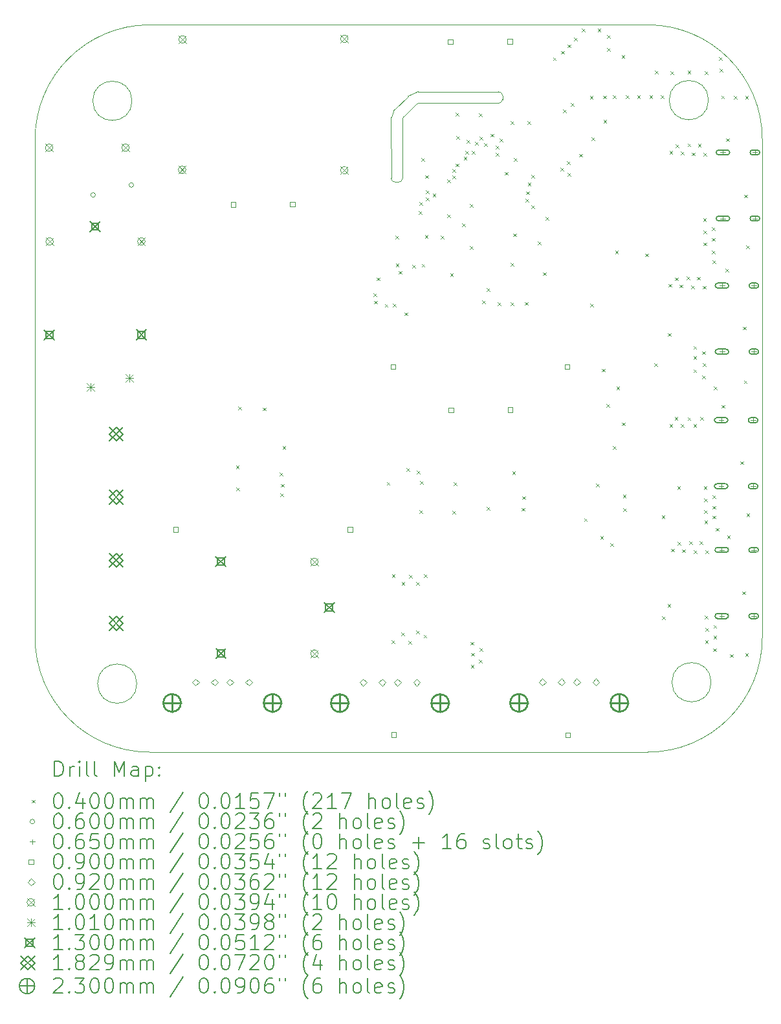
<source format=gbr>
%TF.GenerationSoftware,KiCad,Pcbnew,7.0.7*%
%TF.CreationDate,2023-09-27T18:33:11+02:00*%
%TF.ProjectId,Power Charging Scheduler 90x90x1_6mm,506f7765-7220-4436-9861-7267696e6720,5.3*%
%TF.SameCoordinates,Original*%
%TF.FileFunction,Drillmap*%
%TF.FilePolarity,Positive*%
%FSLAX45Y45*%
G04 Gerber Fmt 4.5, Leading zero omitted, Abs format (unit mm)*
G04 Created by KiCad (PCBNEW 7.0.7) date 2023-09-27 18:33:11*
%MOMM*%
%LPD*%
G01*
G04 APERTURE LIST*
%ADD10C,0.100000*%
%ADD11C,0.200000*%
%ADD12C,0.040000*%
%ADD13C,0.060000*%
%ADD14C,0.065000*%
%ADD15C,0.090000*%
%ADD16C,0.092000*%
%ADD17C,0.101000*%
%ADD18C,0.130000*%
%ADD19C,0.182880*%
%ADD20C,0.230000*%
G04 APERTURE END LIST*
D10*
X9462025Y-6786974D02*
X9462941Y-7556940D01*
X6153000Y-5550000D02*
X12669000Y-5550000D01*
X9676483Y-6575002D02*
G75*
G03*
X9641404Y-6589370I-3J-49998D01*
G01*
X13499907Y-14149000D02*
G75*
G03*
X13499907Y-14149000I-256907J0D01*
G01*
X10769000Y-6475000D02*
G75*
G03*
X10719000Y-6425000I-50000J0D01*
G01*
X9412941Y-7607000D02*
G75*
G03*
X9462941Y-7556940I-1J50001D01*
G01*
X12669000Y-15063000D02*
X6153000Y-15063000D01*
X10719000Y-6575000D02*
X9676483Y-6575000D01*
X10719000Y-6425000D02*
X9666865Y-6425000D01*
X9476947Y-6751286D02*
G75*
G03*
X9462025Y-6786974I35063J-35624D01*
G01*
X9315076Y-6757623D02*
G75*
G03*
X9312011Y-6774924I46934J-17237D01*
G01*
X9412941Y-7607000D02*
X9362941Y-7607000D01*
X9641404Y-6589370D02*
X9476946Y-6751285D01*
X9344134Y-6678523D02*
X9315077Y-6757623D01*
X9666865Y-6424998D02*
G75*
G03*
X9646115Y-6429509I-5J-49962D01*
G01*
X9312940Y-7557059D02*
G75*
G03*
X9362941Y-7607000I50000J60D01*
G01*
X6153000Y-5550000D02*
G75*
G03*
X4653000Y-7050000I0J-1500000D01*
G01*
X10769000Y-6475000D02*
X10769000Y-6525000D01*
X5921907Y-6544000D02*
G75*
G03*
X5921907Y-6544000I-256907J0D01*
G01*
X10719000Y-6575000D02*
G75*
G03*
X10769000Y-6525000I0J50000D01*
G01*
X14169000Y-7050000D02*
G75*
G03*
X12669000Y-5550000I-1500000J0D01*
G01*
X9550035Y-6473335D02*
G75*
G03*
X9535707Y-6483196I20705J-45425D01*
G01*
X5984907Y-14167093D02*
G75*
G03*
X5984907Y-14167093I-256907J0D01*
G01*
X13464907Y-6535000D02*
G75*
G03*
X13464907Y-6535000I-256907J0D01*
G01*
X9535707Y-6483196D02*
X9355989Y-6660135D01*
X9355988Y-6660133D02*
G75*
G03*
X9344134Y-6678523I35112J-35647D01*
G01*
X9312011Y-6774924D02*
X9312941Y-7557059D01*
X12669000Y-15063000D02*
G75*
G03*
X14169000Y-13563000I0J1500000D01*
G01*
X4653000Y-13563000D02*
G75*
G03*
X6153000Y-15063000I1500000J0D01*
G01*
X14169000Y-7050000D02*
X14169000Y-13563000D01*
X4653000Y-13563000D02*
X4653000Y-7050000D01*
X9646115Y-6429509D02*
X9550035Y-6473335D01*
D11*
D12*
X7282000Y-11311000D02*
X7322000Y-11351000D01*
X7322000Y-11311000D02*
X7282000Y-11351000D01*
X7286000Y-11604000D02*
X7326000Y-11644000D01*
X7326000Y-11604000D02*
X7286000Y-11644000D01*
X7311000Y-10542000D02*
X7351000Y-10582000D01*
X7351000Y-10542000D02*
X7311000Y-10582000D01*
X7631000Y-10557000D02*
X7671000Y-10597000D01*
X7671000Y-10557000D02*
X7631000Y-10597000D01*
X7851000Y-11410000D02*
X7891000Y-11450000D01*
X7891000Y-11410000D02*
X7851000Y-11450000D01*
X7863000Y-11676000D02*
X7903000Y-11716000D01*
X7903000Y-11676000D02*
X7863000Y-11716000D01*
X7868000Y-11556000D02*
X7908000Y-11596000D01*
X7908000Y-11556000D02*
X7868000Y-11596000D01*
X7891000Y-11058000D02*
X7931000Y-11098000D01*
X7931000Y-11058000D02*
X7891000Y-11098000D01*
X9081000Y-9062000D02*
X9121000Y-9102000D01*
X9121000Y-9062000D02*
X9081000Y-9102000D01*
X9092000Y-9159000D02*
X9132000Y-9199000D01*
X9132000Y-9159000D02*
X9092000Y-9199000D01*
X9126000Y-8854000D02*
X9166000Y-8894000D01*
X9166000Y-8854000D02*
X9126000Y-8894000D01*
X9229000Y-9201000D02*
X9269000Y-9241000D01*
X9269000Y-9201000D02*
X9229000Y-9241000D01*
X9255000Y-11529000D02*
X9295000Y-11569000D01*
X9295000Y-11529000D02*
X9255000Y-11569000D01*
X9321000Y-13598000D02*
X9361000Y-13638000D01*
X9361000Y-13598000D02*
X9321000Y-13638000D01*
X9323000Y-12738000D02*
X9363000Y-12778000D01*
X9363000Y-12738000D02*
X9323000Y-12778000D01*
X9336000Y-9196000D02*
X9376000Y-9236000D01*
X9376000Y-9196000D02*
X9336000Y-9236000D01*
X9371000Y-8306000D02*
X9411000Y-8346000D01*
X9411000Y-8306000D02*
X9371000Y-8346000D01*
X9373000Y-8671000D02*
X9413000Y-8711000D01*
X9413000Y-8671000D02*
X9373000Y-8711000D01*
X9410000Y-8769000D02*
X9450000Y-8809000D01*
X9450000Y-8769000D02*
X9410000Y-8809000D01*
X9447000Y-13500000D02*
X9487000Y-13540000D01*
X9487000Y-13500000D02*
X9447000Y-13540000D01*
X9449000Y-12835000D02*
X9489000Y-12875000D01*
X9489000Y-12835000D02*
X9449000Y-12875000D01*
X9489000Y-9312000D02*
X9529000Y-9352000D01*
X9529000Y-9312000D02*
X9489000Y-9352000D01*
X9510000Y-11346000D02*
X9550000Y-11386000D01*
X9550000Y-11346000D02*
X9510000Y-11386000D01*
X9535750Y-13610000D02*
X9575750Y-13650000D01*
X9575750Y-13610000D02*
X9535750Y-13650000D01*
X9547000Y-12743000D02*
X9587000Y-12783000D01*
X9587000Y-12743000D02*
X9547000Y-12783000D01*
X9588000Y-8687000D02*
X9628000Y-8727000D01*
X9628000Y-8687000D02*
X9588000Y-8727000D01*
X9642000Y-12841000D02*
X9682000Y-12881000D01*
X9682000Y-12841000D02*
X9642000Y-12881000D01*
X9642000Y-13471000D02*
X9682000Y-13511000D01*
X9682000Y-13471000D02*
X9642000Y-13511000D01*
X9648000Y-11379000D02*
X9688000Y-11419000D01*
X9688000Y-11379000D02*
X9648000Y-11419000D01*
X9676282Y-7985500D02*
X9716282Y-8025500D01*
X9716282Y-7985500D02*
X9676282Y-8025500D01*
X9681000Y-7868500D02*
X9721000Y-7908500D01*
X9721000Y-7868500D02*
X9681000Y-7908500D01*
X9683000Y-11896000D02*
X9723000Y-11936000D01*
X9723000Y-11896000D02*
X9683000Y-11936000D01*
X9693000Y-11516000D02*
X9733000Y-11556000D01*
X9733000Y-11516000D02*
X9693000Y-11556000D01*
X9705521Y-7289430D02*
X9745521Y-7329430D01*
X9745521Y-7289430D02*
X9705521Y-7329430D01*
X9711500Y-8676500D02*
X9751500Y-8716500D01*
X9751500Y-8676500D02*
X9711500Y-8716500D01*
X9738000Y-13529000D02*
X9778000Y-13569000D01*
X9778000Y-13529000D02*
X9738000Y-13569000D01*
X9740000Y-12738000D02*
X9780000Y-12778000D01*
X9780000Y-12738000D02*
X9740000Y-12778000D01*
X9753000Y-8302500D02*
X9793000Y-8342500D01*
X9793000Y-8302500D02*
X9753000Y-8342500D01*
X9757450Y-7515688D02*
X9797450Y-7555688D01*
X9797450Y-7515688D02*
X9757450Y-7555688D01*
X9764000Y-7809500D02*
X9804000Y-7849500D01*
X9804000Y-7809500D02*
X9764000Y-7849500D01*
X9765000Y-7716500D02*
X9805000Y-7756500D01*
X9805000Y-7716500D02*
X9765000Y-7756500D01*
X9855000Y-7757500D02*
X9895000Y-7797500D01*
X9895000Y-7757500D02*
X9855000Y-7797500D01*
X9960000Y-8306275D02*
X10000000Y-8346275D01*
X10000000Y-8306275D02*
X9960000Y-8346275D01*
X10046550Y-8026500D02*
X10086550Y-8066500D01*
X10086550Y-8026500D02*
X10046550Y-8066500D01*
X10047544Y-7569550D02*
X10087544Y-7609550D01*
X10087544Y-7569550D02*
X10047544Y-7609550D01*
X10085000Y-8800000D02*
X10125000Y-8840000D01*
X10125000Y-8800000D02*
X10085000Y-8840000D01*
X10111550Y-7434463D02*
X10151550Y-7474463D01*
X10151550Y-7434463D02*
X10111550Y-7474463D01*
X10112002Y-7522251D02*
X10152002Y-7562251D01*
X10152002Y-7522251D02*
X10112002Y-7562251D01*
X10113000Y-11904000D02*
X10153000Y-11944000D01*
X10153000Y-11904000D02*
X10113000Y-11944000D01*
X10130000Y-11533000D02*
X10170000Y-11573000D01*
X10170000Y-11533000D02*
X10130000Y-11573000D01*
X10155332Y-6699375D02*
X10195332Y-6739375D01*
X10195332Y-6699375D02*
X10155332Y-6739375D01*
X10157000Y-7363500D02*
X10197000Y-7403500D01*
X10197000Y-7363500D02*
X10157000Y-7403500D01*
X10164000Y-7006500D02*
X10204000Y-7046500D01*
X10204000Y-7006500D02*
X10164000Y-7046500D01*
X10242000Y-8145000D02*
X10282000Y-8185000D01*
X10282000Y-8145000D02*
X10242000Y-8185000D01*
X10261407Y-7275235D02*
X10301407Y-7315235D01*
X10301407Y-7275235D02*
X10261407Y-7315235D01*
X10282045Y-7196581D02*
X10322045Y-7236581D01*
X10322045Y-7196581D02*
X10282045Y-7236581D01*
X10301000Y-7055500D02*
X10341000Y-7095500D01*
X10341000Y-7055500D02*
X10301000Y-7095500D01*
X10340000Y-8446000D02*
X10380000Y-8486000D01*
X10380000Y-8446000D02*
X10340000Y-8486000D01*
X10345521Y-7890430D02*
X10385521Y-7930430D01*
X10385521Y-7890430D02*
X10345521Y-7930430D01*
X10354000Y-13621000D02*
X10394000Y-13661000D01*
X10394000Y-13621000D02*
X10354000Y-13661000D01*
X10356000Y-13923000D02*
X10396000Y-13963000D01*
X10396000Y-13923000D02*
X10356000Y-13963000D01*
X10358000Y-13766000D02*
X10398000Y-13806000D01*
X10398000Y-13766000D02*
X10358000Y-13806000D01*
X10368235Y-7202032D02*
X10408235Y-7242032D01*
X10408235Y-7202032D02*
X10368235Y-7242032D01*
X10410550Y-7081783D02*
X10450550Y-7121783D01*
X10450550Y-7081783D02*
X10410550Y-7121783D01*
X10458450Y-6705750D02*
X10498450Y-6745750D01*
X10498450Y-6705750D02*
X10458450Y-6745750D01*
X10464000Y-13852000D02*
X10504000Y-13892000D01*
X10504000Y-13852000D02*
X10464000Y-13892000D01*
X10467000Y-13700000D02*
X10507000Y-13740000D01*
X10507000Y-13700000D02*
X10467000Y-13740000D01*
X10469000Y-7010000D02*
X10509000Y-7050000D01*
X10509000Y-7010000D02*
X10469000Y-7050000D01*
X10506000Y-9154000D02*
X10546000Y-9194000D01*
X10546000Y-9154000D02*
X10506000Y-9194000D01*
X10529550Y-7097972D02*
X10569550Y-7137972D01*
X10569550Y-7097972D02*
X10529550Y-7137972D01*
X10565000Y-11858000D02*
X10605000Y-11898000D01*
X10605000Y-11858000D02*
X10565000Y-11898000D01*
X10565500Y-8995000D02*
X10605500Y-9035000D01*
X10605500Y-8995000D02*
X10565500Y-9035000D01*
X10616123Y-6974877D02*
X10656123Y-7014877D01*
X10656123Y-6974877D02*
X10616123Y-7014877D01*
X10678882Y-7131500D02*
X10718882Y-7171500D01*
X10718882Y-7131500D02*
X10678882Y-7171500D01*
X10678882Y-7225860D02*
X10718882Y-7265860D01*
X10718882Y-7225860D02*
X10678882Y-7265860D01*
X10709000Y-9181000D02*
X10749000Y-9221000D01*
X10749000Y-9181000D02*
X10709000Y-9221000D01*
X10735000Y-7039000D02*
X10775000Y-7079000D01*
X10775000Y-7039000D02*
X10735000Y-7079000D01*
X10799854Y-7474854D02*
X10839854Y-7514854D01*
X10839854Y-7474854D02*
X10799854Y-7514854D01*
X10873000Y-6811500D02*
X10913000Y-6851500D01*
X10913000Y-6811500D02*
X10873000Y-6851500D01*
X10876500Y-8665000D02*
X10916500Y-8705000D01*
X10916500Y-8665000D02*
X10876500Y-8705000D01*
X10877000Y-9179000D02*
X10917000Y-9219000D01*
X10917000Y-9179000D02*
X10877000Y-9219000D01*
X10898000Y-11389000D02*
X10938000Y-11429000D01*
X10938000Y-11389000D02*
X10898000Y-11429000D01*
X10910000Y-8278000D02*
X10950000Y-8318000D01*
X10950000Y-8278000D02*
X10910000Y-8318000D01*
X10918786Y-7292500D02*
X10958786Y-7332500D01*
X10958786Y-7292500D02*
X10918786Y-7332500D01*
X11020000Y-11868000D02*
X11060000Y-11908000D01*
X11060000Y-11868000D02*
X11020000Y-11908000D01*
X11026000Y-11715000D02*
X11066000Y-11755000D01*
X11066000Y-11715000D02*
X11026000Y-11755000D01*
X11062000Y-9175000D02*
X11102000Y-9215000D01*
X11102000Y-9175000D02*
X11062000Y-9215000D01*
X11071000Y-7827000D02*
X11111000Y-7867000D01*
X11111000Y-7827000D02*
X11071000Y-7867000D01*
X11082000Y-7727500D02*
X11122000Y-7767500D01*
X11122000Y-7727500D02*
X11082000Y-7767500D01*
X11098000Y-6807500D02*
X11138000Y-6847500D01*
X11138000Y-6807500D02*
X11098000Y-6847500D01*
X11100000Y-7614000D02*
X11140000Y-7654000D01*
X11140000Y-7614000D02*
X11100000Y-7654000D01*
X11146000Y-7908000D02*
X11186000Y-7948000D01*
X11186000Y-7908000D02*
X11146000Y-7948000D01*
X11146373Y-7515373D02*
X11186373Y-7555373D01*
X11186373Y-7515373D02*
X11146373Y-7555373D01*
X11234500Y-8384000D02*
X11274500Y-8424000D01*
X11274500Y-8384000D02*
X11234500Y-8424000D01*
X11299500Y-8786000D02*
X11339500Y-8826000D01*
X11339500Y-8786000D02*
X11299500Y-8826000D01*
X11336000Y-8065000D02*
X11376000Y-8105000D01*
X11376000Y-8065000D02*
X11336000Y-8105000D01*
X11430000Y-5975000D02*
X11470000Y-6015000D01*
X11470000Y-5975000D02*
X11430000Y-6015000D01*
X11528000Y-7421000D02*
X11568000Y-7461000D01*
X11568000Y-7421000D02*
X11528000Y-7461000D01*
X11534000Y-5892000D02*
X11574000Y-5932000D01*
X11574000Y-5892000D02*
X11534000Y-5932000D01*
X11560000Y-6659000D02*
X11600000Y-6699000D01*
X11600000Y-6659000D02*
X11560000Y-6699000D01*
X11612000Y-7334000D02*
X11652000Y-7374000D01*
X11652000Y-7334000D02*
X11612000Y-7374000D01*
X11618000Y-5807000D02*
X11658000Y-5847000D01*
X11658000Y-5807000D02*
X11618000Y-5847000D01*
X11623000Y-7488450D02*
X11663000Y-7528450D01*
X11663000Y-7488450D02*
X11623000Y-7528450D01*
X11663000Y-6575000D02*
X11703000Y-6615000D01*
X11703000Y-6575000D02*
X11663000Y-6615000D01*
X11705000Y-5716000D02*
X11745000Y-5756000D01*
X11745000Y-5716000D02*
X11705000Y-5756000D01*
X11776000Y-7238000D02*
X11816000Y-7278000D01*
X11816000Y-7238000D02*
X11776000Y-7278000D01*
X11807000Y-5601000D02*
X11847000Y-5641000D01*
X11847000Y-5601000D02*
X11807000Y-5641000D01*
X11837000Y-12005000D02*
X11877000Y-12045000D01*
X11877000Y-12005000D02*
X11837000Y-12045000D01*
X11912000Y-6480000D02*
X11952000Y-6520000D01*
X11952000Y-6480000D02*
X11912000Y-6520000D01*
X11918000Y-9198000D02*
X11958000Y-9238000D01*
X11958000Y-9198000D02*
X11918000Y-9238000D01*
X11934000Y-7019000D02*
X11974000Y-7059000D01*
X11974000Y-7019000D02*
X11934000Y-7059000D01*
X11992000Y-11553000D02*
X12032000Y-11593000D01*
X12032000Y-11553000D02*
X11992000Y-11593000D01*
X12015000Y-5597000D02*
X12055000Y-5637000D01*
X12055000Y-5597000D02*
X12015000Y-5637000D01*
X12049000Y-12238450D02*
X12089000Y-12278450D01*
X12089000Y-12238450D02*
X12049000Y-12278450D01*
X12068000Y-10049000D02*
X12108000Y-10089000D01*
X12108000Y-10049000D02*
X12068000Y-10089000D01*
X12086000Y-6475000D02*
X12126000Y-6515000D01*
X12126000Y-6475000D02*
X12086000Y-6515000D01*
X12090000Y-6794000D02*
X12130000Y-6834000D01*
X12130000Y-6794000D02*
X12090000Y-6834000D01*
X12132000Y-10507000D02*
X12172000Y-10547000D01*
X12172000Y-10507000D02*
X12132000Y-10547000D01*
X12135000Y-5685000D02*
X12175000Y-5725000D01*
X12175000Y-5685000D02*
X12135000Y-5725000D01*
X12136000Y-5853000D02*
X12176000Y-5893000D01*
X12176000Y-5853000D02*
X12136000Y-5893000D01*
X12177000Y-12329000D02*
X12217000Y-12369000D01*
X12217000Y-12329000D02*
X12177000Y-12369000D01*
X12212000Y-6470000D02*
X12252000Y-6510000D01*
X12252000Y-6470000D02*
X12212000Y-6510000D01*
X12212000Y-11061000D02*
X12252000Y-11101000D01*
X12252000Y-11061000D02*
X12212000Y-11101000D01*
X12244000Y-8502000D02*
X12284000Y-8542000D01*
X12284000Y-8502000D02*
X12244000Y-8542000D01*
X12261000Y-10284000D02*
X12301000Y-10324000D01*
X12301000Y-10284000D02*
X12261000Y-10324000D01*
X12329000Y-5948000D02*
X12369000Y-5988000D01*
X12369000Y-5948000D02*
X12329000Y-5988000D01*
X12333000Y-10750000D02*
X12373000Y-10790000D01*
X12373000Y-10750000D02*
X12333000Y-10790000D01*
X12345000Y-11696000D02*
X12385000Y-11736000D01*
X12385000Y-11696000D02*
X12345000Y-11736000D01*
X12351000Y-11870000D02*
X12391000Y-11910000D01*
X12391000Y-11870000D02*
X12351000Y-11910000D01*
X12382000Y-6468000D02*
X12422000Y-6508000D01*
X12422000Y-6468000D02*
X12382000Y-6508000D01*
X12531000Y-6473000D02*
X12571000Y-6513000D01*
X12571000Y-6473000D02*
X12531000Y-6513000D01*
X12634000Y-8540000D02*
X12674000Y-8580000D01*
X12674000Y-8540000D02*
X12634000Y-8580000D01*
X12691000Y-6470000D02*
X12731000Y-6510000D01*
X12731000Y-6470000D02*
X12691000Y-6510000D01*
X12757000Y-9978000D02*
X12797000Y-10018000D01*
X12797000Y-9978000D02*
X12757000Y-10018000D01*
X12763000Y-6148000D02*
X12803000Y-6188000D01*
X12803000Y-6148000D02*
X12763000Y-6188000D01*
X12841000Y-6473000D02*
X12881000Y-6513000D01*
X12881000Y-6473000D02*
X12841000Y-6513000D01*
X12852000Y-11964000D02*
X12892000Y-12004000D01*
X12892000Y-11964000D02*
X12852000Y-12004000D01*
X12858000Y-13284000D02*
X12898000Y-13324000D01*
X12898000Y-13284000D02*
X12858000Y-13324000D01*
X12930000Y-13123000D02*
X12970000Y-13163000D01*
X12970000Y-13123000D02*
X12930000Y-13163000D01*
X12931000Y-9583000D02*
X12971000Y-9623000D01*
X12971000Y-9583000D02*
X12931000Y-9623000D01*
X12941500Y-8940000D02*
X12981500Y-8980000D01*
X12981500Y-8940000D02*
X12941500Y-8980000D01*
X12954000Y-7201000D02*
X12994000Y-7241000D01*
X12994000Y-7201000D02*
X12954000Y-7241000D01*
X12954000Y-10774000D02*
X12994000Y-10814000D01*
X12994000Y-10774000D02*
X12954000Y-10814000D01*
X12969000Y-6157000D02*
X13009000Y-6197000D01*
X13009000Y-6157000D02*
X12969000Y-6197000D01*
X12975000Y-12402000D02*
X13015000Y-12442000D01*
X13015000Y-12402000D02*
X12975000Y-12442000D01*
X13023000Y-10679000D02*
X13063000Y-10719000D01*
X13063000Y-10679000D02*
X13023000Y-10719000D01*
X13024500Y-8854000D02*
X13064500Y-8894000D01*
X13064500Y-8854000D02*
X13024500Y-8894000D01*
X13037000Y-7115000D02*
X13077000Y-7155000D01*
X13077000Y-7115000D02*
X13037000Y-7155000D01*
X13055000Y-11586000D02*
X13095000Y-11626000D01*
X13095000Y-11586000D02*
X13055000Y-11626000D01*
X13058000Y-12316000D02*
X13098000Y-12356000D01*
X13098000Y-12316000D02*
X13058000Y-12356000D01*
X13087500Y-8948000D02*
X13127500Y-8988000D01*
X13127500Y-8948000D02*
X13087500Y-8988000D01*
X13100000Y-7209000D02*
X13140000Y-7249000D01*
X13140000Y-7209000D02*
X13100000Y-7249000D01*
X13102000Y-10771000D02*
X13142000Y-10811000D01*
X13142000Y-10771000D02*
X13102000Y-10811000D01*
X13121000Y-12410000D02*
X13161000Y-12450000D01*
X13161000Y-12410000D02*
X13121000Y-12450000D01*
X13178500Y-8840000D02*
X13218500Y-8880000D01*
X13218500Y-8840000D02*
X13178500Y-8880000D01*
X13191000Y-6152000D02*
X13231000Y-6192000D01*
X13231000Y-6152000D02*
X13191000Y-6192000D01*
X13191000Y-7101000D02*
X13231000Y-7141000D01*
X13231000Y-7101000D02*
X13191000Y-7141000D01*
X13192000Y-10684000D02*
X13232000Y-10724000D01*
X13232000Y-10684000D02*
X13192000Y-10724000D01*
X13212000Y-12302000D02*
X13252000Y-12342000D01*
X13252000Y-12302000D02*
X13212000Y-12342000D01*
X13235500Y-8959000D02*
X13275500Y-8999000D01*
X13275500Y-8959000D02*
X13235500Y-8999000D01*
X13248000Y-7220000D02*
X13288000Y-7260000D01*
X13288000Y-7220000D02*
X13248000Y-7260000D01*
X13268000Y-9751000D02*
X13308000Y-9791000D01*
X13308000Y-9751000D02*
X13268000Y-9791000D01*
X13268000Y-9885000D02*
X13308000Y-9925000D01*
X13308000Y-9885000D02*
X13268000Y-9925000D01*
X13268000Y-10056000D02*
X13308000Y-10096000D01*
X13308000Y-10056000D02*
X13268000Y-10096000D01*
X13268000Y-10774000D02*
X13308000Y-10814000D01*
X13308000Y-10774000D02*
X13268000Y-10814000D01*
X13269000Y-12421000D02*
X13309000Y-12461000D01*
X13309000Y-12421000D02*
X13269000Y-12461000D01*
X13313500Y-8845000D02*
X13353500Y-8885000D01*
X13353500Y-8845000D02*
X13313500Y-8885000D01*
X13326000Y-7106000D02*
X13366000Y-7146000D01*
X13366000Y-7106000D02*
X13326000Y-7146000D01*
X13347000Y-12307000D02*
X13387000Y-12347000D01*
X13387000Y-12307000D02*
X13347000Y-12347000D01*
X13357000Y-10682000D02*
X13397000Y-10722000D01*
X13397000Y-10682000D02*
X13357000Y-10722000D01*
X13382500Y-9819000D02*
X13422500Y-9859000D01*
X13422500Y-9819000D02*
X13382500Y-9859000D01*
X13383000Y-10139000D02*
X13423000Y-10179000D01*
X13423000Y-10139000D02*
X13383000Y-10179000D01*
X13388500Y-9979000D02*
X13428500Y-10019000D01*
X13428500Y-9979000D02*
X13388500Y-10019000D01*
X13389500Y-8964000D02*
X13429500Y-9004000D01*
X13429500Y-8964000D02*
X13389500Y-9004000D01*
X13395000Y-8080000D02*
X13435000Y-8120000D01*
X13435000Y-8080000D02*
X13395000Y-8120000D01*
X13400000Y-8397000D02*
X13440000Y-8437000D01*
X13440000Y-8397000D02*
X13400000Y-8437000D01*
X13401000Y-8240000D02*
X13441000Y-8280000D01*
X13441000Y-8240000D02*
X13401000Y-8280000D01*
X13402000Y-7225000D02*
X13442000Y-7265000D01*
X13442000Y-7225000D02*
X13402000Y-7265000D01*
X13404000Y-11583000D02*
X13444000Y-11623000D01*
X13444000Y-11583000D02*
X13404000Y-11623000D01*
X13409000Y-11900000D02*
X13449000Y-11940000D01*
X13449000Y-11900000D02*
X13409000Y-11940000D01*
X13410000Y-11743000D02*
X13450000Y-11783000D01*
X13450000Y-11743000D02*
X13410000Y-11783000D01*
X13412000Y-12035000D02*
X13452000Y-12075000D01*
X13452000Y-12035000D02*
X13412000Y-12075000D01*
X13415000Y-6156000D02*
X13455000Y-6196000D01*
X13455000Y-6156000D02*
X13415000Y-6196000D01*
X13416000Y-13281000D02*
X13456000Y-13321000D01*
X13456000Y-13281000D02*
X13416000Y-13321000D01*
X13421000Y-13598000D02*
X13461000Y-13638000D01*
X13461000Y-13598000D02*
X13421000Y-13638000D01*
X13422000Y-13441000D02*
X13462000Y-13481000D01*
X13462000Y-13441000D02*
X13422000Y-13481000D01*
X13423000Y-12426000D02*
X13463000Y-12466000D01*
X13463000Y-12426000D02*
X13423000Y-12466000D01*
X13506000Y-8504000D02*
X13546000Y-8544000D01*
X13546000Y-8504000D02*
X13506000Y-8544000D01*
X13509000Y-8200000D02*
X13549000Y-8240000D01*
X13549000Y-8200000D02*
X13509000Y-8240000D01*
X13510000Y-8339000D02*
X13550000Y-8379000D01*
X13550000Y-8339000D02*
X13510000Y-8379000D01*
X13518000Y-11703000D02*
X13558000Y-11743000D01*
X13558000Y-11703000D02*
X13518000Y-11743000D01*
X13519000Y-8628000D02*
X13559000Y-8668000D01*
X13559000Y-8628000D02*
X13519000Y-8668000D01*
X13519000Y-11842000D02*
X13559000Y-11882000D01*
X13559000Y-11842000D02*
X13519000Y-11882000D01*
X13520000Y-11971000D02*
X13560000Y-12011000D01*
X13560000Y-11971000D02*
X13520000Y-12011000D01*
X13527000Y-13705000D02*
X13567000Y-13745000D01*
X13567000Y-13705000D02*
X13527000Y-13745000D01*
X13530000Y-13401000D02*
X13570000Y-13441000D01*
X13570000Y-13401000D02*
X13530000Y-13441000D01*
X13531000Y-13540000D02*
X13571000Y-13580000D01*
X13571000Y-13540000D02*
X13531000Y-13580000D01*
X13534000Y-10279000D02*
X13574000Y-10319000D01*
X13574000Y-10279000D02*
X13534000Y-10319000D01*
X13560000Y-12131000D02*
X13600000Y-12171000D01*
X13600000Y-12131000D02*
X13560000Y-12171000D01*
X13605000Y-5969000D02*
X13645000Y-6009000D01*
X13645000Y-5969000D02*
X13605000Y-6009000D01*
X13612000Y-6124000D02*
X13652000Y-6164000D01*
X13652000Y-6124000D02*
X13612000Y-6164000D01*
X13631000Y-6476000D02*
X13671000Y-6516000D01*
X13671000Y-6476000D02*
X13631000Y-6516000D01*
X13639000Y-10522000D02*
X13679000Y-10562000D01*
X13679000Y-10522000D02*
X13639000Y-10562000D01*
X13686000Y-8743000D02*
X13726000Y-8783000D01*
X13726000Y-8743000D02*
X13686000Y-8783000D01*
X13696000Y-7033000D02*
X13736000Y-7073000D01*
X13736000Y-7033000D02*
X13696000Y-7073000D01*
X13707000Y-12230000D02*
X13747000Y-12270000D01*
X13747000Y-12230000D02*
X13707000Y-12270000D01*
X13748000Y-13783000D02*
X13788000Y-13823000D01*
X13788000Y-13783000D02*
X13748000Y-13823000D01*
X13798000Y-6482000D02*
X13838000Y-6522000D01*
X13838000Y-6482000D02*
X13798000Y-6522000D01*
X13881000Y-11258000D02*
X13921000Y-11298000D01*
X13921000Y-11258000D02*
X13881000Y-11298000D01*
X13905000Y-12961000D02*
X13945000Y-13001000D01*
X13945000Y-12961000D02*
X13905000Y-13001000D01*
X13918000Y-9497000D02*
X13958000Y-9537000D01*
X13958000Y-9497000D02*
X13918000Y-9537000D01*
X13928000Y-10200000D02*
X13968000Y-10240000D01*
X13968000Y-10200000D02*
X13928000Y-10240000D01*
X13932000Y-7770000D02*
X13972000Y-7810000D01*
X13972000Y-7770000D02*
X13932000Y-7810000D01*
X13946000Y-6481000D02*
X13986000Y-6521000D01*
X13986000Y-6481000D02*
X13946000Y-6521000D01*
X13946000Y-13771000D02*
X13986000Y-13811000D01*
X13986000Y-13771000D02*
X13946000Y-13811000D01*
X13956000Y-8434000D02*
X13996000Y-8474000D01*
X13996000Y-8434000D02*
X13956000Y-8474000D01*
X13963000Y-11942000D02*
X14003000Y-11982000D01*
X14003000Y-11942000D02*
X13963000Y-11982000D01*
D13*
X5442000Y-7775000D02*
G75*
G03*
X5442000Y-7775000I-30000J0D01*
G01*
X5942000Y-7645000D02*
G75*
G03*
X5942000Y-7645000I-30000J0D01*
G01*
D14*
X13631000Y-10688500D02*
X13631000Y-10753500D01*
X13598500Y-10721000D02*
X13663500Y-10721000D01*
D11*
X13576000Y-10753500D02*
X13686000Y-10753500D01*
X13686000Y-10753500D02*
G75*
G03*
X13686000Y-10688500I0J32500D01*
G01*
X13686000Y-10688500D02*
X13576000Y-10688500D01*
X13576000Y-10688500D02*
G75*
G03*
X13576000Y-10753500I0J-32500D01*
G01*
D14*
X13631000Y-11552500D02*
X13631000Y-11617500D01*
X13598500Y-11585000D02*
X13663500Y-11585000D01*
D11*
X13576000Y-11617500D02*
X13686000Y-11617500D01*
X13686000Y-11617500D02*
G75*
G03*
X13686000Y-11552500I0J32500D01*
G01*
X13686000Y-11552500D02*
X13576000Y-11552500D01*
X13576000Y-11552500D02*
G75*
G03*
X13576000Y-11617500I0J-32500D01*
G01*
D14*
X13638500Y-12386500D02*
X13638500Y-12451500D01*
X13606000Y-12419000D02*
X13671000Y-12419000D01*
D11*
X13583500Y-12451500D02*
X13693500Y-12451500D01*
X13693500Y-12451500D02*
G75*
G03*
X13693500Y-12386500I0J32500D01*
G01*
X13693500Y-12386500D02*
X13583500Y-12386500D01*
X13583500Y-12386500D02*
G75*
G03*
X13583500Y-12451500I0J-32500D01*
G01*
D14*
X13638500Y-13250500D02*
X13638500Y-13315500D01*
X13606000Y-13283000D02*
X13671000Y-13283000D01*
D11*
X13583500Y-13315500D02*
X13693500Y-13315500D01*
X13693500Y-13315500D02*
G75*
G03*
X13693500Y-13250500I0J32500D01*
G01*
X13693500Y-13250500D02*
X13583500Y-13250500D01*
X13583500Y-13250500D02*
G75*
G03*
X13583500Y-13315500I0J-32500D01*
G01*
D14*
X13641000Y-8928500D02*
X13641000Y-8993500D01*
X13608500Y-8961000D02*
X13673500Y-8961000D01*
D11*
X13586000Y-8993500D02*
X13696000Y-8993500D01*
X13696000Y-8993500D02*
G75*
G03*
X13696000Y-8928500I0J32500D01*
G01*
X13696000Y-8928500D02*
X13586000Y-8928500D01*
X13586000Y-8928500D02*
G75*
G03*
X13586000Y-8993500I0J-32500D01*
G01*
D14*
X13641000Y-9792500D02*
X13641000Y-9857500D01*
X13608500Y-9825000D02*
X13673500Y-9825000D01*
D11*
X13586000Y-9857500D02*
X13696000Y-9857500D01*
X13696000Y-9857500D02*
G75*
G03*
X13696000Y-9792500I0J32500D01*
G01*
X13696000Y-9792500D02*
X13586000Y-9792500D01*
X13586000Y-9792500D02*
G75*
G03*
X13586000Y-9857500I0J-32500D01*
G01*
D14*
X13654000Y-7186500D02*
X13654000Y-7251500D01*
X13621500Y-7219000D02*
X13686500Y-7219000D01*
D11*
X13599000Y-7251500D02*
X13709000Y-7251500D01*
X13709000Y-7251500D02*
G75*
G03*
X13709000Y-7186500I0J32500D01*
G01*
X13709000Y-7186500D02*
X13599000Y-7186500D01*
X13599000Y-7186500D02*
G75*
G03*
X13599000Y-7251500I0J-32500D01*
G01*
D14*
X13654000Y-8050500D02*
X13654000Y-8115500D01*
X13621500Y-8083000D02*
X13686500Y-8083000D01*
D11*
X13599000Y-8115500D02*
X13709000Y-8115500D01*
X13709000Y-8115500D02*
G75*
G03*
X13709000Y-8050500I0J32500D01*
G01*
X13709000Y-8050500D02*
X13599000Y-8050500D01*
X13599000Y-8050500D02*
G75*
G03*
X13599000Y-8115500I0J-32500D01*
G01*
D14*
X14049000Y-10688500D02*
X14049000Y-10753500D01*
X14016500Y-10721000D02*
X14081500Y-10721000D01*
D11*
X14019000Y-10753500D02*
X14079000Y-10753500D01*
X14079000Y-10753500D02*
G75*
G03*
X14079000Y-10688500I0J32500D01*
G01*
X14079000Y-10688500D02*
X14019000Y-10688500D01*
X14019000Y-10688500D02*
G75*
G03*
X14019000Y-10753500I0J-32500D01*
G01*
D14*
X14049000Y-11552500D02*
X14049000Y-11617500D01*
X14016500Y-11585000D02*
X14081500Y-11585000D01*
D11*
X14019000Y-11617500D02*
X14079000Y-11617500D01*
X14079000Y-11617500D02*
G75*
G03*
X14079000Y-11552500I0J32500D01*
G01*
X14079000Y-11552500D02*
X14019000Y-11552500D01*
X14019000Y-11552500D02*
G75*
G03*
X14019000Y-11617500I0J-32500D01*
G01*
D14*
X14056500Y-12386500D02*
X14056500Y-12451500D01*
X14024000Y-12419000D02*
X14089000Y-12419000D01*
D11*
X14026500Y-12451500D02*
X14086500Y-12451500D01*
X14086500Y-12451500D02*
G75*
G03*
X14086500Y-12386500I0J32500D01*
G01*
X14086500Y-12386500D02*
X14026500Y-12386500D01*
X14026500Y-12386500D02*
G75*
G03*
X14026500Y-12451500I0J-32500D01*
G01*
D14*
X14056500Y-13250500D02*
X14056500Y-13315500D01*
X14024000Y-13283000D02*
X14089000Y-13283000D01*
D11*
X14026500Y-13315500D02*
X14086500Y-13315500D01*
X14086500Y-13315500D02*
G75*
G03*
X14086500Y-13250500I0J32500D01*
G01*
X14086500Y-13250500D02*
X14026500Y-13250500D01*
X14026500Y-13250500D02*
G75*
G03*
X14026500Y-13315500I0J-32500D01*
G01*
D14*
X14059000Y-8928500D02*
X14059000Y-8993500D01*
X14026500Y-8961000D02*
X14091500Y-8961000D01*
D11*
X14029000Y-8993500D02*
X14089000Y-8993500D01*
X14089000Y-8993500D02*
G75*
G03*
X14089000Y-8928500I0J32500D01*
G01*
X14089000Y-8928500D02*
X14029000Y-8928500D01*
X14029000Y-8928500D02*
G75*
G03*
X14029000Y-8993500I0J-32500D01*
G01*
D14*
X14059000Y-9792500D02*
X14059000Y-9857500D01*
X14026500Y-9825000D02*
X14091500Y-9825000D01*
D11*
X14029000Y-9857500D02*
X14089000Y-9857500D01*
X14089000Y-9857500D02*
G75*
G03*
X14089000Y-9792500I0J32500D01*
G01*
X14089000Y-9792500D02*
X14029000Y-9792500D01*
X14029000Y-9792500D02*
G75*
G03*
X14029000Y-9857500I0J-32500D01*
G01*
D14*
X14072000Y-7186500D02*
X14072000Y-7251500D01*
X14039500Y-7219000D02*
X14104500Y-7219000D01*
D11*
X14042000Y-7251500D02*
X14102000Y-7251500D01*
X14102000Y-7251500D02*
G75*
G03*
X14102000Y-7186500I0J32500D01*
G01*
X14102000Y-7186500D02*
X14042000Y-7186500D01*
X14042000Y-7186500D02*
G75*
G03*
X14042000Y-7251500I0J-32500D01*
G01*
D14*
X14072000Y-8050500D02*
X14072000Y-8115500D01*
X14039500Y-8083000D02*
X14104500Y-8083000D01*
D11*
X14042000Y-8115500D02*
X14102000Y-8115500D01*
X14102000Y-8115500D02*
G75*
G03*
X14102000Y-8050500I0J32500D01*
G01*
X14102000Y-8050500D02*
X14042000Y-8050500D01*
X14042000Y-8050500D02*
G75*
G03*
X14042000Y-8115500I0J-32500D01*
G01*
D15*
X6526820Y-12181820D02*
X6526820Y-12118180D01*
X6463180Y-12118180D01*
X6463180Y-12181820D01*
X6526820Y-12181820D01*
X7276820Y-7933820D02*
X7276820Y-7870180D01*
X7213180Y-7870180D01*
X7213180Y-7933820D01*
X7276820Y-7933820D01*
X8052820Y-7928820D02*
X8052820Y-7865180D01*
X7989180Y-7865180D01*
X7989180Y-7928820D01*
X8052820Y-7928820D01*
X8804820Y-12183820D02*
X8804820Y-12120180D01*
X8741180Y-12120180D01*
X8741180Y-12183820D01*
X8804820Y-12183820D01*
X9370820Y-10052820D02*
X9370820Y-9989180D01*
X9307180Y-9989180D01*
X9307180Y-10052820D01*
X9370820Y-10052820D01*
X9376820Y-14867820D02*
X9376820Y-14804180D01*
X9313180Y-14804180D01*
X9313180Y-14867820D01*
X9376820Y-14867820D01*
X10120820Y-5804820D02*
X10120820Y-5741180D01*
X10057180Y-5741180D01*
X10057180Y-5804820D01*
X10120820Y-5804820D01*
X10126820Y-10619820D02*
X10126820Y-10556180D01*
X10063180Y-10556180D01*
X10063180Y-10619820D01*
X10126820Y-10619820D01*
X10896820Y-5799820D02*
X10896820Y-5736180D01*
X10833180Y-5736180D01*
X10833180Y-5799820D01*
X10896820Y-5799820D01*
X10902820Y-10614820D02*
X10902820Y-10551180D01*
X10839180Y-10551180D01*
X10839180Y-10614820D01*
X10902820Y-10614820D01*
X11648820Y-10054820D02*
X11648820Y-9991180D01*
X11585180Y-9991180D01*
X11585180Y-10054820D01*
X11648820Y-10054820D01*
X11654820Y-14869820D02*
X11654820Y-14806180D01*
X11591180Y-14806180D01*
X11591180Y-14869820D01*
X11654820Y-14869820D01*
D16*
X6753000Y-14195000D02*
X6799000Y-14149000D01*
X6753000Y-14103000D01*
X6707000Y-14149000D01*
X6753000Y-14195000D01*
X7003000Y-14195000D02*
X7049000Y-14149000D01*
X7003000Y-14103000D01*
X6957000Y-14149000D01*
X7003000Y-14195000D01*
X7203000Y-14195000D02*
X7249000Y-14149000D01*
X7203000Y-14103000D01*
X7157000Y-14149000D01*
X7203000Y-14195000D01*
X7453000Y-14195000D02*
X7499000Y-14149000D01*
X7453000Y-14103000D01*
X7407000Y-14149000D01*
X7453000Y-14195000D01*
X8947000Y-14197000D02*
X8993000Y-14151000D01*
X8947000Y-14105000D01*
X8901000Y-14151000D01*
X8947000Y-14197000D01*
X9197000Y-14197000D02*
X9243000Y-14151000D01*
X9197000Y-14105000D01*
X9151000Y-14151000D01*
X9197000Y-14197000D01*
X9397000Y-14197000D02*
X9443000Y-14151000D01*
X9397000Y-14105000D01*
X9351000Y-14151000D01*
X9397000Y-14197000D01*
X9647000Y-14197000D02*
X9693000Y-14151000D01*
X9647000Y-14105000D01*
X9601000Y-14151000D01*
X9647000Y-14197000D01*
X11292000Y-14194000D02*
X11338000Y-14148000D01*
X11292000Y-14102000D01*
X11246000Y-14148000D01*
X11292000Y-14194000D01*
X11542000Y-14194000D02*
X11588000Y-14148000D01*
X11542000Y-14102000D01*
X11496000Y-14148000D01*
X11542000Y-14194000D01*
X11742000Y-14194000D02*
X11788000Y-14148000D01*
X11742000Y-14102000D01*
X11696000Y-14148000D01*
X11742000Y-14194000D01*
X11992000Y-14194000D02*
X12038000Y-14148000D01*
X11992000Y-14102000D01*
X11946000Y-14148000D01*
X11992000Y-14194000D01*
D10*
X4787000Y-7106000D02*
X4887000Y-7206000D01*
X4887000Y-7106000D02*
X4787000Y-7206000D01*
X4887000Y-7156000D02*
G75*
G03*
X4887000Y-7156000I-50000J0D01*
G01*
X4794000Y-8334000D02*
X4894000Y-8434000D01*
X4894000Y-8334000D02*
X4794000Y-8434000D01*
X4894000Y-8384000D02*
G75*
G03*
X4894000Y-8384000I-50000J0D01*
G01*
X5787000Y-7106000D02*
X5887000Y-7206000D01*
X5887000Y-7106000D02*
X5787000Y-7206000D01*
X5887000Y-7156000D02*
G75*
G03*
X5887000Y-7156000I-50000J0D01*
G01*
X5994000Y-8334000D02*
X6094000Y-8434000D01*
X6094000Y-8334000D02*
X5994000Y-8434000D01*
X6094000Y-8384000D02*
G75*
G03*
X6094000Y-8384000I-50000J0D01*
G01*
X6528000Y-7396000D02*
X6628000Y-7496000D01*
X6628000Y-7396000D02*
X6528000Y-7496000D01*
X6628000Y-7446000D02*
G75*
G03*
X6628000Y-7446000I-50000J0D01*
G01*
X6533000Y-5691000D02*
X6633000Y-5791000D01*
X6633000Y-5691000D02*
X6533000Y-5791000D01*
X6633000Y-5741000D02*
G75*
G03*
X6633000Y-5741000I-50000J0D01*
G01*
X8258000Y-12524000D02*
X8358000Y-12624000D01*
X8358000Y-12524000D02*
X8258000Y-12624000D01*
X8358000Y-12574000D02*
G75*
G03*
X8358000Y-12574000I-50000J0D01*
G01*
X8258000Y-13724000D02*
X8358000Y-13824000D01*
X8358000Y-13724000D02*
X8258000Y-13824000D01*
X8358000Y-13774000D02*
G75*
G03*
X8358000Y-13774000I-50000J0D01*
G01*
X8649000Y-7402000D02*
X8749000Y-7502000D01*
X8749000Y-7402000D02*
X8649000Y-7502000D01*
X8749000Y-7452000D02*
G75*
G03*
X8749000Y-7452000I-50000J0D01*
G01*
X8650000Y-5683000D02*
X8750000Y-5783000D01*
X8750000Y-5683000D02*
X8650000Y-5783000D01*
X8750000Y-5733000D02*
G75*
G03*
X8750000Y-5733000I-50000J0D01*
G01*
D17*
X5325500Y-10238500D02*
X5426500Y-10339500D01*
X5426500Y-10238500D02*
X5325500Y-10339500D01*
X5376000Y-10238500D02*
X5376000Y-10339500D01*
X5325500Y-10289000D02*
X5426500Y-10289000D01*
X5835500Y-10118500D02*
X5936500Y-10219500D01*
X5936500Y-10118500D02*
X5835500Y-10219500D01*
X5886000Y-10118500D02*
X5886000Y-10219500D01*
X5835500Y-10169000D02*
X5936500Y-10169000D01*
D18*
X4774000Y-9544000D02*
X4904000Y-9674000D01*
X4904000Y-9544000D02*
X4774000Y-9674000D01*
X4884962Y-9654962D02*
X4884962Y-9563038D01*
X4793038Y-9563038D01*
X4793038Y-9654962D01*
X4884962Y-9654962D01*
X5374000Y-8124000D02*
X5504000Y-8254000D01*
X5504000Y-8124000D02*
X5374000Y-8254000D01*
X5484962Y-8234962D02*
X5484962Y-8143038D01*
X5393038Y-8143038D01*
X5393038Y-8234962D01*
X5484962Y-8234962D01*
X5979000Y-9539000D02*
X6109000Y-9669000D01*
X6109000Y-9539000D02*
X5979000Y-9669000D01*
X6089962Y-9649962D02*
X6089962Y-9558038D01*
X5998038Y-9558038D01*
X5998038Y-9649962D01*
X6089962Y-9649962D01*
X7018000Y-12504000D02*
X7148000Y-12634000D01*
X7148000Y-12504000D02*
X7018000Y-12634000D01*
X7128962Y-12614962D02*
X7128962Y-12523038D01*
X7037038Y-12523038D01*
X7037038Y-12614962D01*
X7128962Y-12614962D01*
X7023000Y-13709000D02*
X7153000Y-13839000D01*
X7153000Y-13709000D02*
X7023000Y-13839000D01*
X7133962Y-13819962D02*
X7133962Y-13728038D01*
X7042038Y-13728038D01*
X7042038Y-13819962D01*
X7133962Y-13819962D01*
X8438000Y-13104000D02*
X8568000Y-13234000D01*
X8568000Y-13104000D02*
X8438000Y-13234000D01*
X8548962Y-13214962D02*
X8548962Y-13123038D01*
X8457038Y-13123038D01*
X8457038Y-13214962D01*
X8548962Y-13214962D01*
D19*
X5623560Y-10811060D02*
X5806440Y-10993940D01*
X5806440Y-10811060D02*
X5623560Y-10993940D01*
X5715000Y-10993940D02*
X5806440Y-10902500D01*
X5715000Y-10811060D01*
X5623560Y-10902500D01*
X5715000Y-10993940D01*
X5623560Y-11636560D02*
X5806440Y-11819440D01*
X5806440Y-11636560D02*
X5623560Y-11819440D01*
X5715000Y-11819440D02*
X5806440Y-11728000D01*
X5715000Y-11636560D01*
X5623560Y-11728000D01*
X5715000Y-11819440D01*
X5623560Y-12462060D02*
X5806440Y-12644940D01*
X5806440Y-12462060D02*
X5623560Y-12644940D01*
X5715000Y-12644940D02*
X5806440Y-12553500D01*
X5715000Y-12462060D01*
X5623560Y-12553500D01*
X5715000Y-12644940D01*
X5623560Y-13287560D02*
X5806440Y-13470440D01*
X5806440Y-13287560D02*
X5623560Y-13470440D01*
X5715000Y-13470440D02*
X5806440Y-13379000D01*
X5715000Y-13287560D01*
X5623560Y-13379000D01*
X5715000Y-13470440D01*
D20*
X6446000Y-14305000D02*
X6446000Y-14535000D01*
X6331000Y-14420000D02*
X6561000Y-14420000D01*
X6561000Y-14420000D02*
G75*
G03*
X6561000Y-14420000I-115000J0D01*
G01*
X7760000Y-14305000D02*
X7760000Y-14535000D01*
X7645000Y-14420000D02*
X7875000Y-14420000D01*
X7875000Y-14420000D02*
G75*
G03*
X7875000Y-14420000I-115000J0D01*
G01*
X8640000Y-14307000D02*
X8640000Y-14537000D01*
X8525000Y-14422000D02*
X8755000Y-14422000D01*
X8755000Y-14422000D02*
G75*
G03*
X8755000Y-14422000I-115000J0D01*
G01*
X9954000Y-14307000D02*
X9954000Y-14537000D01*
X9839000Y-14422000D02*
X10069000Y-14422000D01*
X10069000Y-14422000D02*
G75*
G03*
X10069000Y-14422000I-115000J0D01*
G01*
X10985000Y-14304000D02*
X10985000Y-14534000D01*
X10870000Y-14419000D02*
X11100000Y-14419000D01*
X11100000Y-14419000D02*
G75*
G03*
X11100000Y-14419000I-115000J0D01*
G01*
X12299000Y-14304000D02*
X12299000Y-14534000D01*
X12184000Y-14419000D02*
X12414000Y-14419000D01*
X12414000Y-14419000D02*
G75*
G03*
X12414000Y-14419000I-115000J0D01*
G01*
D11*
X4908777Y-15379484D02*
X4908777Y-15179484D01*
X4908777Y-15179484D02*
X4956396Y-15179484D01*
X4956396Y-15179484D02*
X4984967Y-15189008D01*
X4984967Y-15189008D02*
X5004015Y-15208055D01*
X5004015Y-15208055D02*
X5013539Y-15227103D01*
X5013539Y-15227103D02*
X5023063Y-15265198D01*
X5023063Y-15265198D02*
X5023063Y-15293769D01*
X5023063Y-15293769D02*
X5013539Y-15331865D01*
X5013539Y-15331865D02*
X5004015Y-15350912D01*
X5004015Y-15350912D02*
X4984967Y-15369960D01*
X4984967Y-15369960D02*
X4956396Y-15379484D01*
X4956396Y-15379484D02*
X4908777Y-15379484D01*
X5108777Y-15379484D02*
X5108777Y-15246150D01*
X5108777Y-15284246D02*
X5118301Y-15265198D01*
X5118301Y-15265198D02*
X5127824Y-15255674D01*
X5127824Y-15255674D02*
X5146872Y-15246150D01*
X5146872Y-15246150D02*
X5165920Y-15246150D01*
X5232586Y-15379484D02*
X5232586Y-15246150D01*
X5232586Y-15179484D02*
X5223063Y-15189008D01*
X5223063Y-15189008D02*
X5232586Y-15198531D01*
X5232586Y-15198531D02*
X5242110Y-15189008D01*
X5242110Y-15189008D02*
X5232586Y-15179484D01*
X5232586Y-15179484D02*
X5232586Y-15198531D01*
X5356396Y-15379484D02*
X5337348Y-15369960D01*
X5337348Y-15369960D02*
X5327824Y-15350912D01*
X5327824Y-15350912D02*
X5327824Y-15179484D01*
X5461158Y-15379484D02*
X5442110Y-15369960D01*
X5442110Y-15369960D02*
X5432586Y-15350912D01*
X5432586Y-15350912D02*
X5432586Y-15179484D01*
X5689729Y-15379484D02*
X5689729Y-15179484D01*
X5689729Y-15179484D02*
X5756396Y-15322341D01*
X5756396Y-15322341D02*
X5823062Y-15179484D01*
X5823062Y-15179484D02*
X5823062Y-15379484D01*
X6004015Y-15379484D02*
X6004015Y-15274722D01*
X6004015Y-15274722D02*
X5994491Y-15255674D01*
X5994491Y-15255674D02*
X5975443Y-15246150D01*
X5975443Y-15246150D02*
X5937348Y-15246150D01*
X5937348Y-15246150D02*
X5918301Y-15255674D01*
X6004015Y-15369960D02*
X5984967Y-15379484D01*
X5984967Y-15379484D02*
X5937348Y-15379484D01*
X5937348Y-15379484D02*
X5918301Y-15369960D01*
X5918301Y-15369960D02*
X5908777Y-15350912D01*
X5908777Y-15350912D02*
X5908777Y-15331865D01*
X5908777Y-15331865D02*
X5918301Y-15312817D01*
X5918301Y-15312817D02*
X5937348Y-15303293D01*
X5937348Y-15303293D02*
X5984967Y-15303293D01*
X5984967Y-15303293D02*
X6004015Y-15293769D01*
X6099253Y-15246150D02*
X6099253Y-15446150D01*
X6099253Y-15255674D02*
X6118301Y-15246150D01*
X6118301Y-15246150D02*
X6156396Y-15246150D01*
X6156396Y-15246150D02*
X6175443Y-15255674D01*
X6175443Y-15255674D02*
X6184967Y-15265198D01*
X6184967Y-15265198D02*
X6194491Y-15284246D01*
X6194491Y-15284246D02*
X6194491Y-15341388D01*
X6194491Y-15341388D02*
X6184967Y-15360436D01*
X6184967Y-15360436D02*
X6175443Y-15369960D01*
X6175443Y-15369960D02*
X6156396Y-15379484D01*
X6156396Y-15379484D02*
X6118301Y-15379484D01*
X6118301Y-15379484D02*
X6099253Y-15369960D01*
X6280205Y-15360436D02*
X6289729Y-15369960D01*
X6289729Y-15369960D02*
X6280205Y-15379484D01*
X6280205Y-15379484D02*
X6270682Y-15369960D01*
X6270682Y-15369960D02*
X6280205Y-15360436D01*
X6280205Y-15360436D02*
X6280205Y-15379484D01*
X6280205Y-15255674D02*
X6289729Y-15265198D01*
X6289729Y-15265198D02*
X6280205Y-15274722D01*
X6280205Y-15274722D02*
X6270682Y-15265198D01*
X6270682Y-15265198D02*
X6280205Y-15255674D01*
X6280205Y-15255674D02*
X6280205Y-15274722D01*
D12*
X4608000Y-15688000D02*
X4648000Y-15728000D01*
X4648000Y-15688000D02*
X4608000Y-15728000D01*
D11*
X4946872Y-15599484D02*
X4965920Y-15599484D01*
X4965920Y-15599484D02*
X4984967Y-15609008D01*
X4984967Y-15609008D02*
X4994491Y-15618531D01*
X4994491Y-15618531D02*
X5004015Y-15637579D01*
X5004015Y-15637579D02*
X5013539Y-15675674D01*
X5013539Y-15675674D02*
X5013539Y-15723293D01*
X5013539Y-15723293D02*
X5004015Y-15761388D01*
X5004015Y-15761388D02*
X4994491Y-15780436D01*
X4994491Y-15780436D02*
X4984967Y-15789960D01*
X4984967Y-15789960D02*
X4965920Y-15799484D01*
X4965920Y-15799484D02*
X4946872Y-15799484D01*
X4946872Y-15799484D02*
X4927824Y-15789960D01*
X4927824Y-15789960D02*
X4918301Y-15780436D01*
X4918301Y-15780436D02*
X4908777Y-15761388D01*
X4908777Y-15761388D02*
X4899253Y-15723293D01*
X4899253Y-15723293D02*
X4899253Y-15675674D01*
X4899253Y-15675674D02*
X4908777Y-15637579D01*
X4908777Y-15637579D02*
X4918301Y-15618531D01*
X4918301Y-15618531D02*
X4927824Y-15609008D01*
X4927824Y-15609008D02*
X4946872Y-15599484D01*
X5099253Y-15780436D02*
X5108777Y-15789960D01*
X5108777Y-15789960D02*
X5099253Y-15799484D01*
X5099253Y-15799484D02*
X5089729Y-15789960D01*
X5089729Y-15789960D02*
X5099253Y-15780436D01*
X5099253Y-15780436D02*
X5099253Y-15799484D01*
X5280205Y-15666150D02*
X5280205Y-15799484D01*
X5232586Y-15589960D02*
X5184967Y-15732817D01*
X5184967Y-15732817D02*
X5308777Y-15732817D01*
X5423063Y-15599484D02*
X5442110Y-15599484D01*
X5442110Y-15599484D02*
X5461158Y-15609008D01*
X5461158Y-15609008D02*
X5470682Y-15618531D01*
X5470682Y-15618531D02*
X5480205Y-15637579D01*
X5480205Y-15637579D02*
X5489729Y-15675674D01*
X5489729Y-15675674D02*
X5489729Y-15723293D01*
X5489729Y-15723293D02*
X5480205Y-15761388D01*
X5480205Y-15761388D02*
X5470682Y-15780436D01*
X5470682Y-15780436D02*
X5461158Y-15789960D01*
X5461158Y-15789960D02*
X5442110Y-15799484D01*
X5442110Y-15799484D02*
X5423063Y-15799484D01*
X5423063Y-15799484D02*
X5404015Y-15789960D01*
X5404015Y-15789960D02*
X5394491Y-15780436D01*
X5394491Y-15780436D02*
X5384967Y-15761388D01*
X5384967Y-15761388D02*
X5375444Y-15723293D01*
X5375444Y-15723293D02*
X5375444Y-15675674D01*
X5375444Y-15675674D02*
X5384967Y-15637579D01*
X5384967Y-15637579D02*
X5394491Y-15618531D01*
X5394491Y-15618531D02*
X5404015Y-15609008D01*
X5404015Y-15609008D02*
X5423063Y-15599484D01*
X5613539Y-15599484D02*
X5632586Y-15599484D01*
X5632586Y-15599484D02*
X5651634Y-15609008D01*
X5651634Y-15609008D02*
X5661158Y-15618531D01*
X5661158Y-15618531D02*
X5670682Y-15637579D01*
X5670682Y-15637579D02*
X5680205Y-15675674D01*
X5680205Y-15675674D02*
X5680205Y-15723293D01*
X5680205Y-15723293D02*
X5670682Y-15761388D01*
X5670682Y-15761388D02*
X5661158Y-15780436D01*
X5661158Y-15780436D02*
X5651634Y-15789960D01*
X5651634Y-15789960D02*
X5632586Y-15799484D01*
X5632586Y-15799484D02*
X5613539Y-15799484D01*
X5613539Y-15799484D02*
X5594491Y-15789960D01*
X5594491Y-15789960D02*
X5584967Y-15780436D01*
X5584967Y-15780436D02*
X5575444Y-15761388D01*
X5575444Y-15761388D02*
X5565920Y-15723293D01*
X5565920Y-15723293D02*
X5565920Y-15675674D01*
X5565920Y-15675674D02*
X5575444Y-15637579D01*
X5575444Y-15637579D02*
X5584967Y-15618531D01*
X5584967Y-15618531D02*
X5594491Y-15609008D01*
X5594491Y-15609008D02*
X5613539Y-15599484D01*
X5765920Y-15799484D02*
X5765920Y-15666150D01*
X5765920Y-15685198D02*
X5775443Y-15675674D01*
X5775443Y-15675674D02*
X5794491Y-15666150D01*
X5794491Y-15666150D02*
X5823063Y-15666150D01*
X5823063Y-15666150D02*
X5842110Y-15675674D01*
X5842110Y-15675674D02*
X5851634Y-15694722D01*
X5851634Y-15694722D02*
X5851634Y-15799484D01*
X5851634Y-15694722D02*
X5861158Y-15675674D01*
X5861158Y-15675674D02*
X5880205Y-15666150D01*
X5880205Y-15666150D02*
X5908777Y-15666150D01*
X5908777Y-15666150D02*
X5927824Y-15675674D01*
X5927824Y-15675674D02*
X5937348Y-15694722D01*
X5937348Y-15694722D02*
X5937348Y-15799484D01*
X6032586Y-15799484D02*
X6032586Y-15666150D01*
X6032586Y-15685198D02*
X6042110Y-15675674D01*
X6042110Y-15675674D02*
X6061158Y-15666150D01*
X6061158Y-15666150D02*
X6089729Y-15666150D01*
X6089729Y-15666150D02*
X6108777Y-15675674D01*
X6108777Y-15675674D02*
X6118301Y-15694722D01*
X6118301Y-15694722D02*
X6118301Y-15799484D01*
X6118301Y-15694722D02*
X6127824Y-15675674D01*
X6127824Y-15675674D02*
X6146872Y-15666150D01*
X6146872Y-15666150D02*
X6175443Y-15666150D01*
X6175443Y-15666150D02*
X6194491Y-15675674D01*
X6194491Y-15675674D02*
X6204015Y-15694722D01*
X6204015Y-15694722D02*
X6204015Y-15799484D01*
X6594491Y-15589960D02*
X6423063Y-15847103D01*
X6851634Y-15599484D02*
X6870682Y-15599484D01*
X6870682Y-15599484D02*
X6889729Y-15609008D01*
X6889729Y-15609008D02*
X6899253Y-15618531D01*
X6899253Y-15618531D02*
X6908777Y-15637579D01*
X6908777Y-15637579D02*
X6918301Y-15675674D01*
X6918301Y-15675674D02*
X6918301Y-15723293D01*
X6918301Y-15723293D02*
X6908777Y-15761388D01*
X6908777Y-15761388D02*
X6899253Y-15780436D01*
X6899253Y-15780436D02*
X6889729Y-15789960D01*
X6889729Y-15789960D02*
X6870682Y-15799484D01*
X6870682Y-15799484D02*
X6851634Y-15799484D01*
X6851634Y-15799484D02*
X6832586Y-15789960D01*
X6832586Y-15789960D02*
X6823063Y-15780436D01*
X6823063Y-15780436D02*
X6813539Y-15761388D01*
X6813539Y-15761388D02*
X6804015Y-15723293D01*
X6804015Y-15723293D02*
X6804015Y-15675674D01*
X6804015Y-15675674D02*
X6813539Y-15637579D01*
X6813539Y-15637579D02*
X6823063Y-15618531D01*
X6823063Y-15618531D02*
X6832586Y-15609008D01*
X6832586Y-15609008D02*
X6851634Y-15599484D01*
X7004015Y-15780436D02*
X7013539Y-15789960D01*
X7013539Y-15789960D02*
X7004015Y-15799484D01*
X7004015Y-15799484D02*
X6994491Y-15789960D01*
X6994491Y-15789960D02*
X7004015Y-15780436D01*
X7004015Y-15780436D02*
X7004015Y-15799484D01*
X7137348Y-15599484D02*
X7156396Y-15599484D01*
X7156396Y-15599484D02*
X7175444Y-15609008D01*
X7175444Y-15609008D02*
X7184967Y-15618531D01*
X7184967Y-15618531D02*
X7194491Y-15637579D01*
X7194491Y-15637579D02*
X7204015Y-15675674D01*
X7204015Y-15675674D02*
X7204015Y-15723293D01*
X7204015Y-15723293D02*
X7194491Y-15761388D01*
X7194491Y-15761388D02*
X7184967Y-15780436D01*
X7184967Y-15780436D02*
X7175444Y-15789960D01*
X7175444Y-15789960D02*
X7156396Y-15799484D01*
X7156396Y-15799484D02*
X7137348Y-15799484D01*
X7137348Y-15799484D02*
X7118301Y-15789960D01*
X7118301Y-15789960D02*
X7108777Y-15780436D01*
X7108777Y-15780436D02*
X7099253Y-15761388D01*
X7099253Y-15761388D02*
X7089729Y-15723293D01*
X7089729Y-15723293D02*
X7089729Y-15675674D01*
X7089729Y-15675674D02*
X7099253Y-15637579D01*
X7099253Y-15637579D02*
X7108777Y-15618531D01*
X7108777Y-15618531D02*
X7118301Y-15609008D01*
X7118301Y-15609008D02*
X7137348Y-15599484D01*
X7394491Y-15799484D02*
X7280206Y-15799484D01*
X7337348Y-15799484D02*
X7337348Y-15599484D01*
X7337348Y-15599484D02*
X7318301Y-15628055D01*
X7318301Y-15628055D02*
X7299253Y-15647103D01*
X7299253Y-15647103D02*
X7280206Y-15656627D01*
X7575444Y-15599484D02*
X7480206Y-15599484D01*
X7480206Y-15599484D02*
X7470682Y-15694722D01*
X7470682Y-15694722D02*
X7480206Y-15685198D01*
X7480206Y-15685198D02*
X7499253Y-15675674D01*
X7499253Y-15675674D02*
X7546872Y-15675674D01*
X7546872Y-15675674D02*
X7565920Y-15685198D01*
X7565920Y-15685198D02*
X7575444Y-15694722D01*
X7575444Y-15694722D02*
X7584967Y-15713769D01*
X7584967Y-15713769D02*
X7584967Y-15761388D01*
X7584967Y-15761388D02*
X7575444Y-15780436D01*
X7575444Y-15780436D02*
X7565920Y-15789960D01*
X7565920Y-15789960D02*
X7546872Y-15799484D01*
X7546872Y-15799484D02*
X7499253Y-15799484D01*
X7499253Y-15799484D02*
X7480206Y-15789960D01*
X7480206Y-15789960D02*
X7470682Y-15780436D01*
X7651634Y-15599484D02*
X7784967Y-15599484D01*
X7784967Y-15599484D02*
X7699253Y-15799484D01*
X7851634Y-15599484D02*
X7851634Y-15637579D01*
X7927825Y-15599484D02*
X7927825Y-15637579D01*
X8223063Y-15875674D02*
X8213539Y-15866150D01*
X8213539Y-15866150D02*
X8194491Y-15837579D01*
X8194491Y-15837579D02*
X8184968Y-15818531D01*
X8184968Y-15818531D02*
X8175444Y-15789960D01*
X8175444Y-15789960D02*
X8165920Y-15742341D01*
X8165920Y-15742341D02*
X8165920Y-15704246D01*
X8165920Y-15704246D02*
X8175444Y-15656627D01*
X8175444Y-15656627D02*
X8184968Y-15628055D01*
X8184968Y-15628055D02*
X8194491Y-15609008D01*
X8194491Y-15609008D02*
X8213539Y-15580436D01*
X8213539Y-15580436D02*
X8223063Y-15570912D01*
X8289729Y-15618531D02*
X8299253Y-15609008D01*
X8299253Y-15609008D02*
X8318301Y-15599484D01*
X8318301Y-15599484D02*
X8365920Y-15599484D01*
X8365920Y-15599484D02*
X8384968Y-15609008D01*
X8384968Y-15609008D02*
X8394491Y-15618531D01*
X8394491Y-15618531D02*
X8404015Y-15637579D01*
X8404015Y-15637579D02*
X8404015Y-15656627D01*
X8404015Y-15656627D02*
X8394491Y-15685198D01*
X8394491Y-15685198D02*
X8280206Y-15799484D01*
X8280206Y-15799484D02*
X8404015Y-15799484D01*
X8594491Y-15799484D02*
X8480206Y-15799484D01*
X8537349Y-15799484D02*
X8537349Y-15599484D01*
X8537349Y-15599484D02*
X8518301Y-15628055D01*
X8518301Y-15628055D02*
X8499253Y-15647103D01*
X8499253Y-15647103D02*
X8480206Y-15656627D01*
X8661158Y-15599484D02*
X8794491Y-15599484D01*
X8794491Y-15599484D02*
X8708777Y-15799484D01*
X9023063Y-15799484D02*
X9023063Y-15599484D01*
X9108777Y-15799484D02*
X9108777Y-15694722D01*
X9108777Y-15694722D02*
X9099253Y-15675674D01*
X9099253Y-15675674D02*
X9080206Y-15666150D01*
X9080206Y-15666150D02*
X9051634Y-15666150D01*
X9051634Y-15666150D02*
X9032587Y-15675674D01*
X9032587Y-15675674D02*
X9023063Y-15685198D01*
X9232587Y-15799484D02*
X9213539Y-15789960D01*
X9213539Y-15789960D02*
X9204015Y-15780436D01*
X9204015Y-15780436D02*
X9194492Y-15761388D01*
X9194492Y-15761388D02*
X9194492Y-15704246D01*
X9194492Y-15704246D02*
X9204015Y-15685198D01*
X9204015Y-15685198D02*
X9213539Y-15675674D01*
X9213539Y-15675674D02*
X9232587Y-15666150D01*
X9232587Y-15666150D02*
X9261158Y-15666150D01*
X9261158Y-15666150D02*
X9280206Y-15675674D01*
X9280206Y-15675674D02*
X9289730Y-15685198D01*
X9289730Y-15685198D02*
X9299253Y-15704246D01*
X9299253Y-15704246D02*
X9299253Y-15761388D01*
X9299253Y-15761388D02*
X9289730Y-15780436D01*
X9289730Y-15780436D02*
X9280206Y-15789960D01*
X9280206Y-15789960D02*
X9261158Y-15799484D01*
X9261158Y-15799484D02*
X9232587Y-15799484D01*
X9413539Y-15799484D02*
X9394492Y-15789960D01*
X9394492Y-15789960D02*
X9384968Y-15770912D01*
X9384968Y-15770912D02*
X9384968Y-15599484D01*
X9565920Y-15789960D02*
X9546873Y-15799484D01*
X9546873Y-15799484D02*
X9508777Y-15799484D01*
X9508777Y-15799484D02*
X9489730Y-15789960D01*
X9489730Y-15789960D02*
X9480206Y-15770912D01*
X9480206Y-15770912D02*
X9480206Y-15694722D01*
X9480206Y-15694722D02*
X9489730Y-15675674D01*
X9489730Y-15675674D02*
X9508777Y-15666150D01*
X9508777Y-15666150D02*
X9546873Y-15666150D01*
X9546873Y-15666150D02*
X9565920Y-15675674D01*
X9565920Y-15675674D02*
X9575444Y-15694722D01*
X9575444Y-15694722D02*
X9575444Y-15713769D01*
X9575444Y-15713769D02*
X9480206Y-15732817D01*
X9651634Y-15789960D02*
X9670682Y-15799484D01*
X9670682Y-15799484D02*
X9708777Y-15799484D01*
X9708777Y-15799484D02*
X9727825Y-15789960D01*
X9727825Y-15789960D02*
X9737349Y-15770912D01*
X9737349Y-15770912D02*
X9737349Y-15761388D01*
X9737349Y-15761388D02*
X9727825Y-15742341D01*
X9727825Y-15742341D02*
X9708777Y-15732817D01*
X9708777Y-15732817D02*
X9680206Y-15732817D01*
X9680206Y-15732817D02*
X9661158Y-15723293D01*
X9661158Y-15723293D02*
X9651634Y-15704246D01*
X9651634Y-15704246D02*
X9651634Y-15694722D01*
X9651634Y-15694722D02*
X9661158Y-15675674D01*
X9661158Y-15675674D02*
X9680206Y-15666150D01*
X9680206Y-15666150D02*
X9708777Y-15666150D01*
X9708777Y-15666150D02*
X9727825Y-15675674D01*
X9804015Y-15875674D02*
X9813539Y-15866150D01*
X9813539Y-15866150D02*
X9832587Y-15837579D01*
X9832587Y-15837579D02*
X9842111Y-15818531D01*
X9842111Y-15818531D02*
X9851634Y-15789960D01*
X9851634Y-15789960D02*
X9861158Y-15742341D01*
X9861158Y-15742341D02*
X9861158Y-15704246D01*
X9861158Y-15704246D02*
X9851634Y-15656627D01*
X9851634Y-15656627D02*
X9842111Y-15628055D01*
X9842111Y-15628055D02*
X9832587Y-15609008D01*
X9832587Y-15609008D02*
X9813539Y-15580436D01*
X9813539Y-15580436D02*
X9804015Y-15570912D01*
D13*
X4648000Y-15972000D02*
G75*
G03*
X4648000Y-15972000I-30000J0D01*
G01*
D11*
X4946872Y-15863484D02*
X4965920Y-15863484D01*
X4965920Y-15863484D02*
X4984967Y-15873008D01*
X4984967Y-15873008D02*
X4994491Y-15882531D01*
X4994491Y-15882531D02*
X5004015Y-15901579D01*
X5004015Y-15901579D02*
X5013539Y-15939674D01*
X5013539Y-15939674D02*
X5013539Y-15987293D01*
X5013539Y-15987293D02*
X5004015Y-16025388D01*
X5004015Y-16025388D02*
X4994491Y-16044436D01*
X4994491Y-16044436D02*
X4984967Y-16053960D01*
X4984967Y-16053960D02*
X4965920Y-16063484D01*
X4965920Y-16063484D02*
X4946872Y-16063484D01*
X4946872Y-16063484D02*
X4927824Y-16053960D01*
X4927824Y-16053960D02*
X4918301Y-16044436D01*
X4918301Y-16044436D02*
X4908777Y-16025388D01*
X4908777Y-16025388D02*
X4899253Y-15987293D01*
X4899253Y-15987293D02*
X4899253Y-15939674D01*
X4899253Y-15939674D02*
X4908777Y-15901579D01*
X4908777Y-15901579D02*
X4918301Y-15882531D01*
X4918301Y-15882531D02*
X4927824Y-15873008D01*
X4927824Y-15873008D02*
X4946872Y-15863484D01*
X5099253Y-16044436D02*
X5108777Y-16053960D01*
X5108777Y-16053960D02*
X5099253Y-16063484D01*
X5099253Y-16063484D02*
X5089729Y-16053960D01*
X5089729Y-16053960D02*
X5099253Y-16044436D01*
X5099253Y-16044436D02*
X5099253Y-16063484D01*
X5280205Y-15863484D02*
X5242110Y-15863484D01*
X5242110Y-15863484D02*
X5223063Y-15873008D01*
X5223063Y-15873008D02*
X5213539Y-15882531D01*
X5213539Y-15882531D02*
X5194491Y-15911103D01*
X5194491Y-15911103D02*
X5184967Y-15949198D01*
X5184967Y-15949198D02*
X5184967Y-16025388D01*
X5184967Y-16025388D02*
X5194491Y-16044436D01*
X5194491Y-16044436D02*
X5204015Y-16053960D01*
X5204015Y-16053960D02*
X5223063Y-16063484D01*
X5223063Y-16063484D02*
X5261158Y-16063484D01*
X5261158Y-16063484D02*
X5280205Y-16053960D01*
X5280205Y-16053960D02*
X5289729Y-16044436D01*
X5289729Y-16044436D02*
X5299253Y-16025388D01*
X5299253Y-16025388D02*
X5299253Y-15977769D01*
X5299253Y-15977769D02*
X5289729Y-15958722D01*
X5289729Y-15958722D02*
X5280205Y-15949198D01*
X5280205Y-15949198D02*
X5261158Y-15939674D01*
X5261158Y-15939674D02*
X5223063Y-15939674D01*
X5223063Y-15939674D02*
X5204015Y-15949198D01*
X5204015Y-15949198D02*
X5194491Y-15958722D01*
X5194491Y-15958722D02*
X5184967Y-15977769D01*
X5423063Y-15863484D02*
X5442110Y-15863484D01*
X5442110Y-15863484D02*
X5461158Y-15873008D01*
X5461158Y-15873008D02*
X5470682Y-15882531D01*
X5470682Y-15882531D02*
X5480205Y-15901579D01*
X5480205Y-15901579D02*
X5489729Y-15939674D01*
X5489729Y-15939674D02*
X5489729Y-15987293D01*
X5489729Y-15987293D02*
X5480205Y-16025388D01*
X5480205Y-16025388D02*
X5470682Y-16044436D01*
X5470682Y-16044436D02*
X5461158Y-16053960D01*
X5461158Y-16053960D02*
X5442110Y-16063484D01*
X5442110Y-16063484D02*
X5423063Y-16063484D01*
X5423063Y-16063484D02*
X5404015Y-16053960D01*
X5404015Y-16053960D02*
X5394491Y-16044436D01*
X5394491Y-16044436D02*
X5384967Y-16025388D01*
X5384967Y-16025388D02*
X5375444Y-15987293D01*
X5375444Y-15987293D02*
X5375444Y-15939674D01*
X5375444Y-15939674D02*
X5384967Y-15901579D01*
X5384967Y-15901579D02*
X5394491Y-15882531D01*
X5394491Y-15882531D02*
X5404015Y-15873008D01*
X5404015Y-15873008D02*
X5423063Y-15863484D01*
X5613539Y-15863484D02*
X5632586Y-15863484D01*
X5632586Y-15863484D02*
X5651634Y-15873008D01*
X5651634Y-15873008D02*
X5661158Y-15882531D01*
X5661158Y-15882531D02*
X5670682Y-15901579D01*
X5670682Y-15901579D02*
X5680205Y-15939674D01*
X5680205Y-15939674D02*
X5680205Y-15987293D01*
X5680205Y-15987293D02*
X5670682Y-16025388D01*
X5670682Y-16025388D02*
X5661158Y-16044436D01*
X5661158Y-16044436D02*
X5651634Y-16053960D01*
X5651634Y-16053960D02*
X5632586Y-16063484D01*
X5632586Y-16063484D02*
X5613539Y-16063484D01*
X5613539Y-16063484D02*
X5594491Y-16053960D01*
X5594491Y-16053960D02*
X5584967Y-16044436D01*
X5584967Y-16044436D02*
X5575444Y-16025388D01*
X5575444Y-16025388D02*
X5565920Y-15987293D01*
X5565920Y-15987293D02*
X5565920Y-15939674D01*
X5565920Y-15939674D02*
X5575444Y-15901579D01*
X5575444Y-15901579D02*
X5584967Y-15882531D01*
X5584967Y-15882531D02*
X5594491Y-15873008D01*
X5594491Y-15873008D02*
X5613539Y-15863484D01*
X5765920Y-16063484D02*
X5765920Y-15930150D01*
X5765920Y-15949198D02*
X5775443Y-15939674D01*
X5775443Y-15939674D02*
X5794491Y-15930150D01*
X5794491Y-15930150D02*
X5823063Y-15930150D01*
X5823063Y-15930150D02*
X5842110Y-15939674D01*
X5842110Y-15939674D02*
X5851634Y-15958722D01*
X5851634Y-15958722D02*
X5851634Y-16063484D01*
X5851634Y-15958722D02*
X5861158Y-15939674D01*
X5861158Y-15939674D02*
X5880205Y-15930150D01*
X5880205Y-15930150D02*
X5908777Y-15930150D01*
X5908777Y-15930150D02*
X5927824Y-15939674D01*
X5927824Y-15939674D02*
X5937348Y-15958722D01*
X5937348Y-15958722D02*
X5937348Y-16063484D01*
X6032586Y-16063484D02*
X6032586Y-15930150D01*
X6032586Y-15949198D02*
X6042110Y-15939674D01*
X6042110Y-15939674D02*
X6061158Y-15930150D01*
X6061158Y-15930150D02*
X6089729Y-15930150D01*
X6089729Y-15930150D02*
X6108777Y-15939674D01*
X6108777Y-15939674D02*
X6118301Y-15958722D01*
X6118301Y-15958722D02*
X6118301Y-16063484D01*
X6118301Y-15958722D02*
X6127824Y-15939674D01*
X6127824Y-15939674D02*
X6146872Y-15930150D01*
X6146872Y-15930150D02*
X6175443Y-15930150D01*
X6175443Y-15930150D02*
X6194491Y-15939674D01*
X6194491Y-15939674D02*
X6204015Y-15958722D01*
X6204015Y-15958722D02*
X6204015Y-16063484D01*
X6594491Y-15853960D02*
X6423063Y-16111103D01*
X6851634Y-15863484D02*
X6870682Y-15863484D01*
X6870682Y-15863484D02*
X6889729Y-15873008D01*
X6889729Y-15873008D02*
X6899253Y-15882531D01*
X6899253Y-15882531D02*
X6908777Y-15901579D01*
X6908777Y-15901579D02*
X6918301Y-15939674D01*
X6918301Y-15939674D02*
X6918301Y-15987293D01*
X6918301Y-15987293D02*
X6908777Y-16025388D01*
X6908777Y-16025388D02*
X6899253Y-16044436D01*
X6899253Y-16044436D02*
X6889729Y-16053960D01*
X6889729Y-16053960D02*
X6870682Y-16063484D01*
X6870682Y-16063484D02*
X6851634Y-16063484D01*
X6851634Y-16063484D02*
X6832586Y-16053960D01*
X6832586Y-16053960D02*
X6823063Y-16044436D01*
X6823063Y-16044436D02*
X6813539Y-16025388D01*
X6813539Y-16025388D02*
X6804015Y-15987293D01*
X6804015Y-15987293D02*
X6804015Y-15939674D01*
X6804015Y-15939674D02*
X6813539Y-15901579D01*
X6813539Y-15901579D02*
X6823063Y-15882531D01*
X6823063Y-15882531D02*
X6832586Y-15873008D01*
X6832586Y-15873008D02*
X6851634Y-15863484D01*
X7004015Y-16044436D02*
X7013539Y-16053960D01*
X7013539Y-16053960D02*
X7004015Y-16063484D01*
X7004015Y-16063484D02*
X6994491Y-16053960D01*
X6994491Y-16053960D02*
X7004015Y-16044436D01*
X7004015Y-16044436D02*
X7004015Y-16063484D01*
X7137348Y-15863484D02*
X7156396Y-15863484D01*
X7156396Y-15863484D02*
X7175444Y-15873008D01*
X7175444Y-15873008D02*
X7184967Y-15882531D01*
X7184967Y-15882531D02*
X7194491Y-15901579D01*
X7194491Y-15901579D02*
X7204015Y-15939674D01*
X7204015Y-15939674D02*
X7204015Y-15987293D01*
X7204015Y-15987293D02*
X7194491Y-16025388D01*
X7194491Y-16025388D02*
X7184967Y-16044436D01*
X7184967Y-16044436D02*
X7175444Y-16053960D01*
X7175444Y-16053960D02*
X7156396Y-16063484D01*
X7156396Y-16063484D02*
X7137348Y-16063484D01*
X7137348Y-16063484D02*
X7118301Y-16053960D01*
X7118301Y-16053960D02*
X7108777Y-16044436D01*
X7108777Y-16044436D02*
X7099253Y-16025388D01*
X7099253Y-16025388D02*
X7089729Y-15987293D01*
X7089729Y-15987293D02*
X7089729Y-15939674D01*
X7089729Y-15939674D02*
X7099253Y-15901579D01*
X7099253Y-15901579D02*
X7108777Y-15882531D01*
X7108777Y-15882531D02*
X7118301Y-15873008D01*
X7118301Y-15873008D02*
X7137348Y-15863484D01*
X7280206Y-15882531D02*
X7289729Y-15873008D01*
X7289729Y-15873008D02*
X7308777Y-15863484D01*
X7308777Y-15863484D02*
X7356396Y-15863484D01*
X7356396Y-15863484D02*
X7375444Y-15873008D01*
X7375444Y-15873008D02*
X7384967Y-15882531D01*
X7384967Y-15882531D02*
X7394491Y-15901579D01*
X7394491Y-15901579D02*
X7394491Y-15920627D01*
X7394491Y-15920627D02*
X7384967Y-15949198D01*
X7384967Y-15949198D02*
X7270682Y-16063484D01*
X7270682Y-16063484D02*
X7394491Y-16063484D01*
X7461158Y-15863484D02*
X7584967Y-15863484D01*
X7584967Y-15863484D02*
X7518301Y-15939674D01*
X7518301Y-15939674D02*
X7546872Y-15939674D01*
X7546872Y-15939674D02*
X7565920Y-15949198D01*
X7565920Y-15949198D02*
X7575444Y-15958722D01*
X7575444Y-15958722D02*
X7584967Y-15977769D01*
X7584967Y-15977769D02*
X7584967Y-16025388D01*
X7584967Y-16025388D02*
X7575444Y-16044436D01*
X7575444Y-16044436D02*
X7565920Y-16053960D01*
X7565920Y-16053960D02*
X7546872Y-16063484D01*
X7546872Y-16063484D02*
X7489729Y-16063484D01*
X7489729Y-16063484D02*
X7470682Y-16053960D01*
X7470682Y-16053960D02*
X7461158Y-16044436D01*
X7756396Y-15863484D02*
X7718301Y-15863484D01*
X7718301Y-15863484D02*
X7699253Y-15873008D01*
X7699253Y-15873008D02*
X7689729Y-15882531D01*
X7689729Y-15882531D02*
X7670682Y-15911103D01*
X7670682Y-15911103D02*
X7661158Y-15949198D01*
X7661158Y-15949198D02*
X7661158Y-16025388D01*
X7661158Y-16025388D02*
X7670682Y-16044436D01*
X7670682Y-16044436D02*
X7680206Y-16053960D01*
X7680206Y-16053960D02*
X7699253Y-16063484D01*
X7699253Y-16063484D02*
X7737348Y-16063484D01*
X7737348Y-16063484D02*
X7756396Y-16053960D01*
X7756396Y-16053960D02*
X7765920Y-16044436D01*
X7765920Y-16044436D02*
X7775444Y-16025388D01*
X7775444Y-16025388D02*
X7775444Y-15977769D01*
X7775444Y-15977769D02*
X7765920Y-15958722D01*
X7765920Y-15958722D02*
X7756396Y-15949198D01*
X7756396Y-15949198D02*
X7737348Y-15939674D01*
X7737348Y-15939674D02*
X7699253Y-15939674D01*
X7699253Y-15939674D02*
X7680206Y-15949198D01*
X7680206Y-15949198D02*
X7670682Y-15958722D01*
X7670682Y-15958722D02*
X7661158Y-15977769D01*
X7851634Y-15863484D02*
X7851634Y-15901579D01*
X7927825Y-15863484D02*
X7927825Y-15901579D01*
X8223063Y-16139674D02*
X8213539Y-16130150D01*
X8213539Y-16130150D02*
X8194491Y-16101579D01*
X8194491Y-16101579D02*
X8184968Y-16082531D01*
X8184968Y-16082531D02*
X8175444Y-16053960D01*
X8175444Y-16053960D02*
X8165920Y-16006341D01*
X8165920Y-16006341D02*
X8165920Y-15968246D01*
X8165920Y-15968246D02*
X8175444Y-15920627D01*
X8175444Y-15920627D02*
X8184968Y-15892055D01*
X8184968Y-15892055D02*
X8194491Y-15873008D01*
X8194491Y-15873008D02*
X8213539Y-15844436D01*
X8213539Y-15844436D02*
X8223063Y-15834912D01*
X8289729Y-15882531D02*
X8299253Y-15873008D01*
X8299253Y-15873008D02*
X8318301Y-15863484D01*
X8318301Y-15863484D02*
X8365920Y-15863484D01*
X8365920Y-15863484D02*
X8384968Y-15873008D01*
X8384968Y-15873008D02*
X8394491Y-15882531D01*
X8394491Y-15882531D02*
X8404015Y-15901579D01*
X8404015Y-15901579D02*
X8404015Y-15920627D01*
X8404015Y-15920627D02*
X8394491Y-15949198D01*
X8394491Y-15949198D02*
X8280206Y-16063484D01*
X8280206Y-16063484D02*
X8404015Y-16063484D01*
X8642111Y-16063484D02*
X8642111Y-15863484D01*
X8727825Y-16063484D02*
X8727825Y-15958722D01*
X8727825Y-15958722D02*
X8718301Y-15939674D01*
X8718301Y-15939674D02*
X8699253Y-15930150D01*
X8699253Y-15930150D02*
X8670682Y-15930150D01*
X8670682Y-15930150D02*
X8651634Y-15939674D01*
X8651634Y-15939674D02*
X8642111Y-15949198D01*
X8851634Y-16063484D02*
X8832587Y-16053960D01*
X8832587Y-16053960D02*
X8823063Y-16044436D01*
X8823063Y-16044436D02*
X8813539Y-16025388D01*
X8813539Y-16025388D02*
X8813539Y-15968246D01*
X8813539Y-15968246D02*
X8823063Y-15949198D01*
X8823063Y-15949198D02*
X8832587Y-15939674D01*
X8832587Y-15939674D02*
X8851634Y-15930150D01*
X8851634Y-15930150D02*
X8880206Y-15930150D01*
X8880206Y-15930150D02*
X8899253Y-15939674D01*
X8899253Y-15939674D02*
X8908777Y-15949198D01*
X8908777Y-15949198D02*
X8918301Y-15968246D01*
X8918301Y-15968246D02*
X8918301Y-16025388D01*
X8918301Y-16025388D02*
X8908777Y-16044436D01*
X8908777Y-16044436D02*
X8899253Y-16053960D01*
X8899253Y-16053960D02*
X8880206Y-16063484D01*
X8880206Y-16063484D02*
X8851634Y-16063484D01*
X9032587Y-16063484D02*
X9013539Y-16053960D01*
X9013539Y-16053960D02*
X9004015Y-16034912D01*
X9004015Y-16034912D02*
X9004015Y-15863484D01*
X9184968Y-16053960D02*
X9165920Y-16063484D01*
X9165920Y-16063484D02*
X9127825Y-16063484D01*
X9127825Y-16063484D02*
X9108777Y-16053960D01*
X9108777Y-16053960D02*
X9099253Y-16034912D01*
X9099253Y-16034912D02*
X9099253Y-15958722D01*
X9099253Y-15958722D02*
X9108777Y-15939674D01*
X9108777Y-15939674D02*
X9127825Y-15930150D01*
X9127825Y-15930150D02*
X9165920Y-15930150D01*
X9165920Y-15930150D02*
X9184968Y-15939674D01*
X9184968Y-15939674D02*
X9194492Y-15958722D01*
X9194492Y-15958722D02*
X9194492Y-15977769D01*
X9194492Y-15977769D02*
X9099253Y-15996817D01*
X9270682Y-16053960D02*
X9289730Y-16063484D01*
X9289730Y-16063484D02*
X9327825Y-16063484D01*
X9327825Y-16063484D02*
X9346873Y-16053960D01*
X9346873Y-16053960D02*
X9356396Y-16034912D01*
X9356396Y-16034912D02*
X9356396Y-16025388D01*
X9356396Y-16025388D02*
X9346873Y-16006341D01*
X9346873Y-16006341D02*
X9327825Y-15996817D01*
X9327825Y-15996817D02*
X9299253Y-15996817D01*
X9299253Y-15996817D02*
X9280206Y-15987293D01*
X9280206Y-15987293D02*
X9270682Y-15968246D01*
X9270682Y-15968246D02*
X9270682Y-15958722D01*
X9270682Y-15958722D02*
X9280206Y-15939674D01*
X9280206Y-15939674D02*
X9299253Y-15930150D01*
X9299253Y-15930150D02*
X9327825Y-15930150D01*
X9327825Y-15930150D02*
X9346873Y-15939674D01*
X9423063Y-16139674D02*
X9432587Y-16130150D01*
X9432587Y-16130150D02*
X9451634Y-16101579D01*
X9451634Y-16101579D02*
X9461158Y-16082531D01*
X9461158Y-16082531D02*
X9470682Y-16053960D01*
X9470682Y-16053960D02*
X9480206Y-16006341D01*
X9480206Y-16006341D02*
X9480206Y-15968246D01*
X9480206Y-15968246D02*
X9470682Y-15920627D01*
X9470682Y-15920627D02*
X9461158Y-15892055D01*
X9461158Y-15892055D02*
X9451634Y-15873008D01*
X9451634Y-15873008D02*
X9432587Y-15844436D01*
X9432587Y-15844436D02*
X9423063Y-15834912D01*
D14*
X4615500Y-16203500D02*
X4615500Y-16268500D01*
X4583000Y-16236000D02*
X4648000Y-16236000D01*
D11*
X4946872Y-16127484D02*
X4965920Y-16127484D01*
X4965920Y-16127484D02*
X4984967Y-16137008D01*
X4984967Y-16137008D02*
X4994491Y-16146531D01*
X4994491Y-16146531D02*
X5004015Y-16165579D01*
X5004015Y-16165579D02*
X5013539Y-16203674D01*
X5013539Y-16203674D02*
X5013539Y-16251293D01*
X5013539Y-16251293D02*
X5004015Y-16289388D01*
X5004015Y-16289388D02*
X4994491Y-16308436D01*
X4994491Y-16308436D02*
X4984967Y-16317960D01*
X4984967Y-16317960D02*
X4965920Y-16327484D01*
X4965920Y-16327484D02*
X4946872Y-16327484D01*
X4946872Y-16327484D02*
X4927824Y-16317960D01*
X4927824Y-16317960D02*
X4918301Y-16308436D01*
X4918301Y-16308436D02*
X4908777Y-16289388D01*
X4908777Y-16289388D02*
X4899253Y-16251293D01*
X4899253Y-16251293D02*
X4899253Y-16203674D01*
X4899253Y-16203674D02*
X4908777Y-16165579D01*
X4908777Y-16165579D02*
X4918301Y-16146531D01*
X4918301Y-16146531D02*
X4927824Y-16137008D01*
X4927824Y-16137008D02*
X4946872Y-16127484D01*
X5099253Y-16308436D02*
X5108777Y-16317960D01*
X5108777Y-16317960D02*
X5099253Y-16327484D01*
X5099253Y-16327484D02*
X5089729Y-16317960D01*
X5089729Y-16317960D02*
X5099253Y-16308436D01*
X5099253Y-16308436D02*
X5099253Y-16327484D01*
X5280205Y-16127484D02*
X5242110Y-16127484D01*
X5242110Y-16127484D02*
X5223063Y-16137008D01*
X5223063Y-16137008D02*
X5213539Y-16146531D01*
X5213539Y-16146531D02*
X5194491Y-16175103D01*
X5194491Y-16175103D02*
X5184967Y-16213198D01*
X5184967Y-16213198D02*
X5184967Y-16289388D01*
X5184967Y-16289388D02*
X5194491Y-16308436D01*
X5194491Y-16308436D02*
X5204015Y-16317960D01*
X5204015Y-16317960D02*
X5223063Y-16327484D01*
X5223063Y-16327484D02*
X5261158Y-16327484D01*
X5261158Y-16327484D02*
X5280205Y-16317960D01*
X5280205Y-16317960D02*
X5289729Y-16308436D01*
X5289729Y-16308436D02*
X5299253Y-16289388D01*
X5299253Y-16289388D02*
X5299253Y-16241769D01*
X5299253Y-16241769D02*
X5289729Y-16222722D01*
X5289729Y-16222722D02*
X5280205Y-16213198D01*
X5280205Y-16213198D02*
X5261158Y-16203674D01*
X5261158Y-16203674D02*
X5223063Y-16203674D01*
X5223063Y-16203674D02*
X5204015Y-16213198D01*
X5204015Y-16213198D02*
X5194491Y-16222722D01*
X5194491Y-16222722D02*
X5184967Y-16241769D01*
X5480205Y-16127484D02*
X5384967Y-16127484D01*
X5384967Y-16127484D02*
X5375444Y-16222722D01*
X5375444Y-16222722D02*
X5384967Y-16213198D01*
X5384967Y-16213198D02*
X5404015Y-16203674D01*
X5404015Y-16203674D02*
X5451634Y-16203674D01*
X5451634Y-16203674D02*
X5470682Y-16213198D01*
X5470682Y-16213198D02*
X5480205Y-16222722D01*
X5480205Y-16222722D02*
X5489729Y-16241769D01*
X5489729Y-16241769D02*
X5489729Y-16289388D01*
X5489729Y-16289388D02*
X5480205Y-16308436D01*
X5480205Y-16308436D02*
X5470682Y-16317960D01*
X5470682Y-16317960D02*
X5451634Y-16327484D01*
X5451634Y-16327484D02*
X5404015Y-16327484D01*
X5404015Y-16327484D02*
X5384967Y-16317960D01*
X5384967Y-16317960D02*
X5375444Y-16308436D01*
X5613539Y-16127484D02*
X5632586Y-16127484D01*
X5632586Y-16127484D02*
X5651634Y-16137008D01*
X5651634Y-16137008D02*
X5661158Y-16146531D01*
X5661158Y-16146531D02*
X5670682Y-16165579D01*
X5670682Y-16165579D02*
X5680205Y-16203674D01*
X5680205Y-16203674D02*
X5680205Y-16251293D01*
X5680205Y-16251293D02*
X5670682Y-16289388D01*
X5670682Y-16289388D02*
X5661158Y-16308436D01*
X5661158Y-16308436D02*
X5651634Y-16317960D01*
X5651634Y-16317960D02*
X5632586Y-16327484D01*
X5632586Y-16327484D02*
X5613539Y-16327484D01*
X5613539Y-16327484D02*
X5594491Y-16317960D01*
X5594491Y-16317960D02*
X5584967Y-16308436D01*
X5584967Y-16308436D02*
X5575444Y-16289388D01*
X5575444Y-16289388D02*
X5565920Y-16251293D01*
X5565920Y-16251293D02*
X5565920Y-16203674D01*
X5565920Y-16203674D02*
X5575444Y-16165579D01*
X5575444Y-16165579D02*
X5584967Y-16146531D01*
X5584967Y-16146531D02*
X5594491Y-16137008D01*
X5594491Y-16137008D02*
X5613539Y-16127484D01*
X5765920Y-16327484D02*
X5765920Y-16194150D01*
X5765920Y-16213198D02*
X5775443Y-16203674D01*
X5775443Y-16203674D02*
X5794491Y-16194150D01*
X5794491Y-16194150D02*
X5823063Y-16194150D01*
X5823063Y-16194150D02*
X5842110Y-16203674D01*
X5842110Y-16203674D02*
X5851634Y-16222722D01*
X5851634Y-16222722D02*
X5851634Y-16327484D01*
X5851634Y-16222722D02*
X5861158Y-16203674D01*
X5861158Y-16203674D02*
X5880205Y-16194150D01*
X5880205Y-16194150D02*
X5908777Y-16194150D01*
X5908777Y-16194150D02*
X5927824Y-16203674D01*
X5927824Y-16203674D02*
X5937348Y-16222722D01*
X5937348Y-16222722D02*
X5937348Y-16327484D01*
X6032586Y-16327484D02*
X6032586Y-16194150D01*
X6032586Y-16213198D02*
X6042110Y-16203674D01*
X6042110Y-16203674D02*
X6061158Y-16194150D01*
X6061158Y-16194150D02*
X6089729Y-16194150D01*
X6089729Y-16194150D02*
X6108777Y-16203674D01*
X6108777Y-16203674D02*
X6118301Y-16222722D01*
X6118301Y-16222722D02*
X6118301Y-16327484D01*
X6118301Y-16222722D02*
X6127824Y-16203674D01*
X6127824Y-16203674D02*
X6146872Y-16194150D01*
X6146872Y-16194150D02*
X6175443Y-16194150D01*
X6175443Y-16194150D02*
X6194491Y-16203674D01*
X6194491Y-16203674D02*
X6204015Y-16222722D01*
X6204015Y-16222722D02*
X6204015Y-16327484D01*
X6594491Y-16117960D02*
X6423063Y-16375103D01*
X6851634Y-16127484D02*
X6870682Y-16127484D01*
X6870682Y-16127484D02*
X6889729Y-16137008D01*
X6889729Y-16137008D02*
X6899253Y-16146531D01*
X6899253Y-16146531D02*
X6908777Y-16165579D01*
X6908777Y-16165579D02*
X6918301Y-16203674D01*
X6918301Y-16203674D02*
X6918301Y-16251293D01*
X6918301Y-16251293D02*
X6908777Y-16289388D01*
X6908777Y-16289388D02*
X6899253Y-16308436D01*
X6899253Y-16308436D02*
X6889729Y-16317960D01*
X6889729Y-16317960D02*
X6870682Y-16327484D01*
X6870682Y-16327484D02*
X6851634Y-16327484D01*
X6851634Y-16327484D02*
X6832586Y-16317960D01*
X6832586Y-16317960D02*
X6823063Y-16308436D01*
X6823063Y-16308436D02*
X6813539Y-16289388D01*
X6813539Y-16289388D02*
X6804015Y-16251293D01*
X6804015Y-16251293D02*
X6804015Y-16203674D01*
X6804015Y-16203674D02*
X6813539Y-16165579D01*
X6813539Y-16165579D02*
X6823063Y-16146531D01*
X6823063Y-16146531D02*
X6832586Y-16137008D01*
X6832586Y-16137008D02*
X6851634Y-16127484D01*
X7004015Y-16308436D02*
X7013539Y-16317960D01*
X7013539Y-16317960D02*
X7004015Y-16327484D01*
X7004015Y-16327484D02*
X6994491Y-16317960D01*
X6994491Y-16317960D02*
X7004015Y-16308436D01*
X7004015Y-16308436D02*
X7004015Y-16327484D01*
X7137348Y-16127484D02*
X7156396Y-16127484D01*
X7156396Y-16127484D02*
X7175444Y-16137008D01*
X7175444Y-16137008D02*
X7184967Y-16146531D01*
X7184967Y-16146531D02*
X7194491Y-16165579D01*
X7194491Y-16165579D02*
X7204015Y-16203674D01*
X7204015Y-16203674D02*
X7204015Y-16251293D01*
X7204015Y-16251293D02*
X7194491Y-16289388D01*
X7194491Y-16289388D02*
X7184967Y-16308436D01*
X7184967Y-16308436D02*
X7175444Y-16317960D01*
X7175444Y-16317960D02*
X7156396Y-16327484D01*
X7156396Y-16327484D02*
X7137348Y-16327484D01*
X7137348Y-16327484D02*
X7118301Y-16317960D01*
X7118301Y-16317960D02*
X7108777Y-16308436D01*
X7108777Y-16308436D02*
X7099253Y-16289388D01*
X7099253Y-16289388D02*
X7089729Y-16251293D01*
X7089729Y-16251293D02*
X7089729Y-16203674D01*
X7089729Y-16203674D02*
X7099253Y-16165579D01*
X7099253Y-16165579D02*
X7108777Y-16146531D01*
X7108777Y-16146531D02*
X7118301Y-16137008D01*
X7118301Y-16137008D02*
X7137348Y-16127484D01*
X7280206Y-16146531D02*
X7289729Y-16137008D01*
X7289729Y-16137008D02*
X7308777Y-16127484D01*
X7308777Y-16127484D02*
X7356396Y-16127484D01*
X7356396Y-16127484D02*
X7375444Y-16137008D01*
X7375444Y-16137008D02*
X7384967Y-16146531D01*
X7384967Y-16146531D02*
X7394491Y-16165579D01*
X7394491Y-16165579D02*
X7394491Y-16184627D01*
X7394491Y-16184627D02*
X7384967Y-16213198D01*
X7384967Y-16213198D02*
X7270682Y-16327484D01*
X7270682Y-16327484D02*
X7394491Y-16327484D01*
X7575444Y-16127484D02*
X7480206Y-16127484D01*
X7480206Y-16127484D02*
X7470682Y-16222722D01*
X7470682Y-16222722D02*
X7480206Y-16213198D01*
X7480206Y-16213198D02*
X7499253Y-16203674D01*
X7499253Y-16203674D02*
X7546872Y-16203674D01*
X7546872Y-16203674D02*
X7565920Y-16213198D01*
X7565920Y-16213198D02*
X7575444Y-16222722D01*
X7575444Y-16222722D02*
X7584967Y-16241769D01*
X7584967Y-16241769D02*
X7584967Y-16289388D01*
X7584967Y-16289388D02*
X7575444Y-16308436D01*
X7575444Y-16308436D02*
X7565920Y-16317960D01*
X7565920Y-16317960D02*
X7546872Y-16327484D01*
X7546872Y-16327484D02*
X7499253Y-16327484D01*
X7499253Y-16327484D02*
X7480206Y-16317960D01*
X7480206Y-16317960D02*
X7470682Y-16308436D01*
X7756396Y-16127484D02*
X7718301Y-16127484D01*
X7718301Y-16127484D02*
X7699253Y-16137008D01*
X7699253Y-16137008D02*
X7689729Y-16146531D01*
X7689729Y-16146531D02*
X7670682Y-16175103D01*
X7670682Y-16175103D02*
X7661158Y-16213198D01*
X7661158Y-16213198D02*
X7661158Y-16289388D01*
X7661158Y-16289388D02*
X7670682Y-16308436D01*
X7670682Y-16308436D02*
X7680206Y-16317960D01*
X7680206Y-16317960D02*
X7699253Y-16327484D01*
X7699253Y-16327484D02*
X7737348Y-16327484D01*
X7737348Y-16327484D02*
X7756396Y-16317960D01*
X7756396Y-16317960D02*
X7765920Y-16308436D01*
X7765920Y-16308436D02*
X7775444Y-16289388D01*
X7775444Y-16289388D02*
X7775444Y-16241769D01*
X7775444Y-16241769D02*
X7765920Y-16222722D01*
X7765920Y-16222722D02*
X7756396Y-16213198D01*
X7756396Y-16213198D02*
X7737348Y-16203674D01*
X7737348Y-16203674D02*
X7699253Y-16203674D01*
X7699253Y-16203674D02*
X7680206Y-16213198D01*
X7680206Y-16213198D02*
X7670682Y-16222722D01*
X7670682Y-16222722D02*
X7661158Y-16241769D01*
X7851634Y-16127484D02*
X7851634Y-16165579D01*
X7927825Y-16127484D02*
X7927825Y-16165579D01*
X8223063Y-16403674D02*
X8213539Y-16394150D01*
X8213539Y-16394150D02*
X8194491Y-16365579D01*
X8194491Y-16365579D02*
X8184968Y-16346531D01*
X8184968Y-16346531D02*
X8175444Y-16317960D01*
X8175444Y-16317960D02*
X8165920Y-16270341D01*
X8165920Y-16270341D02*
X8165920Y-16232246D01*
X8165920Y-16232246D02*
X8175444Y-16184627D01*
X8175444Y-16184627D02*
X8184968Y-16156055D01*
X8184968Y-16156055D02*
X8194491Y-16137008D01*
X8194491Y-16137008D02*
X8213539Y-16108436D01*
X8213539Y-16108436D02*
X8223063Y-16098912D01*
X8337348Y-16127484D02*
X8356396Y-16127484D01*
X8356396Y-16127484D02*
X8375444Y-16137008D01*
X8375444Y-16137008D02*
X8384968Y-16146531D01*
X8384968Y-16146531D02*
X8394491Y-16165579D01*
X8394491Y-16165579D02*
X8404015Y-16203674D01*
X8404015Y-16203674D02*
X8404015Y-16251293D01*
X8404015Y-16251293D02*
X8394491Y-16289388D01*
X8394491Y-16289388D02*
X8384968Y-16308436D01*
X8384968Y-16308436D02*
X8375444Y-16317960D01*
X8375444Y-16317960D02*
X8356396Y-16327484D01*
X8356396Y-16327484D02*
X8337348Y-16327484D01*
X8337348Y-16327484D02*
X8318301Y-16317960D01*
X8318301Y-16317960D02*
X8308777Y-16308436D01*
X8308777Y-16308436D02*
X8299253Y-16289388D01*
X8299253Y-16289388D02*
X8289729Y-16251293D01*
X8289729Y-16251293D02*
X8289729Y-16203674D01*
X8289729Y-16203674D02*
X8299253Y-16165579D01*
X8299253Y-16165579D02*
X8308777Y-16146531D01*
X8308777Y-16146531D02*
X8318301Y-16137008D01*
X8318301Y-16137008D02*
X8337348Y-16127484D01*
X8642111Y-16327484D02*
X8642111Y-16127484D01*
X8727825Y-16327484D02*
X8727825Y-16222722D01*
X8727825Y-16222722D02*
X8718301Y-16203674D01*
X8718301Y-16203674D02*
X8699253Y-16194150D01*
X8699253Y-16194150D02*
X8670682Y-16194150D01*
X8670682Y-16194150D02*
X8651634Y-16203674D01*
X8651634Y-16203674D02*
X8642111Y-16213198D01*
X8851634Y-16327484D02*
X8832587Y-16317960D01*
X8832587Y-16317960D02*
X8823063Y-16308436D01*
X8823063Y-16308436D02*
X8813539Y-16289388D01*
X8813539Y-16289388D02*
X8813539Y-16232246D01*
X8813539Y-16232246D02*
X8823063Y-16213198D01*
X8823063Y-16213198D02*
X8832587Y-16203674D01*
X8832587Y-16203674D02*
X8851634Y-16194150D01*
X8851634Y-16194150D02*
X8880206Y-16194150D01*
X8880206Y-16194150D02*
X8899253Y-16203674D01*
X8899253Y-16203674D02*
X8908777Y-16213198D01*
X8908777Y-16213198D02*
X8918301Y-16232246D01*
X8918301Y-16232246D02*
X8918301Y-16289388D01*
X8918301Y-16289388D02*
X8908777Y-16308436D01*
X8908777Y-16308436D02*
X8899253Y-16317960D01*
X8899253Y-16317960D02*
X8880206Y-16327484D01*
X8880206Y-16327484D02*
X8851634Y-16327484D01*
X9032587Y-16327484D02*
X9013539Y-16317960D01*
X9013539Y-16317960D02*
X9004015Y-16298912D01*
X9004015Y-16298912D02*
X9004015Y-16127484D01*
X9184968Y-16317960D02*
X9165920Y-16327484D01*
X9165920Y-16327484D02*
X9127825Y-16327484D01*
X9127825Y-16327484D02*
X9108777Y-16317960D01*
X9108777Y-16317960D02*
X9099253Y-16298912D01*
X9099253Y-16298912D02*
X9099253Y-16222722D01*
X9099253Y-16222722D02*
X9108777Y-16203674D01*
X9108777Y-16203674D02*
X9127825Y-16194150D01*
X9127825Y-16194150D02*
X9165920Y-16194150D01*
X9165920Y-16194150D02*
X9184968Y-16203674D01*
X9184968Y-16203674D02*
X9194492Y-16222722D01*
X9194492Y-16222722D02*
X9194492Y-16241769D01*
X9194492Y-16241769D02*
X9099253Y-16260817D01*
X9270682Y-16317960D02*
X9289730Y-16327484D01*
X9289730Y-16327484D02*
X9327825Y-16327484D01*
X9327825Y-16327484D02*
X9346873Y-16317960D01*
X9346873Y-16317960D02*
X9356396Y-16298912D01*
X9356396Y-16298912D02*
X9356396Y-16289388D01*
X9356396Y-16289388D02*
X9346873Y-16270341D01*
X9346873Y-16270341D02*
X9327825Y-16260817D01*
X9327825Y-16260817D02*
X9299253Y-16260817D01*
X9299253Y-16260817D02*
X9280206Y-16251293D01*
X9280206Y-16251293D02*
X9270682Y-16232246D01*
X9270682Y-16232246D02*
X9270682Y-16222722D01*
X9270682Y-16222722D02*
X9280206Y-16203674D01*
X9280206Y-16203674D02*
X9299253Y-16194150D01*
X9299253Y-16194150D02*
X9327825Y-16194150D01*
X9327825Y-16194150D02*
X9346873Y-16203674D01*
X9594492Y-16251293D02*
X9746873Y-16251293D01*
X9670682Y-16327484D02*
X9670682Y-16175103D01*
X10099254Y-16327484D02*
X9984968Y-16327484D01*
X10042111Y-16327484D02*
X10042111Y-16127484D01*
X10042111Y-16127484D02*
X10023063Y-16156055D01*
X10023063Y-16156055D02*
X10004015Y-16175103D01*
X10004015Y-16175103D02*
X9984968Y-16184627D01*
X10270682Y-16127484D02*
X10232587Y-16127484D01*
X10232587Y-16127484D02*
X10213539Y-16137008D01*
X10213539Y-16137008D02*
X10204015Y-16146531D01*
X10204015Y-16146531D02*
X10184968Y-16175103D01*
X10184968Y-16175103D02*
X10175444Y-16213198D01*
X10175444Y-16213198D02*
X10175444Y-16289388D01*
X10175444Y-16289388D02*
X10184968Y-16308436D01*
X10184968Y-16308436D02*
X10194492Y-16317960D01*
X10194492Y-16317960D02*
X10213539Y-16327484D01*
X10213539Y-16327484D02*
X10251635Y-16327484D01*
X10251635Y-16327484D02*
X10270682Y-16317960D01*
X10270682Y-16317960D02*
X10280206Y-16308436D01*
X10280206Y-16308436D02*
X10289730Y-16289388D01*
X10289730Y-16289388D02*
X10289730Y-16241769D01*
X10289730Y-16241769D02*
X10280206Y-16222722D01*
X10280206Y-16222722D02*
X10270682Y-16213198D01*
X10270682Y-16213198D02*
X10251635Y-16203674D01*
X10251635Y-16203674D02*
X10213539Y-16203674D01*
X10213539Y-16203674D02*
X10194492Y-16213198D01*
X10194492Y-16213198D02*
X10184968Y-16222722D01*
X10184968Y-16222722D02*
X10175444Y-16241769D01*
X10518301Y-16317960D02*
X10537349Y-16327484D01*
X10537349Y-16327484D02*
X10575444Y-16327484D01*
X10575444Y-16327484D02*
X10594492Y-16317960D01*
X10594492Y-16317960D02*
X10604016Y-16298912D01*
X10604016Y-16298912D02*
X10604016Y-16289388D01*
X10604016Y-16289388D02*
X10594492Y-16270341D01*
X10594492Y-16270341D02*
X10575444Y-16260817D01*
X10575444Y-16260817D02*
X10546873Y-16260817D01*
X10546873Y-16260817D02*
X10527825Y-16251293D01*
X10527825Y-16251293D02*
X10518301Y-16232246D01*
X10518301Y-16232246D02*
X10518301Y-16222722D01*
X10518301Y-16222722D02*
X10527825Y-16203674D01*
X10527825Y-16203674D02*
X10546873Y-16194150D01*
X10546873Y-16194150D02*
X10575444Y-16194150D01*
X10575444Y-16194150D02*
X10594492Y-16203674D01*
X10718301Y-16327484D02*
X10699254Y-16317960D01*
X10699254Y-16317960D02*
X10689730Y-16298912D01*
X10689730Y-16298912D02*
X10689730Y-16127484D01*
X10823063Y-16327484D02*
X10804016Y-16317960D01*
X10804016Y-16317960D02*
X10794492Y-16308436D01*
X10794492Y-16308436D02*
X10784968Y-16289388D01*
X10784968Y-16289388D02*
X10784968Y-16232246D01*
X10784968Y-16232246D02*
X10794492Y-16213198D01*
X10794492Y-16213198D02*
X10804016Y-16203674D01*
X10804016Y-16203674D02*
X10823063Y-16194150D01*
X10823063Y-16194150D02*
X10851635Y-16194150D01*
X10851635Y-16194150D02*
X10870682Y-16203674D01*
X10870682Y-16203674D02*
X10880206Y-16213198D01*
X10880206Y-16213198D02*
X10889730Y-16232246D01*
X10889730Y-16232246D02*
X10889730Y-16289388D01*
X10889730Y-16289388D02*
X10880206Y-16308436D01*
X10880206Y-16308436D02*
X10870682Y-16317960D01*
X10870682Y-16317960D02*
X10851635Y-16327484D01*
X10851635Y-16327484D02*
X10823063Y-16327484D01*
X10946873Y-16194150D02*
X11023063Y-16194150D01*
X10975444Y-16127484D02*
X10975444Y-16298912D01*
X10975444Y-16298912D02*
X10984968Y-16317960D01*
X10984968Y-16317960D02*
X11004016Y-16327484D01*
X11004016Y-16327484D02*
X11023063Y-16327484D01*
X11080206Y-16317960D02*
X11099254Y-16327484D01*
X11099254Y-16327484D02*
X11137349Y-16327484D01*
X11137349Y-16327484D02*
X11156397Y-16317960D01*
X11156397Y-16317960D02*
X11165920Y-16298912D01*
X11165920Y-16298912D02*
X11165920Y-16289388D01*
X11165920Y-16289388D02*
X11156397Y-16270341D01*
X11156397Y-16270341D02*
X11137349Y-16260817D01*
X11137349Y-16260817D02*
X11108777Y-16260817D01*
X11108777Y-16260817D02*
X11089730Y-16251293D01*
X11089730Y-16251293D02*
X11080206Y-16232246D01*
X11080206Y-16232246D02*
X11080206Y-16222722D01*
X11080206Y-16222722D02*
X11089730Y-16203674D01*
X11089730Y-16203674D02*
X11108777Y-16194150D01*
X11108777Y-16194150D02*
X11137349Y-16194150D01*
X11137349Y-16194150D02*
X11156397Y-16203674D01*
X11232587Y-16403674D02*
X11242111Y-16394150D01*
X11242111Y-16394150D02*
X11261158Y-16365579D01*
X11261158Y-16365579D02*
X11270682Y-16346531D01*
X11270682Y-16346531D02*
X11280206Y-16317960D01*
X11280206Y-16317960D02*
X11289730Y-16270341D01*
X11289730Y-16270341D02*
X11289730Y-16232246D01*
X11289730Y-16232246D02*
X11280206Y-16184627D01*
X11280206Y-16184627D02*
X11270682Y-16156055D01*
X11270682Y-16156055D02*
X11261158Y-16137008D01*
X11261158Y-16137008D02*
X11242111Y-16108436D01*
X11242111Y-16108436D02*
X11232587Y-16098912D01*
D15*
X4634820Y-16531820D02*
X4634820Y-16468180D01*
X4571180Y-16468180D01*
X4571180Y-16531820D01*
X4634820Y-16531820D01*
D11*
X4946872Y-16391484D02*
X4965920Y-16391484D01*
X4965920Y-16391484D02*
X4984967Y-16401008D01*
X4984967Y-16401008D02*
X4994491Y-16410531D01*
X4994491Y-16410531D02*
X5004015Y-16429579D01*
X5004015Y-16429579D02*
X5013539Y-16467674D01*
X5013539Y-16467674D02*
X5013539Y-16515293D01*
X5013539Y-16515293D02*
X5004015Y-16553388D01*
X5004015Y-16553388D02*
X4994491Y-16572436D01*
X4994491Y-16572436D02*
X4984967Y-16581960D01*
X4984967Y-16581960D02*
X4965920Y-16591484D01*
X4965920Y-16591484D02*
X4946872Y-16591484D01*
X4946872Y-16591484D02*
X4927824Y-16581960D01*
X4927824Y-16581960D02*
X4918301Y-16572436D01*
X4918301Y-16572436D02*
X4908777Y-16553388D01*
X4908777Y-16553388D02*
X4899253Y-16515293D01*
X4899253Y-16515293D02*
X4899253Y-16467674D01*
X4899253Y-16467674D02*
X4908777Y-16429579D01*
X4908777Y-16429579D02*
X4918301Y-16410531D01*
X4918301Y-16410531D02*
X4927824Y-16401008D01*
X4927824Y-16401008D02*
X4946872Y-16391484D01*
X5099253Y-16572436D02*
X5108777Y-16581960D01*
X5108777Y-16581960D02*
X5099253Y-16591484D01*
X5099253Y-16591484D02*
X5089729Y-16581960D01*
X5089729Y-16581960D02*
X5099253Y-16572436D01*
X5099253Y-16572436D02*
X5099253Y-16591484D01*
X5204015Y-16591484D02*
X5242110Y-16591484D01*
X5242110Y-16591484D02*
X5261158Y-16581960D01*
X5261158Y-16581960D02*
X5270682Y-16572436D01*
X5270682Y-16572436D02*
X5289729Y-16543865D01*
X5289729Y-16543865D02*
X5299253Y-16505769D01*
X5299253Y-16505769D02*
X5299253Y-16429579D01*
X5299253Y-16429579D02*
X5289729Y-16410531D01*
X5289729Y-16410531D02*
X5280205Y-16401008D01*
X5280205Y-16401008D02*
X5261158Y-16391484D01*
X5261158Y-16391484D02*
X5223063Y-16391484D01*
X5223063Y-16391484D02*
X5204015Y-16401008D01*
X5204015Y-16401008D02*
X5194491Y-16410531D01*
X5194491Y-16410531D02*
X5184967Y-16429579D01*
X5184967Y-16429579D02*
X5184967Y-16477198D01*
X5184967Y-16477198D02*
X5194491Y-16496246D01*
X5194491Y-16496246D02*
X5204015Y-16505769D01*
X5204015Y-16505769D02*
X5223063Y-16515293D01*
X5223063Y-16515293D02*
X5261158Y-16515293D01*
X5261158Y-16515293D02*
X5280205Y-16505769D01*
X5280205Y-16505769D02*
X5289729Y-16496246D01*
X5289729Y-16496246D02*
X5299253Y-16477198D01*
X5423063Y-16391484D02*
X5442110Y-16391484D01*
X5442110Y-16391484D02*
X5461158Y-16401008D01*
X5461158Y-16401008D02*
X5470682Y-16410531D01*
X5470682Y-16410531D02*
X5480205Y-16429579D01*
X5480205Y-16429579D02*
X5489729Y-16467674D01*
X5489729Y-16467674D02*
X5489729Y-16515293D01*
X5489729Y-16515293D02*
X5480205Y-16553388D01*
X5480205Y-16553388D02*
X5470682Y-16572436D01*
X5470682Y-16572436D02*
X5461158Y-16581960D01*
X5461158Y-16581960D02*
X5442110Y-16591484D01*
X5442110Y-16591484D02*
X5423063Y-16591484D01*
X5423063Y-16591484D02*
X5404015Y-16581960D01*
X5404015Y-16581960D02*
X5394491Y-16572436D01*
X5394491Y-16572436D02*
X5384967Y-16553388D01*
X5384967Y-16553388D02*
X5375444Y-16515293D01*
X5375444Y-16515293D02*
X5375444Y-16467674D01*
X5375444Y-16467674D02*
X5384967Y-16429579D01*
X5384967Y-16429579D02*
X5394491Y-16410531D01*
X5394491Y-16410531D02*
X5404015Y-16401008D01*
X5404015Y-16401008D02*
X5423063Y-16391484D01*
X5613539Y-16391484D02*
X5632586Y-16391484D01*
X5632586Y-16391484D02*
X5651634Y-16401008D01*
X5651634Y-16401008D02*
X5661158Y-16410531D01*
X5661158Y-16410531D02*
X5670682Y-16429579D01*
X5670682Y-16429579D02*
X5680205Y-16467674D01*
X5680205Y-16467674D02*
X5680205Y-16515293D01*
X5680205Y-16515293D02*
X5670682Y-16553388D01*
X5670682Y-16553388D02*
X5661158Y-16572436D01*
X5661158Y-16572436D02*
X5651634Y-16581960D01*
X5651634Y-16581960D02*
X5632586Y-16591484D01*
X5632586Y-16591484D02*
X5613539Y-16591484D01*
X5613539Y-16591484D02*
X5594491Y-16581960D01*
X5594491Y-16581960D02*
X5584967Y-16572436D01*
X5584967Y-16572436D02*
X5575444Y-16553388D01*
X5575444Y-16553388D02*
X5565920Y-16515293D01*
X5565920Y-16515293D02*
X5565920Y-16467674D01*
X5565920Y-16467674D02*
X5575444Y-16429579D01*
X5575444Y-16429579D02*
X5584967Y-16410531D01*
X5584967Y-16410531D02*
X5594491Y-16401008D01*
X5594491Y-16401008D02*
X5613539Y-16391484D01*
X5765920Y-16591484D02*
X5765920Y-16458150D01*
X5765920Y-16477198D02*
X5775443Y-16467674D01*
X5775443Y-16467674D02*
X5794491Y-16458150D01*
X5794491Y-16458150D02*
X5823063Y-16458150D01*
X5823063Y-16458150D02*
X5842110Y-16467674D01*
X5842110Y-16467674D02*
X5851634Y-16486722D01*
X5851634Y-16486722D02*
X5851634Y-16591484D01*
X5851634Y-16486722D02*
X5861158Y-16467674D01*
X5861158Y-16467674D02*
X5880205Y-16458150D01*
X5880205Y-16458150D02*
X5908777Y-16458150D01*
X5908777Y-16458150D02*
X5927824Y-16467674D01*
X5927824Y-16467674D02*
X5937348Y-16486722D01*
X5937348Y-16486722D02*
X5937348Y-16591484D01*
X6032586Y-16591484D02*
X6032586Y-16458150D01*
X6032586Y-16477198D02*
X6042110Y-16467674D01*
X6042110Y-16467674D02*
X6061158Y-16458150D01*
X6061158Y-16458150D02*
X6089729Y-16458150D01*
X6089729Y-16458150D02*
X6108777Y-16467674D01*
X6108777Y-16467674D02*
X6118301Y-16486722D01*
X6118301Y-16486722D02*
X6118301Y-16591484D01*
X6118301Y-16486722D02*
X6127824Y-16467674D01*
X6127824Y-16467674D02*
X6146872Y-16458150D01*
X6146872Y-16458150D02*
X6175443Y-16458150D01*
X6175443Y-16458150D02*
X6194491Y-16467674D01*
X6194491Y-16467674D02*
X6204015Y-16486722D01*
X6204015Y-16486722D02*
X6204015Y-16591484D01*
X6594491Y-16381960D02*
X6423063Y-16639103D01*
X6851634Y-16391484D02*
X6870682Y-16391484D01*
X6870682Y-16391484D02*
X6889729Y-16401008D01*
X6889729Y-16401008D02*
X6899253Y-16410531D01*
X6899253Y-16410531D02*
X6908777Y-16429579D01*
X6908777Y-16429579D02*
X6918301Y-16467674D01*
X6918301Y-16467674D02*
X6918301Y-16515293D01*
X6918301Y-16515293D02*
X6908777Y-16553388D01*
X6908777Y-16553388D02*
X6899253Y-16572436D01*
X6899253Y-16572436D02*
X6889729Y-16581960D01*
X6889729Y-16581960D02*
X6870682Y-16591484D01*
X6870682Y-16591484D02*
X6851634Y-16591484D01*
X6851634Y-16591484D02*
X6832586Y-16581960D01*
X6832586Y-16581960D02*
X6823063Y-16572436D01*
X6823063Y-16572436D02*
X6813539Y-16553388D01*
X6813539Y-16553388D02*
X6804015Y-16515293D01*
X6804015Y-16515293D02*
X6804015Y-16467674D01*
X6804015Y-16467674D02*
X6813539Y-16429579D01*
X6813539Y-16429579D02*
X6823063Y-16410531D01*
X6823063Y-16410531D02*
X6832586Y-16401008D01*
X6832586Y-16401008D02*
X6851634Y-16391484D01*
X7004015Y-16572436D02*
X7013539Y-16581960D01*
X7013539Y-16581960D02*
X7004015Y-16591484D01*
X7004015Y-16591484D02*
X6994491Y-16581960D01*
X6994491Y-16581960D02*
X7004015Y-16572436D01*
X7004015Y-16572436D02*
X7004015Y-16591484D01*
X7137348Y-16391484D02*
X7156396Y-16391484D01*
X7156396Y-16391484D02*
X7175444Y-16401008D01*
X7175444Y-16401008D02*
X7184967Y-16410531D01*
X7184967Y-16410531D02*
X7194491Y-16429579D01*
X7194491Y-16429579D02*
X7204015Y-16467674D01*
X7204015Y-16467674D02*
X7204015Y-16515293D01*
X7204015Y-16515293D02*
X7194491Y-16553388D01*
X7194491Y-16553388D02*
X7184967Y-16572436D01*
X7184967Y-16572436D02*
X7175444Y-16581960D01*
X7175444Y-16581960D02*
X7156396Y-16591484D01*
X7156396Y-16591484D02*
X7137348Y-16591484D01*
X7137348Y-16591484D02*
X7118301Y-16581960D01*
X7118301Y-16581960D02*
X7108777Y-16572436D01*
X7108777Y-16572436D02*
X7099253Y-16553388D01*
X7099253Y-16553388D02*
X7089729Y-16515293D01*
X7089729Y-16515293D02*
X7089729Y-16467674D01*
X7089729Y-16467674D02*
X7099253Y-16429579D01*
X7099253Y-16429579D02*
X7108777Y-16410531D01*
X7108777Y-16410531D02*
X7118301Y-16401008D01*
X7118301Y-16401008D02*
X7137348Y-16391484D01*
X7270682Y-16391484D02*
X7394491Y-16391484D01*
X7394491Y-16391484D02*
X7327825Y-16467674D01*
X7327825Y-16467674D02*
X7356396Y-16467674D01*
X7356396Y-16467674D02*
X7375444Y-16477198D01*
X7375444Y-16477198D02*
X7384967Y-16486722D01*
X7384967Y-16486722D02*
X7394491Y-16505769D01*
X7394491Y-16505769D02*
X7394491Y-16553388D01*
X7394491Y-16553388D02*
X7384967Y-16572436D01*
X7384967Y-16572436D02*
X7375444Y-16581960D01*
X7375444Y-16581960D02*
X7356396Y-16591484D01*
X7356396Y-16591484D02*
X7299253Y-16591484D01*
X7299253Y-16591484D02*
X7280206Y-16581960D01*
X7280206Y-16581960D02*
X7270682Y-16572436D01*
X7575444Y-16391484D02*
X7480206Y-16391484D01*
X7480206Y-16391484D02*
X7470682Y-16486722D01*
X7470682Y-16486722D02*
X7480206Y-16477198D01*
X7480206Y-16477198D02*
X7499253Y-16467674D01*
X7499253Y-16467674D02*
X7546872Y-16467674D01*
X7546872Y-16467674D02*
X7565920Y-16477198D01*
X7565920Y-16477198D02*
X7575444Y-16486722D01*
X7575444Y-16486722D02*
X7584967Y-16505769D01*
X7584967Y-16505769D02*
X7584967Y-16553388D01*
X7584967Y-16553388D02*
X7575444Y-16572436D01*
X7575444Y-16572436D02*
X7565920Y-16581960D01*
X7565920Y-16581960D02*
X7546872Y-16591484D01*
X7546872Y-16591484D02*
X7499253Y-16591484D01*
X7499253Y-16591484D02*
X7480206Y-16581960D01*
X7480206Y-16581960D02*
X7470682Y-16572436D01*
X7756396Y-16458150D02*
X7756396Y-16591484D01*
X7708777Y-16381960D02*
X7661158Y-16524817D01*
X7661158Y-16524817D02*
X7784967Y-16524817D01*
X7851634Y-16391484D02*
X7851634Y-16429579D01*
X7927825Y-16391484D02*
X7927825Y-16429579D01*
X8223063Y-16667674D02*
X8213539Y-16658150D01*
X8213539Y-16658150D02*
X8194491Y-16629579D01*
X8194491Y-16629579D02*
X8184968Y-16610531D01*
X8184968Y-16610531D02*
X8175444Y-16581960D01*
X8175444Y-16581960D02*
X8165920Y-16534341D01*
X8165920Y-16534341D02*
X8165920Y-16496246D01*
X8165920Y-16496246D02*
X8175444Y-16448627D01*
X8175444Y-16448627D02*
X8184968Y-16420055D01*
X8184968Y-16420055D02*
X8194491Y-16401008D01*
X8194491Y-16401008D02*
X8213539Y-16372436D01*
X8213539Y-16372436D02*
X8223063Y-16362912D01*
X8404015Y-16591484D02*
X8289729Y-16591484D01*
X8346872Y-16591484D02*
X8346872Y-16391484D01*
X8346872Y-16391484D02*
X8327825Y-16420055D01*
X8327825Y-16420055D02*
X8308777Y-16439103D01*
X8308777Y-16439103D02*
X8289729Y-16448627D01*
X8480206Y-16410531D02*
X8489730Y-16401008D01*
X8489730Y-16401008D02*
X8508777Y-16391484D01*
X8508777Y-16391484D02*
X8556396Y-16391484D01*
X8556396Y-16391484D02*
X8575444Y-16401008D01*
X8575444Y-16401008D02*
X8584968Y-16410531D01*
X8584968Y-16410531D02*
X8594491Y-16429579D01*
X8594491Y-16429579D02*
X8594491Y-16448627D01*
X8594491Y-16448627D02*
X8584968Y-16477198D01*
X8584968Y-16477198D02*
X8470682Y-16591484D01*
X8470682Y-16591484D02*
X8594491Y-16591484D01*
X8832587Y-16591484D02*
X8832587Y-16391484D01*
X8918301Y-16591484D02*
X8918301Y-16486722D01*
X8918301Y-16486722D02*
X8908777Y-16467674D01*
X8908777Y-16467674D02*
X8889730Y-16458150D01*
X8889730Y-16458150D02*
X8861158Y-16458150D01*
X8861158Y-16458150D02*
X8842111Y-16467674D01*
X8842111Y-16467674D02*
X8832587Y-16477198D01*
X9042111Y-16591484D02*
X9023063Y-16581960D01*
X9023063Y-16581960D02*
X9013539Y-16572436D01*
X9013539Y-16572436D02*
X9004015Y-16553388D01*
X9004015Y-16553388D02*
X9004015Y-16496246D01*
X9004015Y-16496246D02*
X9013539Y-16477198D01*
X9013539Y-16477198D02*
X9023063Y-16467674D01*
X9023063Y-16467674D02*
X9042111Y-16458150D01*
X9042111Y-16458150D02*
X9070682Y-16458150D01*
X9070682Y-16458150D02*
X9089730Y-16467674D01*
X9089730Y-16467674D02*
X9099253Y-16477198D01*
X9099253Y-16477198D02*
X9108777Y-16496246D01*
X9108777Y-16496246D02*
X9108777Y-16553388D01*
X9108777Y-16553388D02*
X9099253Y-16572436D01*
X9099253Y-16572436D02*
X9089730Y-16581960D01*
X9089730Y-16581960D02*
X9070682Y-16591484D01*
X9070682Y-16591484D02*
X9042111Y-16591484D01*
X9223063Y-16591484D02*
X9204015Y-16581960D01*
X9204015Y-16581960D02*
X9194492Y-16562912D01*
X9194492Y-16562912D02*
X9194492Y-16391484D01*
X9375444Y-16581960D02*
X9356396Y-16591484D01*
X9356396Y-16591484D02*
X9318301Y-16591484D01*
X9318301Y-16591484D02*
X9299253Y-16581960D01*
X9299253Y-16581960D02*
X9289730Y-16562912D01*
X9289730Y-16562912D02*
X9289730Y-16486722D01*
X9289730Y-16486722D02*
X9299253Y-16467674D01*
X9299253Y-16467674D02*
X9318301Y-16458150D01*
X9318301Y-16458150D02*
X9356396Y-16458150D01*
X9356396Y-16458150D02*
X9375444Y-16467674D01*
X9375444Y-16467674D02*
X9384968Y-16486722D01*
X9384968Y-16486722D02*
X9384968Y-16505769D01*
X9384968Y-16505769D02*
X9289730Y-16524817D01*
X9461158Y-16581960D02*
X9480206Y-16591484D01*
X9480206Y-16591484D02*
X9518301Y-16591484D01*
X9518301Y-16591484D02*
X9537349Y-16581960D01*
X9537349Y-16581960D02*
X9546873Y-16562912D01*
X9546873Y-16562912D02*
X9546873Y-16553388D01*
X9546873Y-16553388D02*
X9537349Y-16534341D01*
X9537349Y-16534341D02*
X9518301Y-16524817D01*
X9518301Y-16524817D02*
X9489730Y-16524817D01*
X9489730Y-16524817D02*
X9470682Y-16515293D01*
X9470682Y-16515293D02*
X9461158Y-16496246D01*
X9461158Y-16496246D02*
X9461158Y-16486722D01*
X9461158Y-16486722D02*
X9470682Y-16467674D01*
X9470682Y-16467674D02*
X9489730Y-16458150D01*
X9489730Y-16458150D02*
X9518301Y-16458150D01*
X9518301Y-16458150D02*
X9537349Y-16467674D01*
X9613539Y-16667674D02*
X9623063Y-16658150D01*
X9623063Y-16658150D02*
X9642111Y-16629579D01*
X9642111Y-16629579D02*
X9651634Y-16610531D01*
X9651634Y-16610531D02*
X9661158Y-16581960D01*
X9661158Y-16581960D02*
X9670682Y-16534341D01*
X9670682Y-16534341D02*
X9670682Y-16496246D01*
X9670682Y-16496246D02*
X9661158Y-16448627D01*
X9661158Y-16448627D02*
X9651634Y-16420055D01*
X9651634Y-16420055D02*
X9642111Y-16401008D01*
X9642111Y-16401008D02*
X9623063Y-16372436D01*
X9623063Y-16372436D02*
X9613539Y-16362912D01*
D16*
X4602000Y-16810000D02*
X4648000Y-16764000D01*
X4602000Y-16718000D01*
X4556000Y-16764000D01*
X4602000Y-16810000D01*
D11*
X4946872Y-16655484D02*
X4965920Y-16655484D01*
X4965920Y-16655484D02*
X4984967Y-16665008D01*
X4984967Y-16665008D02*
X4994491Y-16674531D01*
X4994491Y-16674531D02*
X5004015Y-16693579D01*
X5004015Y-16693579D02*
X5013539Y-16731674D01*
X5013539Y-16731674D02*
X5013539Y-16779293D01*
X5013539Y-16779293D02*
X5004015Y-16817389D01*
X5004015Y-16817389D02*
X4994491Y-16836436D01*
X4994491Y-16836436D02*
X4984967Y-16845960D01*
X4984967Y-16845960D02*
X4965920Y-16855484D01*
X4965920Y-16855484D02*
X4946872Y-16855484D01*
X4946872Y-16855484D02*
X4927824Y-16845960D01*
X4927824Y-16845960D02*
X4918301Y-16836436D01*
X4918301Y-16836436D02*
X4908777Y-16817389D01*
X4908777Y-16817389D02*
X4899253Y-16779293D01*
X4899253Y-16779293D02*
X4899253Y-16731674D01*
X4899253Y-16731674D02*
X4908777Y-16693579D01*
X4908777Y-16693579D02*
X4918301Y-16674531D01*
X4918301Y-16674531D02*
X4927824Y-16665008D01*
X4927824Y-16665008D02*
X4946872Y-16655484D01*
X5099253Y-16836436D02*
X5108777Y-16845960D01*
X5108777Y-16845960D02*
X5099253Y-16855484D01*
X5099253Y-16855484D02*
X5089729Y-16845960D01*
X5089729Y-16845960D02*
X5099253Y-16836436D01*
X5099253Y-16836436D02*
X5099253Y-16855484D01*
X5204015Y-16855484D02*
X5242110Y-16855484D01*
X5242110Y-16855484D02*
X5261158Y-16845960D01*
X5261158Y-16845960D02*
X5270682Y-16836436D01*
X5270682Y-16836436D02*
X5289729Y-16807865D01*
X5289729Y-16807865D02*
X5299253Y-16769769D01*
X5299253Y-16769769D02*
X5299253Y-16693579D01*
X5299253Y-16693579D02*
X5289729Y-16674531D01*
X5289729Y-16674531D02*
X5280205Y-16665008D01*
X5280205Y-16665008D02*
X5261158Y-16655484D01*
X5261158Y-16655484D02*
X5223063Y-16655484D01*
X5223063Y-16655484D02*
X5204015Y-16665008D01*
X5204015Y-16665008D02*
X5194491Y-16674531D01*
X5194491Y-16674531D02*
X5184967Y-16693579D01*
X5184967Y-16693579D02*
X5184967Y-16741198D01*
X5184967Y-16741198D02*
X5194491Y-16760246D01*
X5194491Y-16760246D02*
X5204015Y-16769769D01*
X5204015Y-16769769D02*
X5223063Y-16779293D01*
X5223063Y-16779293D02*
X5261158Y-16779293D01*
X5261158Y-16779293D02*
X5280205Y-16769769D01*
X5280205Y-16769769D02*
X5289729Y-16760246D01*
X5289729Y-16760246D02*
X5299253Y-16741198D01*
X5375444Y-16674531D02*
X5384967Y-16665008D01*
X5384967Y-16665008D02*
X5404015Y-16655484D01*
X5404015Y-16655484D02*
X5451634Y-16655484D01*
X5451634Y-16655484D02*
X5470682Y-16665008D01*
X5470682Y-16665008D02*
X5480205Y-16674531D01*
X5480205Y-16674531D02*
X5489729Y-16693579D01*
X5489729Y-16693579D02*
X5489729Y-16712627D01*
X5489729Y-16712627D02*
X5480205Y-16741198D01*
X5480205Y-16741198D02*
X5365920Y-16855484D01*
X5365920Y-16855484D02*
X5489729Y-16855484D01*
X5613539Y-16655484D02*
X5632586Y-16655484D01*
X5632586Y-16655484D02*
X5651634Y-16665008D01*
X5651634Y-16665008D02*
X5661158Y-16674531D01*
X5661158Y-16674531D02*
X5670682Y-16693579D01*
X5670682Y-16693579D02*
X5680205Y-16731674D01*
X5680205Y-16731674D02*
X5680205Y-16779293D01*
X5680205Y-16779293D02*
X5670682Y-16817389D01*
X5670682Y-16817389D02*
X5661158Y-16836436D01*
X5661158Y-16836436D02*
X5651634Y-16845960D01*
X5651634Y-16845960D02*
X5632586Y-16855484D01*
X5632586Y-16855484D02*
X5613539Y-16855484D01*
X5613539Y-16855484D02*
X5594491Y-16845960D01*
X5594491Y-16845960D02*
X5584967Y-16836436D01*
X5584967Y-16836436D02*
X5575444Y-16817389D01*
X5575444Y-16817389D02*
X5565920Y-16779293D01*
X5565920Y-16779293D02*
X5565920Y-16731674D01*
X5565920Y-16731674D02*
X5575444Y-16693579D01*
X5575444Y-16693579D02*
X5584967Y-16674531D01*
X5584967Y-16674531D02*
X5594491Y-16665008D01*
X5594491Y-16665008D02*
X5613539Y-16655484D01*
X5765920Y-16855484D02*
X5765920Y-16722150D01*
X5765920Y-16741198D02*
X5775443Y-16731674D01*
X5775443Y-16731674D02*
X5794491Y-16722150D01*
X5794491Y-16722150D02*
X5823063Y-16722150D01*
X5823063Y-16722150D02*
X5842110Y-16731674D01*
X5842110Y-16731674D02*
X5851634Y-16750722D01*
X5851634Y-16750722D02*
X5851634Y-16855484D01*
X5851634Y-16750722D02*
X5861158Y-16731674D01*
X5861158Y-16731674D02*
X5880205Y-16722150D01*
X5880205Y-16722150D02*
X5908777Y-16722150D01*
X5908777Y-16722150D02*
X5927824Y-16731674D01*
X5927824Y-16731674D02*
X5937348Y-16750722D01*
X5937348Y-16750722D02*
X5937348Y-16855484D01*
X6032586Y-16855484D02*
X6032586Y-16722150D01*
X6032586Y-16741198D02*
X6042110Y-16731674D01*
X6042110Y-16731674D02*
X6061158Y-16722150D01*
X6061158Y-16722150D02*
X6089729Y-16722150D01*
X6089729Y-16722150D02*
X6108777Y-16731674D01*
X6108777Y-16731674D02*
X6118301Y-16750722D01*
X6118301Y-16750722D02*
X6118301Y-16855484D01*
X6118301Y-16750722D02*
X6127824Y-16731674D01*
X6127824Y-16731674D02*
X6146872Y-16722150D01*
X6146872Y-16722150D02*
X6175443Y-16722150D01*
X6175443Y-16722150D02*
X6194491Y-16731674D01*
X6194491Y-16731674D02*
X6204015Y-16750722D01*
X6204015Y-16750722D02*
X6204015Y-16855484D01*
X6594491Y-16645960D02*
X6423063Y-16903103D01*
X6851634Y-16655484D02*
X6870682Y-16655484D01*
X6870682Y-16655484D02*
X6889729Y-16665008D01*
X6889729Y-16665008D02*
X6899253Y-16674531D01*
X6899253Y-16674531D02*
X6908777Y-16693579D01*
X6908777Y-16693579D02*
X6918301Y-16731674D01*
X6918301Y-16731674D02*
X6918301Y-16779293D01*
X6918301Y-16779293D02*
X6908777Y-16817389D01*
X6908777Y-16817389D02*
X6899253Y-16836436D01*
X6899253Y-16836436D02*
X6889729Y-16845960D01*
X6889729Y-16845960D02*
X6870682Y-16855484D01*
X6870682Y-16855484D02*
X6851634Y-16855484D01*
X6851634Y-16855484D02*
X6832586Y-16845960D01*
X6832586Y-16845960D02*
X6823063Y-16836436D01*
X6823063Y-16836436D02*
X6813539Y-16817389D01*
X6813539Y-16817389D02*
X6804015Y-16779293D01*
X6804015Y-16779293D02*
X6804015Y-16731674D01*
X6804015Y-16731674D02*
X6813539Y-16693579D01*
X6813539Y-16693579D02*
X6823063Y-16674531D01*
X6823063Y-16674531D02*
X6832586Y-16665008D01*
X6832586Y-16665008D02*
X6851634Y-16655484D01*
X7004015Y-16836436D02*
X7013539Y-16845960D01*
X7013539Y-16845960D02*
X7004015Y-16855484D01*
X7004015Y-16855484D02*
X6994491Y-16845960D01*
X6994491Y-16845960D02*
X7004015Y-16836436D01*
X7004015Y-16836436D02*
X7004015Y-16855484D01*
X7137348Y-16655484D02*
X7156396Y-16655484D01*
X7156396Y-16655484D02*
X7175444Y-16665008D01*
X7175444Y-16665008D02*
X7184967Y-16674531D01*
X7184967Y-16674531D02*
X7194491Y-16693579D01*
X7194491Y-16693579D02*
X7204015Y-16731674D01*
X7204015Y-16731674D02*
X7204015Y-16779293D01*
X7204015Y-16779293D02*
X7194491Y-16817389D01*
X7194491Y-16817389D02*
X7184967Y-16836436D01*
X7184967Y-16836436D02*
X7175444Y-16845960D01*
X7175444Y-16845960D02*
X7156396Y-16855484D01*
X7156396Y-16855484D02*
X7137348Y-16855484D01*
X7137348Y-16855484D02*
X7118301Y-16845960D01*
X7118301Y-16845960D02*
X7108777Y-16836436D01*
X7108777Y-16836436D02*
X7099253Y-16817389D01*
X7099253Y-16817389D02*
X7089729Y-16779293D01*
X7089729Y-16779293D02*
X7089729Y-16731674D01*
X7089729Y-16731674D02*
X7099253Y-16693579D01*
X7099253Y-16693579D02*
X7108777Y-16674531D01*
X7108777Y-16674531D02*
X7118301Y-16665008D01*
X7118301Y-16665008D02*
X7137348Y-16655484D01*
X7270682Y-16655484D02*
X7394491Y-16655484D01*
X7394491Y-16655484D02*
X7327825Y-16731674D01*
X7327825Y-16731674D02*
X7356396Y-16731674D01*
X7356396Y-16731674D02*
X7375444Y-16741198D01*
X7375444Y-16741198D02*
X7384967Y-16750722D01*
X7384967Y-16750722D02*
X7394491Y-16769769D01*
X7394491Y-16769769D02*
X7394491Y-16817389D01*
X7394491Y-16817389D02*
X7384967Y-16836436D01*
X7384967Y-16836436D02*
X7375444Y-16845960D01*
X7375444Y-16845960D02*
X7356396Y-16855484D01*
X7356396Y-16855484D02*
X7299253Y-16855484D01*
X7299253Y-16855484D02*
X7280206Y-16845960D01*
X7280206Y-16845960D02*
X7270682Y-16836436D01*
X7565920Y-16655484D02*
X7527825Y-16655484D01*
X7527825Y-16655484D02*
X7508777Y-16665008D01*
X7508777Y-16665008D02*
X7499253Y-16674531D01*
X7499253Y-16674531D02*
X7480206Y-16703103D01*
X7480206Y-16703103D02*
X7470682Y-16741198D01*
X7470682Y-16741198D02*
X7470682Y-16817389D01*
X7470682Y-16817389D02*
X7480206Y-16836436D01*
X7480206Y-16836436D02*
X7489729Y-16845960D01*
X7489729Y-16845960D02*
X7508777Y-16855484D01*
X7508777Y-16855484D02*
X7546872Y-16855484D01*
X7546872Y-16855484D02*
X7565920Y-16845960D01*
X7565920Y-16845960D02*
X7575444Y-16836436D01*
X7575444Y-16836436D02*
X7584967Y-16817389D01*
X7584967Y-16817389D02*
X7584967Y-16769769D01*
X7584967Y-16769769D02*
X7575444Y-16750722D01*
X7575444Y-16750722D02*
X7565920Y-16741198D01*
X7565920Y-16741198D02*
X7546872Y-16731674D01*
X7546872Y-16731674D02*
X7508777Y-16731674D01*
X7508777Y-16731674D02*
X7489729Y-16741198D01*
X7489729Y-16741198D02*
X7480206Y-16750722D01*
X7480206Y-16750722D02*
X7470682Y-16769769D01*
X7661158Y-16674531D02*
X7670682Y-16665008D01*
X7670682Y-16665008D02*
X7689729Y-16655484D01*
X7689729Y-16655484D02*
X7737348Y-16655484D01*
X7737348Y-16655484D02*
X7756396Y-16665008D01*
X7756396Y-16665008D02*
X7765920Y-16674531D01*
X7765920Y-16674531D02*
X7775444Y-16693579D01*
X7775444Y-16693579D02*
X7775444Y-16712627D01*
X7775444Y-16712627D02*
X7765920Y-16741198D01*
X7765920Y-16741198D02*
X7651634Y-16855484D01*
X7651634Y-16855484D02*
X7775444Y-16855484D01*
X7851634Y-16655484D02*
X7851634Y-16693579D01*
X7927825Y-16655484D02*
X7927825Y-16693579D01*
X8223063Y-16931674D02*
X8213539Y-16922150D01*
X8213539Y-16922150D02*
X8194491Y-16893579D01*
X8194491Y-16893579D02*
X8184968Y-16874531D01*
X8184968Y-16874531D02*
X8175444Y-16845960D01*
X8175444Y-16845960D02*
X8165920Y-16798341D01*
X8165920Y-16798341D02*
X8165920Y-16760246D01*
X8165920Y-16760246D02*
X8175444Y-16712627D01*
X8175444Y-16712627D02*
X8184968Y-16684055D01*
X8184968Y-16684055D02*
X8194491Y-16665008D01*
X8194491Y-16665008D02*
X8213539Y-16636436D01*
X8213539Y-16636436D02*
X8223063Y-16626912D01*
X8404015Y-16855484D02*
X8289729Y-16855484D01*
X8346872Y-16855484D02*
X8346872Y-16655484D01*
X8346872Y-16655484D02*
X8327825Y-16684055D01*
X8327825Y-16684055D02*
X8308777Y-16703103D01*
X8308777Y-16703103D02*
X8289729Y-16712627D01*
X8480206Y-16674531D02*
X8489730Y-16665008D01*
X8489730Y-16665008D02*
X8508777Y-16655484D01*
X8508777Y-16655484D02*
X8556396Y-16655484D01*
X8556396Y-16655484D02*
X8575444Y-16665008D01*
X8575444Y-16665008D02*
X8584968Y-16674531D01*
X8584968Y-16674531D02*
X8594491Y-16693579D01*
X8594491Y-16693579D02*
X8594491Y-16712627D01*
X8594491Y-16712627D02*
X8584968Y-16741198D01*
X8584968Y-16741198D02*
X8470682Y-16855484D01*
X8470682Y-16855484D02*
X8594491Y-16855484D01*
X8832587Y-16855484D02*
X8832587Y-16655484D01*
X8918301Y-16855484D02*
X8918301Y-16750722D01*
X8918301Y-16750722D02*
X8908777Y-16731674D01*
X8908777Y-16731674D02*
X8889730Y-16722150D01*
X8889730Y-16722150D02*
X8861158Y-16722150D01*
X8861158Y-16722150D02*
X8842111Y-16731674D01*
X8842111Y-16731674D02*
X8832587Y-16741198D01*
X9042111Y-16855484D02*
X9023063Y-16845960D01*
X9023063Y-16845960D02*
X9013539Y-16836436D01*
X9013539Y-16836436D02*
X9004015Y-16817389D01*
X9004015Y-16817389D02*
X9004015Y-16760246D01*
X9004015Y-16760246D02*
X9013539Y-16741198D01*
X9013539Y-16741198D02*
X9023063Y-16731674D01*
X9023063Y-16731674D02*
X9042111Y-16722150D01*
X9042111Y-16722150D02*
X9070682Y-16722150D01*
X9070682Y-16722150D02*
X9089730Y-16731674D01*
X9089730Y-16731674D02*
X9099253Y-16741198D01*
X9099253Y-16741198D02*
X9108777Y-16760246D01*
X9108777Y-16760246D02*
X9108777Y-16817389D01*
X9108777Y-16817389D02*
X9099253Y-16836436D01*
X9099253Y-16836436D02*
X9089730Y-16845960D01*
X9089730Y-16845960D02*
X9070682Y-16855484D01*
X9070682Y-16855484D02*
X9042111Y-16855484D01*
X9223063Y-16855484D02*
X9204015Y-16845960D01*
X9204015Y-16845960D02*
X9194492Y-16826912D01*
X9194492Y-16826912D02*
X9194492Y-16655484D01*
X9375444Y-16845960D02*
X9356396Y-16855484D01*
X9356396Y-16855484D02*
X9318301Y-16855484D01*
X9318301Y-16855484D02*
X9299253Y-16845960D01*
X9299253Y-16845960D02*
X9289730Y-16826912D01*
X9289730Y-16826912D02*
X9289730Y-16750722D01*
X9289730Y-16750722D02*
X9299253Y-16731674D01*
X9299253Y-16731674D02*
X9318301Y-16722150D01*
X9318301Y-16722150D02*
X9356396Y-16722150D01*
X9356396Y-16722150D02*
X9375444Y-16731674D01*
X9375444Y-16731674D02*
X9384968Y-16750722D01*
X9384968Y-16750722D02*
X9384968Y-16769769D01*
X9384968Y-16769769D02*
X9289730Y-16788817D01*
X9461158Y-16845960D02*
X9480206Y-16855484D01*
X9480206Y-16855484D02*
X9518301Y-16855484D01*
X9518301Y-16855484D02*
X9537349Y-16845960D01*
X9537349Y-16845960D02*
X9546873Y-16826912D01*
X9546873Y-16826912D02*
X9546873Y-16817389D01*
X9546873Y-16817389D02*
X9537349Y-16798341D01*
X9537349Y-16798341D02*
X9518301Y-16788817D01*
X9518301Y-16788817D02*
X9489730Y-16788817D01*
X9489730Y-16788817D02*
X9470682Y-16779293D01*
X9470682Y-16779293D02*
X9461158Y-16760246D01*
X9461158Y-16760246D02*
X9461158Y-16750722D01*
X9461158Y-16750722D02*
X9470682Y-16731674D01*
X9470682Y-16731674D02*
X9489730Y-16722150D01*
X9489730Y-16722150D02*
X9518301Y-16722150D01*
X9518301Y-16722150D02*
X9537349Y-16731674D01*
X9613539Y-16931674D02*
X9623063Y-16922150D01*
X9623063Y-16922150D02*
X9642111Y-16893579D01*
X9642111Y-16893579D02*
X9651634Y-16874531D01*
X9651634Y-16874531D02*
X9661158Y-16845960D01*
X9661158Y-16845960D02*
X9670682Y-16798341D01*
X9670682Y-16798341D02*
X9670682Y-16760246D01*
X9670682Y-16760246D02*
X9661158Y-16712627D01*
X9661158Y-16712627D02*
X9651634Y-16684055D01*
X9651634Y-16684055D02*
X9642111Y-16665008D01*
X9642111Y-16665008D02*
X9623063Y-16636436D01*
X9623063Y-16636436D02*
X9613539Y-16626912D01*
D10*
X4548000Y-16978000D02*
X4648000Y-17078000D01*
X4648000Y-16978000D02*
X4548000Y-17078000D01*
X4648000Y-17028000D02*
G75*
G03*
X4648000Y-17028000I-50000J0D01*
G01*
D11*
X5013539Y-17119484D02*
X4899253Y-17119484D01*
X4956396Y-17119484D02*
X4956396Y-16919484D01*
X4956396Y-16919484D02*
X4937348Y-16948055D01*
X4937348Y-16948055D02*
X4918301Y-16967103D01*
X4918301Y-16967103D02*
X4899253Y-16976627D01*
X5099253Y-17100436D02*
X5108777Y-17109960D01*
X5108777Y-17109960D02*
X5099253Y-17119484D01*
X5099253Y-17119484D02*
X5089729Y-17109960D01*
X5089729Y-17109960D02*
X5099253Y-17100436D01*
X5099253Y-17100436D02*
X5099253Y-17119484D01*
X5232586Y-16919484D02*
X5251634Y-16919484D01*
X5251634Y-16919484D02*
X5270682Y-16929008D01*
X5270682Y-16929008D02*
X5280205Y-16938531D01*
X5280205Y-16938531D02*
X5289729Y-16957579D01*
X5289729Y-16957579D02*
X5299253Y-16995674D01*
X5299253Y-16995674D02*
X5299253Y-17043293D01*
X5299253Y-17043293D02*
X5289729Y-17081389D01*
X5289729Y-17081389D02*
X5280205Y-17100436D01*
X5280205Y-17100436D02*
X5270682Y-17109960D01*
X5270682Y-17109960D02*
X5251634Y-17119484D01*
X5251634Y-17119484D02*
X5232586Y-17119484D01*
X5232586Y-17119484D02*
X5213539Y-17109960D01*
X5213539Y-17109960D02*
X5204015Y-17100436D01*
X5204015Y-17100436D02*
X5194491Y-17081389D01*
X5194491Y-17081389D02*
X5184967Y-17043293D01*
X5184967Y-17043293D02*
X5184967Y-16995674D01*
X5184967Y-16995674D02*
X5194491Y-16957579D01*
X5194491Y-16957579D02*
X5204015Y-16938531D01*
X5204015Y-16938531D02*
X5213539Y-16929008D01*
X5213539Y-16929008D02*
X5232586Y-16919484D01*
X5423063Y-16919484D02*
X5442110Y-16919484D01*
X5442110Y-16919484D02*
X5461158Y-16929008D01*
X5461158Y-16929008D02*
X5470682Y-16938531D01*
X5470682Y-16938531D02*
X5480205Y-16957579D01*
X5480205Y-16957579D02*
X5489729Y-16995674D01*
X5489729Y-16995674D02*
X5489729Y-17043293D01*
X5489729Y-17043293D02*
X5480205Y-17081389D01*
X5480205Y-17081389D02*
X5470682Y-17100436D01*
X5470682Y-17100436D02*
X5461158Y-17109960D01*
X5461158Y-17109960D02*
X5442110Y-17119484D01*
X5442110Y-17119484D02*
X5423063Y-17119484D01*
X5423063Y-17119484D02*
X5404015Y-17109960D01*
X5404015Y-17109960D02*
X5394491Y-17100436D01*
X5394491Y-17100436D02*
X5384967Y-17081389D01*
X5384967Y-17081389D02*
X5375444Y-17043293D01*
X5375444Y-17043293D02*
X5375444Y-16995674D01*
X5375444Y-16995674D02*
X5384967Y-16957579D01*
X5384967Y-16957579D02*
X5394491Y-16938531D01*
X5394491Y-16938531D02*
X5404015Y-16929008D01*
X5404015Y-16929008D02*
X5423063Y-16919484D01*
X5613539Y-16919484D02*
X5632586Y-16919484D01*
X5632586Y-16919484D02*
X5651634Y-16929008D01*
X5651634Y-16929008D02*
X5661158Y-16938531D01*
X5661158Y-16938531D02*
X5670682Y-16957579D01*
X5670682Y-16957579D02*
X5680205Y-16995674D01*
X5680205Y-16995674D02*
X5680205Y-17043293D01*
X5680205Y-17043293D02*
X5670682Y-17081389D01*
X5670682Y-17081389D02*
X5661158Y-17100436D01*
X5661158Y-17100436D02*
X5651634Y-17109960D01*
X5651634Y-17109960D02*
X5632586Y-17119484D01*
X5632586Y-17119484D02*
X5613539Y-17119484D01*
X5613539Y-17119484D02*
X5594491Y-17109960D01*
X5594491Y-17109960D02*
X5584967Y-17100436D01*
X5584967Y-17100436D02*
X5575444Y-17081389D01*
X5575444Y-17081389D02*
X5565920Y-17043293D01*
X5565920Y-17043293D02*
X5565920Y-16995674D01*
X5565920Y-16995674D02*
X5575444Y-16957579D01*
X5575444Y-16957579D02*
X5584967Y-16938531D01*
X5584967Y-16938531D02*
X5594491Y-16929008D01*
X5594491Y-16929008D02*
X5613539Y-16919484D01*
X5765920Y-17119484D02*
X5765920Y-16986150D01*
X5765920Y-17005198D02*
X5775443Y-16995674D01*
X5775443Y-16995674D02*
X5794491Y-16986150D01*
X5794491Y-16986150D02*
X5823063Y-16986150D01*
X5823063Y-16986150D02*
X5842110Y-16995674D01*
X5842110Y-16995674D02*
X5851634Y-17014722D01*
X5851634Y-17014722D02*
X5851634Y-17119484D01*
X5851634Y-17014722D02*
X5861158Y-16995674D01*
X5861158Y-16995674D02*
X5880205Y-16986150D01*
X5880205Y-16986150D02*
X5908777Y-16986150D01*
X5908777Y-16986150D02*
X5927824Y-16995674D01*
X5927824Y-16995674D02*
X5937348Y-17014722D01*
X5937348Y-17014722D02*
X5937348Y-17119484D01*
X6032586Y-17119484D02*
X6032586Y-16986150D01*
X6032586Y-17005198D02*
X6042110Y-16995674D01*
X6042110Y-16995674D02*
X6061158Y-16986150D01*
X6061158Y-16986150D02*
X6089729Y-16986150D01*
X6089729Y-16986150D02*
X6108777Y-16995674D01*
X6108777Y-16995674D02*
X6118301Y-17014722D01*
X6118301Y-17014722D02*
X6118301Y-17119484D01*
X6118301Y-17014722D02*
X6127824Y-16995674D01*
X6127824Y-16995674D02*
X6146872Y-16986150D01*
X6146872Y-16986150D02*
X6175443Y-16986150D01*
X6175443Y-16986150D02*
X6194491Y-16995674D01*
X6194491Y-16995674D02*
X6204015Y-17014722D01*
X6204015Y-17014722D02*
X6204015Y-17119484D01*
X6594491Y-16909960D02*
X6423063Y-17167103D01*
X6851634Y-16919484D02*
X6870682Y-16919484D01*
X6870682Y-16919484D02*
X6889729Y-16929008D01*
X6889729Y-16929008D02*
X6899253Y-16938531D01*
X6899253Y-16938531D02*
X6908777Y-16957579D01*
X6908777Y-16957579D02*
X6918301Y-16995674D01*
X6918301Y-16995674D02*
X6918301Y-17043293D01*
X6918301Y-17043293D02*
X6908777Y-17081389D01*
X6908777Y-17081389D02*
X6899253Y-17100436D01*
X6899253Y-17100436D02*
X6889729Y-17109960D01*
X6889729Y-17109960D02*
X6870682Y-17119484D01*
X6870682Y-17119484D02*
X6851634Y-17119484D01*
X6851634Y-17119484D02*
X6832586Y-17109960D01*
X6832586Y-17109960D02*
X6823063Y-17100436D01*
X6823063Y-17100436D02*
X6813539Y-17081389D01*
X6813539Y-17081389D02*
X6804015Y-17043293D01*
X6804015Y-17043293D02*
X6804015Y-16995674D01*
X6804015Y-16995674D02*
X6813539Y-16957579D01*
X6813539Y-16957579D02*
X6823063Y-16938531D01*
X6823063Y-16938531D02*
X6832586Y-16929008D01*
X6832586Y-16929008D02*
X6851634Y-16919484D01*
X7004015Y-17100436D02*
X7013539Y-17109960D01*
X7013539Y-17109960D02*
X7004015Y-17119484D01*
X7004015Y-17119484D02*
X6994491Y-17109960D01*
X6994491Y-17109960D02*
X7004015Y-17100436D01*
X7004015Y-17100436D02*
X7004015Y-17119484D01*
X7137348Y-16919484D02*
X7156396Y-16919484D01*
X7156396Y-16919484D02*
X7175444Y-16929008D01*
X7175444Y-16929008D02*
X7184967Y-16938531D01*
X7184967Y-16938531D02*
X7194491Y-16957579D01*
X7194491Y-16957579D02*
X7204015Y-16995674D01*
X7204015Y-16995674D02*
X7204015Y-17043293D01*
X7204015Y-17043293D02*
X7194491Y-17081389D01*
X7194491Y-17081389D02*
X7184967Y-17100436D01*
X7184967Y-17100436D02*
X7175444Y-17109960D01*
X7175444Y-17109960D02*
X7156396Y-17119484D01*
X7156396Y-17119484D02*
X7137348Y-17119484D01*
X7137348Y-17119484D02*
X7118301Y-17109960D01*
X7118301Y-17109960D02*
X7108777Y-17100436D01*
X7108777Y-17100436D02*
X7099253Y-17081389D01*
X7099253Y-17081389D02*
X7089729Y-17043293D01*
X7089729Y-17043293D02*
X7089729Y-16995674D01*
X7089729Y-16995674D02*
X7099253Y-16957579D01*
X7099253Y-16957579D02*
X7108777Y-16938531D01*
X7108777Y-16938531D02*
X7118301Y-16929008D01*
X7118301Y-16929008D02*
X7137348Y-16919484D01*
X7270682Y-16919484D02*
X7394491Y-16919484D01*
X7394491Y-16919484D02*
X7327825Y-16995674D01*
X7327825Y-16995674D02*
X7356396Y-16995674D01*
X7356396Y-16995674D02*
X7375444Y-17005198D01*
X7375444Y-17005198D02*
X7384967Y-17014722D01*
X7384967Y-17014722D02*
X7394491Y-17033770D01*
X7394491Y-17033770D02*
X7394491Y-17081389D01*
X7394491Y-17081389D02*
X7384967Y-17100436D01*
X7384967Y-17100436D02*
X7375444Y-17109960D01*
X7375444Y-17109960D02*
X7356396Y-17119484D01*
X7356396Y-17119484D02*
X7299253Y-17119484D01*
X7299253Y-17119484D02*
X7280206Y-17109960D01*
X7280206Y-17109960D02*
X7270682Y-17100436D01*
X7489729Y-17119484D02*
X7527825Y-17119484D01*
X7527825Y-17119484D02*
X7546872Y-17109960D01*
X7546872Y-17109960D02*
X7556396Y-17100436D01*
X7556396Y-17100436D02*
X7575444Y-17071865D01*
X7575444Y-17071865D02*
X7584967Y-17033770D01*
X7584967Y-17033770D02*
X7584967Y-16957579D01*
X7584967Y-16957579D02*
X7575444Y-16938531D01*
X7575444Y-16938531D02*
X7565920Y-16929008D01*
X7565920Y-16929008D02*
X7546872Y-16919484D01*
X7546872Y-16919484D02*
X7508777Y-16919484D01*
X7508777Y-16919484D02*
X7489729Y-16929008D01*
X7489729Y-16929008D02*
X7480206Y-16938531D01*
X7480206Y-16938531D02*
X7470682Y-16957579D01*
X7470682Y-16957579D02*
X7470682Y-17005198D01*
X7470682Y-17005198D02*
X7480206Y-17024246D01*
X7480206Y-17024246D02*
X7489729Y-17033770D01*
X7489729Y-17033770D02*
X7508777Y-17043293D01*
X7508777Y-17043293D02*
X7546872Y-17043293D01*
X7546872Y-17043293D02*
X7565920Y-17033770D01*
X7565920Y-17033770D02*
X7575444Y-17024246D01*
X7575444Y-17024246D02*
X7584967Y-17005198D01*
X7756396Y-16986150D02*
X7756396Y-17119484D01*
X7708777Y-16909960D02*
X7661158Y-17052817D01*
X7661158Y-17052817D02*
X7784967Y-17052817D01*
X7851634Y-16919484D02*
X7851634Y-16957579D01*
X7927825Y-16919484D02*
X7927825Y-16957579D01*
X8223063Y-17195674D02*
X8213539Y-17186150D01*
X8213539Y-17186150D02*
X8194491Y-17157579D01*
X8194491Y-17157579D02*
X8184968Y-17138531D01*
X8184968Y-17138531D02*
X8175444Y-17109960D01*
X8175444Y-17109960D02*
X8165920Y-17062341D01*
X8165920Y-17062341D02*
X8165920Y-17024246D01*
X8165920Y-17024246D02*
X8175444Y-16976627D01*
X8175444Y-16976627D02*
X8184968Y-16948055D01*
X8184968Y-16948055D02*
X8194491Y-16929008D01*
X8194491Y-16929008D02*
X8213539Y-16900436D01*
X8213539Y-16900436D02*
X8223063Y-16890912D01*
X8404015Y-17119484D02*
X8289729Y-17119484D01*
X8346872Y-17119484D02*
X8346872Y-16919484D01*
X8346872Y-16919484D02*
X8327825Y-16948055D01*
X8327825Y-16948055D02*
X8308777Y-16967103D01*
X8308777Y-16967103D02*
X8289729Y-16976627D01*
X8527825Y-16919484D02*
X8546872Y-16919484D01*
X8546872Y-16919484D02*
X8565920Y-16929008D01*
X8565920Y-16929008D02*
X8575444Y-16938531D01*
X8575444Y-16938531D02*
X8584968Y-16957579D01*
X8584968Y-16957579D02*
X8594491Y-16995674D01*
X8594491Y-16995674D02*
X8594491Y-17043293D01*
X8594491Y-17043293D02*
X8584968Y-17081389D01*
X8584968Y-17081389D02*
X8575444Y-17100436D01*
X8575444Y-17100436D02*
X8565920Y-17109960D01*
X8565920Y-17109960D02*
X8546872Y-17119484D01*
X8546872Y-17119484D02*
X8527825Y-17119484D01*
X8527825Y-17119484D02*
X8508777Y-17109960D01*
X8508777Y-17109960D02*
X8499253Y-17100436D01*
X8499253Y-17100436D02*
X8489730Y-17081389D01*
X8489730Y-17081389D02*
X8480206Y-17043293D01*
X8480206Y-17043293D02*
X8480206Y-16995674D01*
X8480206Y-16995674D02*
X8489730Y-16957579D01*
X8489730Y-16957579D02*
X8499253Y-16938531D01*
X8499253Y-16938531D02*
X8508777Y-16929008D01*
X8508777Y-16929008D02*
X8527825Y-16919484D01*
X8832587Y-17119484D02*
X8832587Y-16919484D01*
X8918301Y-17119484D02*
X8918301Y-17014722D01*
X8918301Y-17014722D02*
X8908777Y-16995674D01*
X8908777Y-16995674D02*
X8889730Y-16986150D01*
X8889730Y-16986150D02*
X8861158Y-16986150D01*
X8861158Y-16986150D02*
X8842111Y-16995674D01*
X8842111Y-16995674D02*
X8832587Y-17005198D01*
X9042111Y-17119484D02*
X9023063Y-17109960D01*
X9023063Y-17109960D02*
X9013539Y-17100436D01*
X9013539Y-17100436D02*
X9004015Y-17081389D01*
X9004015Y-17081389D02*
X9004015Y-17024246D01*
X9004015Y-17024246D02*
X9013539Y-17005198D01*
X9013539Y-17005198D02*
X9023063Y-16995674D01*
X9023063Y-16995674D02*
X9042111Y-16986150D01*
X9042111Y-16986150D02*
X9070682Y-16986150D01*
X9070682Y-16986150D02*
X9089730Y-16995674D01*
X9089730Y-16995674D02*
X9099253Y-17005198D01*
X9099253Y-17005198D02*
X9108777Y-17024246D01*
X9108777Y-17024246D02*
X9108777Y-17081389D01*
X9108777Y-17081389D02*
X9099253Y-17100436D01*
X9099253Y-17100436D02*
X9089730Y-17109960D01*
X9089730Y-17109960D02*
X9070682Y-17119484D01*
X9070682Y-17119484D02*
X9042111Y-17119484D01*
X9223063Y-17119484D02*
X9204015Y-17109960D01*
X9204015Y-17109960D02*
X9194492Y-17090912D01*
X9194492Y-17090912D02*
X9194492Y-16919484D01*
X9375444Y-17109960D02*
X9356396Y-17119484D01*
X9356396Y-17119484D02*
X9318301Y-17119484D01*
X9318301Y-17119484D02*
X9299253Y-17109960D01*
X9299253Y-17109960D02*
X9289730Y-17090912D01*
X9289730Y-17090912D02*
X9289730Y-17014722D01*
X9289730Y-17014722D02*
X9299253Y-16995674D01*
X9299253Y-16995674D02*
X9318301Y-16986150D01*
X9318301Y-16986150D02*
X9356396Y-16986150D01*
X9356396Y-16986150D02*
X9375444Y-16995674D01*
X9375444Y-16995674D02*
X9384968Y-17014722D01*
X9384968Y-17014722D02*
X9384968Y-17033770D01*
X9384968Y-17033770D02*
X9289730Y-17052817D01*
X9461158Y-17109960D02*
X9480206Y-17119484D01*
X9480206Y-17119484D02*
X9518301Y-17119484D01*
X9518301Y-17119484D02*
X9537349Y-17109960D01*
X9537349Y-17109960D02*
X9546873Y-17090912D01*
X9546873Y-17090912D02*
X9546873Y-17081389D01*
X9546873Y-17081389D02*
X9537349Y-17062341D01*
X9537349Y-17062341D02*
X9518301Y-17052817D01*
X9518301Y-17052817D02*
X9489730Y-17052817D01*
X9489730Y-17052817D02*
X9470682Y-17043293D01*
X9470682Y-17043293D02*
X9461158Y-17024246D01*
X9461158Y-17024246D02*
X9461158Y-17014722D01*
X9461158Y-17014722D02*
X9470682Y-16995674D01*
X9470682Y-16995674D02*
X9489730Y-16986150D01*
X9489730Y-16986150D02*
X9518301Y-16986150D01*
X9518301Y-16986150D02*
X9537349Y-16995674D01*
X9613539Y-17195674D02*
X9623063Y-17186150D01*
X9623063Y-17186150D02*
X9642111Y-17157579D01*
X9642111Y-17157579D02*
X9651634Y-17138531D01*
X9651634Y-17138531D02*
X9661158Y-17109960D01*
X9661158Y-17109960D02*
X9670682Y-17062341D01*
X9670682Y-17062341D02*
X9670682Y-17024246D01*
X9670682Y-17024246D02*
X9661158Y-16976627D01*
X9661158Y-16976627D02*
X9651634Y-16948055D01*
X9651634Y-16948055D02*
X9642111Y-16929008D01*
X9642111Y-16929008D02*
X9623063Y-16900436D01*
X9623063Y-16900436D02*
X9613539Y-16890912D01*
D17*
X4547000Y-17241500D02*
X4648000Y-17342500D01*
X4648000Y-17241500D02*
X4547000Y-17342500D01*
X4597500Y-17241500D02*
X4597500Y-17342500D01*
X4547000Y-17292000D02*
X4648000Y-17292000D01*
D11*
X5013539Y-17383484D02*
X4899253Y-17383484D01*
X4956396Y-17383484D02*
X4956396Y-17183484D01*
X4956396Y-17183484D02*
X4937348Y-17212055D01*
X4937348Y-17212055D02*
X4918301Y-17231103D01*
X4918301Y-17231103D02*
X4899253Y-17240627D01*
X5099253Y-17364436D02*
X5108777Y-17373960D01*
X5108777Y-17373960D02*
X5099253Y-17383484D01*
X5099253Y-17383484D02*
X5089729Y-17373960D01*
X5089729Y-17373960D02*
X5099253Y-17364436D01*
X5099253Y-17364436D02*
X5099253Y-17383484D01*
X5232586Y-17183484D02*
X5251634Y-17183484D01*
X5251634Y-17183484D02*
X5270682Y-17193008D01*
X5270682Y-17193008D02*
X5280205Y-17202531D01*
X5280205Y-17202531D02*
X5289729Y-17221579D01*
X5289729Y-17221579D02*
X5299253Y-17259674D01*
X5299253Y-17259674D02*
X5299253Y-17307293D01*
X5299253Y-17307293D02*
X5289729Y-17345389D01*
X5289729Y-17345389D02*
X5280205Y-17364436D01*
X5280205Y-17364436D02*
X5270682Y-17373960D01*
X5270682Y-17373960D02*
X5251634Y-17383484D01*
X5251634Y-17383484D02*
X5232586Y-17383484D01*
X5232586Y-17383484D02*
X5213539Y-17373960D01*
X5213539Y-17373960D02*
X5204015Y-17364436D01*
X5204015Y-17364436D02*
X5194491Y-17345389D01*
X5194491Y-17345389D02*
X5184967Y-17307293D01*
X5184967Y-17307293D02*
X5184967Y-17259674D01*
X5184967Y-17259674D02*
X5194491Y-17221579D01*
X5194491Y-17221579D02*
X5204015Y-17202531D01*
X5204015Y-17202531D02*
X5213539Y-17193008D01*
X5213539Y-17193008D02*
X5232586Y-17183484D01*
X5489729Y-17383484D02*
X5375444Y-17383484D01*
X5432586Y-17383484D02*
X5432586Y-17183484D01*
X5432586Y-17183484D02*
X5413539Y-17212055D01*
X5413539Y-17212055D02*
X5394491Y-17231103D01*
X5394491Y-17231103D02*
X5375444Y-17240627D01*
X5613539Y-17183484D02*
X5632586Y-17183484D01*
X5632586Y-17183484D02*
X5651634Y-17193008D01*
X5651634Y-17193008D02*
X5661158Y-17202531D01*
X5661158Y-17202531D02*
X5670682Y-17221579D01*
X5670682Y-17221579D02*
X5680205Y-17259674D01*
X5680205Y-17259674D02*
X5680205Y-17307293D01*
X5680205Y-17307293D02*
X5670682Y-17345389D01*
X5670682Y-17345389D02*
X5661158Y-17364436D01*
X5661158Y-17364436D02*
X5651634Y-17373960D01*
X5651634Y-17373960D02*
X5632586Y-17383484D01*
X5632586Y-17383484D02*
X5613539Y-17383484D01*
X5613539Y-17383484D02*
X5594491Y-17373960D01*
X5594491Y-17373960D02*
X5584967Y-17364436D01*
X5584967Y-17364436D02*
X5575444Y-17345389D01*
X5575444Y-17345389D02*
X5565920Y-17307293D01*
X5565920Y-17307293D02*
X5565920Y-17259674D01*
X5565920Y-17259674D02*
X5575444Y-17221579D01*
X5575444Y-17221579D02*
X5584967Y-17202531D01*
X5584967Y-17202531D02*
X5594491Y-17193008D01*
X5594491Y-17193008D02*
X5613539Y-17183484D01*
X5765920Y-17383484D02*
X5765920Y-17250150D01*
X5765920Y-17269198D02*
X5775443Y-17259674D01*
X5775443Y-17259674D02*
X5794491Y-17250150D01*
X5794491Y-17250150D02*
X5823063Y-17250150D01*
X5823063Y-17250150D02*
X5842110Y-17259674D01*
X5842110Y-17259674D02*
X5851634Y-17278722D01*
X5851634Y-17278722D02*
X5851634Y-17383484D01*
X5851634Y-17278722D02*
X5861158Y-17259674D01*
X5861158Y-17259674D02*
X5880205Y-17250150D01*
X5880205Y-17250150D02*
X5908777Y-17250150D01*
X5908777Y-17250150D02*
X5927824Y-17259674D01*
X5927824Y-17259674D02*
X5937348Y-17278722D01*
X5937348Y-17278722D02*
X5937348Y-17383484D01*
X6032586Y-17383484D02*
X6032586Y-17250150D01*
X6032586Y-17269198D02*
X6042110Y-17259674D01*
X6042110Y-17259674D02*
X6061158Y-17250150D01*
X6061158Y-17250150D02*
X6089729Y-17250150D01*
X6089729Y-17250150D02*
X6108777Y-17259674D01*
X6108777Y-17259674D02*
X6118301Y-17278722D01*
X6118301Y-17278722D02*
X6118301Y-17383484D01*
X6118301Y-17278722D02*
X6127824Y-17259674D01*
X6127824Y-17259674D02*
X6146872Y-17250150D01*
X6146872Y-17250150D02*
X6175443Y-17250150D01*
X6175443Y-17250150D02*
X6194491Y-17259674D01*
X6194491Y-17259674D02*
X6204015Y-17278722D01*
X6204015Y-17278722D02*
X6204015Y-17383484D01*
X6594491Y-17173960D02*
X6423063Y-17431103D01*
X6851634Y-17183484D02*
X6870682Y-17183484D01*
X6870682Y-17183484D02*
X6889729Y-17193008D01*
X6889729Y-17193008D02*
X6899253Y-17202531D01*
X6899253Y-17202531D02*
X6908777Y-17221579D01*
X6908777Y-17221579D02*
X6918301Y-17259674D01*
X6918301Y-17259674D02*
X6918301Y-17307293D01*
X6918301Y-17307293D02*
X6908777Y-17345389D01*
X6908777Y-17345389D02*
X6899253Y-17364436D01*
X6899253Y-17364436D02*
X6889729Y-17373960D01*
X6889729Y-17373960D02*
X6870682Y-17383484D01*
X6870682Y-17383484D02*
X6851634Y-17383484D01*
X6851634Y-17383484D02*
X6832586Y-17373960D01*
X6832586Y-17373960D02*
X6823063Y-17364436D01*
X6823063Y-17364436D02*
X6813539Y-17345389D01*
X6813539Y-17345389D02*
X6804015Y-17307293D01*
X6804015Y-17307293D02*
X6804015Y-17259674D01*
X6804015Y-17259674D02*
X6813539Y-17221579D01*
X6813539Y-17221579D02*
X6823063Y-17202531D01*
X6823063Y-17202531D02*
X6832586Y-17193008D01*
X6832586Y-17193008D02*
X6851634Y-17183484D01*
X7004015Y-17364436D02*
X7013539Y-17373960D01*
X7013539Y-17373960D02*
X7004015Y-17383484D01*
X7004015Y-17383484D02*
X6994491Y-17373960D01*
X6994491Y-17373960D02*
X7004015Y-17364436D01*
X7004015Y-17364436D02*
X7004015Y-17383484D01*
X7137348Y-17183484D02*
X7156396Y-17183484D01*
X7156396Y-17183484D02*
X7175444Y-17193008D01*
X7175444Y-17193008D02*
X7184967Y-17202531D01*
X7184967Y-17202531D02*
X7194491Y-17221579D01*
X7194491Y-17221579D02*
X7204015Y-17259674D01*
X7204015Y-17259674D02*
X7204015Y-17307293D01*
X7204015Y-17307293D02*
X7194491Y-17345389D01*
X7194491Y-17345389D02*
X7184967Y-17364436D01*
X7184967Y-17364436D02*
X7175444Y-17373960D01*
X7175444Y-17373960D02*
X7156396Y-17383484D01*
X7156396Y-17383484D02*
X7137348Y-17383484D01*
X7137348Y-17383484D02*
X7118301Y-17373960D01*
X7118301Y-17373960D02*
X7108777Y-17364436D01*
X7108777Y-17364436D02*
X7099253Y-17345389D01*
X7099253Y-17345389D02*
X7089729Y-17307293D01*
X7089729Y-17307293D02*
X7089729Y-17259674D01*
X7089729Y-17259674D02*
X7099253Y-17221579D01*
X7099253Y-17221579D02*
X7108777Y-17202531D01*
X7108777Y-17202531D02*
X7118301Y-17193008D01*
X7118301Y-17193008D02*
X7137348Y-17183484D01*
X7270682Y-17183484D02*
X7394491Y-17183484D01*
X7394491Y-17183484D02*
X7327825Y-17259674D01*
X7327825Y-17259674D02*
X7356396Y-17259674D01*
X7356396Y-17259674D02*
X7375444Y-17269198D01*
X7375444Y-17269198D02*
X7384967Y-17278722D01*
X7384967Y-17278722D02*
X7394491Y-17297770D01*
X7394491Y-17297770D02*
X7394491Y-17345389D01*
X7394491Y-17345389D02*
X7384967Y-17364436D01*
X7384967Y-17364436D02*
X7375444Y-17373960D01*
X7375444Y-17373960D02*
X7356396Y-17383484D01*
X7356396Y-17383484D02*
X7299253Y-17383484D01*
X7299253Y-17383484D02*
X7280206Y-17373960D01*
X7280206Y-17373960D02*
X7270682Y-17364436D01*
X7489729Y-17383484D02*
X7527825Y-17383484D01*
X7527825Y-17383484D02*
X7546872Y-17373960D01*
X7546872Y-17373960D02*
X7556396Y-17364436D01*
X7556396Y-17364436D02*
X7575444Y-17335865D01*
X7575444Y-17335865D02*
X7584967Y-17297770D01*
X7584967Y-17297770D02*
X7584967Y-17221579D01*
X7584967Y-17221579D02*
X7575444Y-17202531D01*
X7575444Y-17202531D02*
X7565920Y-17193008D01*
X7565920Y-17193008D02*
X7546872Y-17183484D01*
X7546872Y-17183484D02*
X7508777Y-17183484D01*
X7508777Y-17183484D02*
X7489729Y-17193008D01*
X7489729Y-17193008D02*
X7480206Y-17202531D01*
X7480206Y-17202531D02*
X7470682Y-17221579D01*
X7470682Y-17221579D02*
X7470682Y-17269198D01*
X7470682Y-17269198D02*
X7480206Y-17288246D01*
X7480206Y-17288246D02*
X7489729Y-17297770D01*
X7489729Y-17297770D02*
X7508777Y-17307293D01*
X7508777Y-17307293D02*
X7546872Y-17307293D01*
X7546872Y-17307293D02*
X7565920Y-17297770D01*
X7565920Y-17297770D02*
X7575444Y-17288246D01*
X7575444Y-17288246D02*
X7584967Y-17269198D01*
X7699253Y-17269198D02*
X7680206Y-17259674D01*
X7680206Y-17259674D02*
X7670682Y-17250150D01*
X7670682Y-17250150D02*
X7661158Y-17231103D01*
X7661158Y-17231103D02*
X7661158Y-17221579D01*
X7661158Y-17221579D02*
X7670682Y-17202531D01*
X7670682Y-17202531D02*
X7680206Y-17193008D01*
X7680206Y-17193008D02*
X7699253Y-17183484D01*
X7699253Y-17183484D02*
X7737348Y-17183484D01*
X7737348Y-17183484D02*
X7756396Y-17193008D01*
X7756396Y-17193008D02*
X7765920Y-17202531D01*
X7765920Y-17202531D02*
X7775444Y-17221579D01*
X7775444Y-17221579D02*
X7775444Y-17231103D01*
X7775444Y-17231103D02*
X7765920Y-17250150D01*
X7765920Y-17250150D02*
X7756396Y-17259674D01*
X7756396Y-17259674D02*
X7737348Y-17269198D01*
X7737348Y-17269198D02*
X7699253Y-17269198D01*
X7699253Y-17269198D02*
X7680206Y-17278722D01*
X7680206Y-17278722D02*
X7670682Y-17288246D01*
X7670682Y-17288246D02*
X7661158Y-17307293D01*
X7661158Y-17307293D02*
X7661158Y-17345389D01*
X7661158Y-17345389D02*
X7670682Y-17364436D01*
X7670682Y-17364436D02*
X7680206Y-17373960D01*
X7680206Y-17373960D02*
X7699253Y-17383484D01*
X7699253Y-17383484D02*
X7737348Y-17383484D01*
X7737348Y-17383484D02*
X7756396Y-17373960D01*
X7756396Y-17373960D02*
X7765920Y-17364436D01*
X7765920Y-17364436D02*
X7775444Y-17345389D01*
X7775444Y-17345389D02*
X7775444Y-17307293D01*
X7775444Y-17307293D02*
X7765920Y-17288246D01*
X7765920Y-17288246D02*
X7756396Y-17278722D01*
X7756396Y-17278722D02*
X7737348Y-17269198D01*
X7851634Y-17183484D02*
X7851634Y-17221579D01*
X7927825Y-17183484D02*
X7927825Y-17221579D01*
X8223063Y-17459674D02*
X8213539Y-17450150D01*
X8213539Y-17450150D02*
X8194491Y-17421579D01*
X8194491Y-17421579D02*
X8184968Y-17402531D01*
X8184968Y-17402531D02*
X8175444Y-17373960D01*
X8175444Y-17373960D02*
X8165920Y-17326341D01*
X8165920Y-17326341D02*
X8165920Y-17288246D01*
X8165920Y-17288246D02*
X8175444Y-17240627D01*
X8175444Y-17240627D02*
X8184968Y-17212055D01*
X8184968Y-17212055D02*
X8194491Y-17193008D01*
X8194491Y-17193008D02*
X8213539Y-17164436D01*
X8213539Y-17164436D02*
X8223063Y-17154912D01*
X8289729Y-17202531D02*
X8299253Y-17193008D01*
X8299253Y-17193008D02*
X8318301Y-17183484D01*
X8318301Y-17183484D02*
X8365920Y-17183484D01*
X8365920Y-17183484D02*
X8384968Y-17193008D01*
X8384968Y-17193008D02*
X8394491Y-17202531D01*
X8394491Y-17202531D02*
X8404015Y-17221579D01*
X8404015Y-17221579D02*
X8404015Y-17240627D01*
X8404015Y-17240627D02*
X8394491Y-17269198D01*
X8394491Y-17269198D02*
X8280206Y-17383484D01*
X8280206Y-17383484D02*
X8404015Y-17383484D01*
X8642111Y-17383484D02*
X8642111Y-17183484D01*
X8727825Y-17383484D02*
X8727825Y-17278722D01*
X8727825Y-17278722D02*
X8718301Y-17259674D01*
X8718301Y-17259674D02*
X8699253Y-17250150D01*
X8699253Y-17250150D02*
X8670682Y-17250150D01*
X8670682Y-17250150D02*
X8651634Y-17259674D01*
X8651634Y-17259674D02*
X8642111Y-17269198D01*
X8851634Y-17383484D02*
X8832587Y-17373960D01*
X8832587Y-17373960D02*
X8823063Y-17364436D01*
X8823063Y-17364436D02*
X8813539Y-17345389D01*
X8813539Y-17345389D02*
X8813539Y-17288246D01*
X8813539Y-17288246D02*
X8823063Y-17269198D01*
X8823063Y-17269198D02*
X8832587Y-17259674D01*
X8832587Y-17259674D02*
X8851634Y-17250150D01*
X8851634Y-17250150D02*
X8880206Y-17250150D01*
X8880206Y-17250150D02*
X8899253Y-17259674D01*
X8899253Y-17259674D02*
X8908777Y-17269198D01*
X8908777Y-17269198D02*
X8918301Y-17288246D01*
X8918301Y-17288246D02*
X8918301Y-17345389D01*
X8918301Y-17345389D02*
X8908777Y-17364436D01*
X8908777Y-17364436D02*
X8899253Y-17373960D01*
X8899253Y-17373960D02*
X8880206Y-17383484D01*
X8880206Y-17383484D02*
X8851634Y-17383484D01*
X9032587Y-17383484D02*
X9013539Y-17373960D01*
X9013539Y-17373960D02*
X9004015Y-17354912D01*
X9004015Y-17354912D02*
X9004015Y-17183484D01*
X9184968Y-17373960D02*
X9165920Y-17383484D01*
X9165920Y-17383484D02*
X9127825Y-17383484D01*
X9127825Y-17383484D02*
X9108777Y-17373960D01*
X9108777Y-17373960D02*
X9099253Y-17354912D01*
X9099253Y-17354912D02*
X9099253Y-17278722D01*
X9099253Y-17278722D02*
X9108777Y-17259674D01*
X9108777Y-17259674D02*
X9127825Y-17250150D01*
X9127825Y-17250150D02*
X9165920Y-17250150D01*
X9165920Y-17250150D02*
X9184968Y-17259674D01*
X9184968Y-17259674D02*
X9194492Y-17278722D01*
X9194492Y-17278722D02*
X9194492Y-17297770D01*
X9194492Y-17297770D02*
X9099253Y-17316817D01*
X9270682Y-17373960D02*
X9289730Y-17383484D01*
X9289730Y-17383484D02*
X9327825Y-17383484D01*
X9327825Y-17383484D02*
X9346873Y-17373960D01*
X9346873Y-17373960D02*
X9356396Y-17354912D01*
X9356396Y-17354912D02*
X9356396Y-17345389D01*
X9356396Y-17345389D02*
X9346873Y-17326341D01*
X9346873Y-17326341D02*
X9327825Y-17316817D01*
X9327825Y-17316817D02*
X9299253Y-17316817D01*
X9299253Y-17316817D02*
X9280206Y-17307293D01*
X9280206Y-17307293D02*
X9270682Y-17288246D01*
X9270682Y-17288246D02*
X9270682Y-17278722D01*
X9270682Y-17278722D02*
X9280206Y-17259674D01*
X9280206Y-17259674D02*
X9299253Y-17250150D01*
X9299253Y-17250150D02*
X9327825Y-17250150D01*
X9327825Y-17250150D02*
X9346873Y-17259674D01*
X9423063Y-17459674D02*
X9432587Y-17450150D01*
X9432587Y-17450150D02*
X9451634Y-17421579D01*
X9451634Y-17421579D02*
X9461158Y-17402531D01*
X9461158Y-17402531D02*
X9470682Y-17373960D01*
X9470682Y-17373960D02*
X9480206Y-17326341D01*
X9480206Y-17326341D02*
X9480206Y-17288246D01*
X9480206Y-17288246D02*
X9470682Y-17240627D01*
X9470682Y-17240627D02*
X9461158Y-17212055D01*
X9461158Y-17212055D02*
X9451634Y-17193008D01*
X9451634Y-17193008D02*
X9432587Y-17164436D01*
X9432587Y-17164436D02*
X9423063Y-17154912D01*
D18*
X4518000Y-17491000D02*
X4648000Y-17621000D01*
X4648000Y-17491000D02*
X4518000Y-17621000D01*
X4628962Y-17601962D02*
X4628962Y-17510038D01*
X4537038Y-17510038D01*
X4537038Y-17601962D01*
X4628962Y-17601962D01*
D11*
X5013539Y-17647484D02*
X4899253Y-17647484D01*
X4956396Y-17647484D02*
X4956396Y-17447484D01*
X4956396Y-17447484D02*
X4937348Y-17476055D01*
X4937348Y-17476055D02*
X4918301Y-17495103D01*
X4918301Y-17495103D02*
X4899253Y-17504627D01*
X5099253Y-17628436D02*
X5108777Y-17637960D01*
X5108777Y-17637960D02*
X5099253Y-17647484D01*
X5099253Y-17647484D02*
X5089729Y-17637960D01*
X5089729Y-17637960D02*
X5099253Y-17628436D01*
X5099253Y-17628436D02*
X5099253Y-17647484D01*
X5175444Y-17447484D02*
X5299253Y-17447484D01*
X5299253Y-17447484D02*
X5232586Y-17523674D01*
X5232586Y-17523674D02*
X5261158Y-17523674D01*
X5261158Y-17523674D02*
X5280205Y-17533198D01*
X5280205Y-17533198D02*
X5289729Y-17542722D01*
X5289729Y-17542722D02*
X5299253Y-17561770D01*
X5299253Y-17561770D02*
X5299253Y-17609389D01*
X5299253Y-17609389D02*
X5289729Y-17628436D01*
X5289729Y-17628436D02*
X5280205Y-17637960D01*
X5280205Y-17637960D02*
X5261158Y-17647484D01*
X5261158Y-17647484D02*
X5204015Y-17647484D01*
X5204015Y-17647484D02*
X5184967Y-17637960D01*
X5184967Y-17637960D02*
X5175444Y-17628436D01*
X5423063Y-17447484D02*
X5442110Y-17447484D01*
X5442110Y-17447484D02*
X5461158Y-17457008D01*
X5461158Y-17457008D02*
X5470682Y-17466531D01*
X5470682Y-17466531D02*
X5480205Y-17485579D01*
X5480205Y-17485579D02*
X5489729Y-17523674D01*
X5489729Y-17523674D02*
X5489729Y-17571293D01*
X5489729Y-17571293D02*
X5480205Y-17609389D01*
X5480205Y-17609389D02*
X5470682Y-17628436D01*
X5470682Y-17628436D02*
X5461158Y-17637960D01*
X5461158Y-17637960D02*
X5442110Y-17647484D01*
X5442110Y-17647484D02*
X5423063Y-17647484D01*
X5423063Y-17647484D02*
X5404015Y-17637960D01*
X5404015Y-17637960D02*
X5394491Y-17628436D01*
X5394491Y-17628436D02*
X5384967Y-17609389D01*
X5384967Y-17609389D02*
X5375444Y-17571293D01*
X5375444Y-17571293D02*
X5375444Y-17523674D01*
X5375444Y-17523674D02*
X5384967Y-17485579D01*
X5384967Y-17485579D02*
X5394491Y-17466531D01*
X5394491Y-17466531D02*
X5404015Y-17457008D01*
X5404015Y-17457008D02*
X5423063Y-17447484D01*
X5613539Y-17447484D02*
X5632586Y-17447484D01*
X5632586Y-17447484D02*
X5651634Y-17457008D01*
X5651634Y-17457008D02*
X5661158Y-17466531D01*
X5661158Y-17466531D02*
X5670682Y-17485579D01*
X5670682Y-17485579D02*
X5680205Y-17523674D01*
X5680205Y-17523674D02*
X5680205Y-17571293D01*
X5680205Y-17571293D02*
X5670682Y-17609389D01*
X5670682Y-17609389D02*
X5661158Y-17628436D01*
X5661158Y-17628436D02*
X5651634Y-17637960D01*
X5651634Y-17637960D02*
X5632586Y-17647484D01*
X5632586Y-17647484D02*
X5613539Y-17647484D01*
X5613539Y-17647484D02*
X5594491Y-17637960D01*
X5594491Y-17637960D02*
X5584967Y-17628436D01*
X5584967Y-17628436D02*
X5575444Y-17609389D01*
X5575444Y-17609389D02*
X5565920Y-17571293D01*
X5565920Y-17571293D02*
X5565920Y-17523674D01*
X5565920Y-17523674D02*
X5575444Y-17485579D01*
X5575444Y-17485579D02*
X5584967Y-17466531D01*
X5584967Y-17466531D02*
X5594491Y-17457008D01*
X5594491Y-17457008D02*
X5613539Y-17447484D01*
X5765920Y-17647484D02*
X5765920Y-17514150D01*
X5765920Y-17533198D02*
X5775443Y-17523674D01*
X5775443Y-17523674D02*
X5794491Y-17514150D01*
X5794491Y-17514150D02*
X5823063Y-17514150D01*
X5823063Y-17514150D02*
X5842110Y-17523674D01*
X5842110Y-17523674D02*
X5851634Y-17542722D01*
X5851634Y-17542722D02*
X5851634Y-17647484D01*
X5851634Y-17542722D02*
X5861158Y-17523674D01*
X5861158Y-17523674D02*
X5880205Y-17514150D01*
X5880205Y-17514150D02*
X5908777Y-17514150D01*
X5908777Y-17514150D02*
X5927824Y-17523674D01*
X5927824Y-17523674D02*
X5937348Y-17542722D01*
X5937348Y-17542722D02*
X5937348Y-17647484D01*
X6032586Y-17647484D02*
X6032586Y-17514150D01*
X6032586Y-17533198D02*
X6042110Y-17523674D01*
X6042110Y-17523674D02*
X6061158Y-17514150D01*
X6061158Y-17514150D02*
X6089729Y-17514150D01*
X6089729Y-17514150D02*
X6108777Y-17523674D01*
X6108777Y-17523674D02*
X6118301Y-17542722D01*
X6118301Y-17542722D02*
X6118301Y-17647484D01*
X6118301Y-17542722D02*
X6127824Y-17523674D01*
X6127824Y-17523674D02*
X6146872Y-17514150D01*
X6146872Y-17514150D02*
X6175443Y-17514150D01*
X6175443Y-17514150D02*
X6194491Y-17523674D01*
X6194491Y-17523674D02*
X6204015Y-17542722D01*
X6204015Y-17542722D02*
X6204015Y-17647484D01*
X6594491Y-17437960D02*
X6423063Y-17695103D01*
X6851634Y-17447484D02*
X6870682Y-17447484D01*
X6870682Y-17447484D02*
X6889729Y-17457008D01*
X6889729Y-17457008D02*
X6899253Y-17466531D01*
X6899253Y-17466531D02*
X6908777Y-17485579D01*
X6908777Y-17485579D02*
X6918301Y-17523674D01*
X6918301Y-17523674D02*
X6918301Y-17571293D01*
X6918301Y-17571293D02*
X6908777Y-17609389D01*
X6908777Y-17609389D02*
X6899253Y-17628436D01*
X6899253Y-17628436D02*
X6889729Y-17637960D01*
X6889729Y-17637960D02*
X6870682Y-17647484D01*
X6870682Y-17647484D02*
X6851634Y-17647484D01*
X6851634Y-17647484D02*
X6832586Y-17637960D01*
X6832586Y-17637960D02*
X6823063Y-17628436D01*
X6823063Y-17628436D02*
X6813539Y-17609389D01*
X6813539Y-17609389D02*
X6804015Y-17571293D01*
X6804015Y-17571293D02*
X6804015Y-17523674D01*
X6804015Y-17523674D02*
X6813539Y-17485579D01*
X6813539Y-17485579D02*
X6823063Y-17466531D01*
X6823063Y-17466531D02*
X6832586Y-17457008D01*
X6832586Y-17457008D02*
X6851634Y-17447484D01*
X7004015Y-17628436D02*
X7013539Y-17637960D01*
X7013539Y-17637960D02*
X7004015Y-17647484D01*
X7004015Y-17647484D02*
X6994491Y-17637960D01*
X6994491Y-17637960D02*
X7004015Y-17628436D01*
X7004015Y-17628436D02*
X7004015Y-17647484D01*
X7137348Y-17447484D02*
X7156396Y-17447484D01*
X7156396Y-17447484D02*
X7175444Y-17457008D01*
X7175444Y-17457008D02*
X7184967Y-17466531D01*
X7184967Y-17466531D02*
X7194491Y-17485579D01*
X7194491Y-17485579D02*
X7204015Y-17523674D01*
X7204015Y-17523674D02*
X7204015Y-17571293D01*
X7204015Y-17571293D02*
X7194491Y-17609389D01*
X7194491Y-17609389D02*
X7184967Y-17628436D01*
X7184967Y-17628436D02*
X7175444Y-17637960D01*
X7175444Y-17637960D02*
X7156396Y-17647484D01*
X7156396Y-17647484D02*
X7137348Y-17647484D01*
X7137348Y-17647484D02*
X7118301Y-17637960D01*
X7118301Y-17637960D02*
X7108777Y-17628436D01*
X7108777Y-17628436D02*
X7099253Y-17609389D01*
X7099253Y-17609389D02*
X7089729Y-17571293D01*
X7089729Y-17571293D02*
X7089729Y-17523674D01*
X7089729Y-17523674D02*
X7099253Y-17485579D01*
X7099253Y-17485579D02*
X7108777Y-17466531D01*
X7108777Y-17466531D02*
X7118301Y-17457008D01*
X7118301Y-17457008D02*
X7137348Y-17447484D01*
X7384967Y-17447484D02*
X7289729Y-17447484D01*
X7289729Y-17447484D02*
X7280206Y-17542722D01*
X7280206Y-17542722D02*
X7289729Y-17533198D01*
X7289729Y-17533198D02*
X7308777Y-17523674D01*
X7308777Y-17523674D02*
X7356396Y-17523674D01*
X7356396Y-17523674D02*
X7375444Y-17533198D01*
X7375444Y-17533198D02*
X7384967Y-17542722D01*
X7384967Y-17542722D02*
X7394491Y-17561770D01*
X7394491Y-17561770D02*
X7394491Y-17609389D01*
X7394491Y-17609389D02*
X7384967Y-17628436D01*
X7384967Y-17628436D02*
X7375444Y-17637960D01*
X7375444Y-17637960D02*
X7356396Y-17647484D01*
X7356396Y-17647484D02*
X7308777Y-17647484D01*
X7308777Y-17647484D02*
X7289729Y-17637960D01*
X7289729Y-17637960D02*
X7280206Y-17628436D01*
X7584967Y-17647484D02*
X7470682Y-17647484D01*
X7527825Y-17647484D02*
X7527825Y-17447484D01*
X7527825Y-17447484D02*
X7508777Y-17476055D01*
X7508777Y-17476055D02*
X7489729Y-17495103D01*
X7489729Y-17495103D02*
X7470682Y-17504627D01*
X7661158Y-17466531D02*
X7670682Y-17457008D01*
X7670682Y-17457008D02*
X7689729Y-17447484D01*
X7689729Y-17447484D02*
X7737348Y-17447484D01*
X7737348Y-17447484D02*
X7756396Y-17457008D01*
X7756396Y-17457008D02*
X7765920Y-17466531D01*
X7765920Y-17466531D02*
X7775444Y-17485579D01*
X7775444Y-17485579D02*
X7775444Y-17504627D01*
X7775444Y-17504627D02*
X7765920Y-17533198D01*
X7765920Y-17533198D02*
X7651634Y-17647484D01*
X7651634Y-17647484D02*
X7775444Y-17647484D01*
X7851634Y-17447484D02*
X7851634Y-17485579D01*
X7927825Y-17447484D02*
X7927825Y-17485579D01*
X8223063Y-17723674D02*
X8213539Y-17714150D01*
X8213539Y-17714150D02*
X8194491Y-17685579D01*
X8194491Y-17685579D02*
X8184968Y-17666531D01*
X8184968Y-17666531D02*
X8175444Y-17637960D01*
X8175444Y-17637960D02*
X8165920Y-17590341D01*
X8165920Y-17590341D02*
X8165920Y-17552246D01*
X8165920Y-17552246D02*
X8175444Y-17504627D01*
X8175444Y-17504627D02*
X8184968Y-17476055D01*
X8184968Y-17476055D02*
X8194491Y-17457008D01*
X8194491Y-17457008D02*
X8213539Y-17428436D01*
X8213539Y-17428436D02*
X8223063Y-17418912D01*
X8384968Y-17447484D02*
X8346872Y-17447484D01*
X8346872Y-17447484D02*
X8327825Y-17457008D01*
X8327825Y-17457008D02*
X8318301Y-17466531D01*
X8318301Y-17466531D02*
X8299253Y-17495103D01*
X8299253Y-17495103D02*
X8289729Y-17533198D01*
X8289729Y-17533198D02*
X8289729Y-17609389D01*
X8289729Y-17609389D02*
X8299253Y-17628436D01*
X8299253Y-17628436D02*
X8308777Y-17637960D01*
X8308777Y-17637960D02*
X8327825Y-17647484D01*
X8327825Y-17647484D02*
X8365920Y-17647484D01*
X8365920Y-17647484D02*
X8384968Y-17637960D01*
X8384968Y-17637960D02*
X8394491Y-17628436D01*
X8394491Y-17628436D02*
X8404015Y-17609389D01*
X8404015Y-17609389D02*
X8404015Y-17561770D01*
X8404015Y-17561770D02*
X8394491Y-17542722D01*
X8394491Y-17542722D02*
X8384968Y-17533198D01*
X8384968Y-17533198D02*
X8365920Y-17523674D01*
X8365920Y-17523674D02*
X8327825Y-17523674D01*
X8327825Y-17523674D02*
X8308777Y-17533198D01*
X8308777Y-17533198D02*
X8299253Y-17542722D01*
X8299253Y-17542722D02*
X8289729Y-17561770D01*
X8642111Y-17647484D02*
X8642111Y-17447484D01*
X8727825Y-17647484D02*
X8727825Y-17542722D01*
X8727825Y-17542722D02*
X8718301Y-17523674D01*
X8718301Y-17523674D02*
X8699253Y-17514150D01*
X8699253Y-17514150D02*
X8670682Y-17514150D01*
X8670682Y-17514150D02*
X8651634Y-17523674D01*
X8651634Y-17523674D02*
X8642111Y-17533198D01*
X8851634Y-17647484D02*
X8832587Y-17637960D01*
X8832587Y-17637960D02*
X8823063Y-17628436D01*
X8823063Y-17628436D02*
X8813539Y-17609389D01*
X8813539Y-17609389D02*
X8813539Y-17552246D01*
X8813539Y-17552246D02*
X8823063Y-17533198D01*
X8823063Y-17533198D02*
X8832587Y-17523674D01*
X8832587Y-17523674D02*
X8851634Y-17514150D01*
X8851634Y-17514150D02*
X8880206Y-17514150D01*
X8880206Y-17514150D02*
X8899253Y-17523674D01*
X8899253Y-17523674D02*
X8908777Y-17533198D01*
X8908777Y-17533198D02*
X8918301Y-17552246D01*
X8918301Y-17552246D02*
X8918301Y-17609389D01*
X8918301Y-17609389D02*
X8908777Y-17628436D01*
X8908777Y-17628436D02*
X8899253Y-17637960D01*
X8899253Y-17637960D02*
X8880206Y-17647484D01*
X8880206Y-17647484D02*
X8851634Y-17647484D01*
X9032587Y-17647484D02*
X9013539Y-17637960D01*
X9013539Y-17637960D02*
X9004015Y-17618912D01*
X9004015Y-17618912D02*
X9004015Y-17447484D01*
X9184968Y-17637960D02*
X9165920Y-17647484D01*
X9165920Y-17647484D02*
X9127825Y-17647484D01*
X9127825Y-17647484D02*
X9108777Y-17637960D01*
X9108777Y-17637960D02*
X9099253Y-17618912D01*
X9099253Y-17618912D02*
X9099253Y-17542722D01*
X9099253Y-17542722D02*
X9108777Y-17523674D01*
X9108777Y-17523674D02*
X9127825Y-17514150D01*
X9127825Y-17514150D02*
X9165920Y-17514150D01*
X9165920Y-17514150D02*
X9184968Y-17523674D01*
X9184968Y-17523674D02*
X9194492Y-17542722D01*
X9194492Y-17542722D02*
X9194492Y-17561770D01*
X9194492Y-17561770D02*
X9099253Y-17580817D01*
X9270682Y-17637960D02*
X9289730Y-17647484D01*
X9289730Y-17647484D02*
X9327825Y-17647484D01*
X9327825Y-17647484D02*
X9346873Y-17637960D01*
X9346873Y-17637960D02*
X9356396Y-17618912D01*
X9356396Y-17618912D02*
X9356396Y-17609389D01*
X9356396Y-17609389D02*
X9346873Y-17590341D01*
X9346873Y-17590341D02*
X9327825Y-17580817D01*
X9327825Y-17580817D02*
X9299253Y-17580817D01*
X9299253Y-17580817D02*
X9280206Y-17571293D01*
X9280206Y-17571293D02*
X9270682Y-17552246D01*
X9270682Y-17552246D02*
X9270682Y-17542722D01*
X9270682Y-17542722D02*
X9280206Y-17523674D01*
X9280206Y-17523674D02*
X9299253Y-17514150D01*
X9299253Y-17514150D02*
X9327825Y-17514150D01*
X9327825Y-17514150D02*
X9346873Y-17523674D01*
X9423063Y-17723674D02*
X9432587Y-17714150D01*
X9432587Y-17714150D02*
X9451634Y-17685579D01*
X9451634Y-17685579D02*
X9461158Y-17666531D01*
X9461158Y-17666531D02*
X9470682Y-17637960D01*
X9470682Y-17637960D02*
X9480206Y-17590341D01*
X9480206Y-17590341D02*
X9480206Y-17552246D01*
X9480206Y-17552246D02*
X9470682Y-17504627D01*
X9470682Y-17504627D02*
X9461158Y-17476055D01*
X9461158Y-17476055D02*
X9451634Y-17457008D01*
X9451634Y-17457008D02*
X9432587Y-17428436D01*
X9432587Y-17428436D02*
X9423063Y-17418912D01*
D19*
X4465120Y-17728560D02*
X4648000Y-17911440D01*
X4648000Y-17728560D02*
X4465120Y-17911440D01*
X4556560Y-17911440D02*
X4648000Y-17820000D01*
X4556560Y-17728560D01*
X4465120Y-17820000D01*
X4556560Y-17911440D01*
D11*
X5013539Y-17911484D02*
X4899253Y-17911484D01*
X4956396Y-17911484D02*
X4956396Y-17711484D01*
X4956396Y-17711484D02*
X4937348Y-17740055D01*
X4937348Y-17740055D02*
X4918301Y-17759103D01*
X4918301Y-17759103D02*
X4899253Y-17768627D01*
X5099253Y-17892436D02*
X5108777Y-17901960D01*
X5108777Y-17901960D02*
X5099253Y-17911484D01*
X5099253Y-17911484D02*
X5089729Y-17901960D01*
X5089729Y-17901960D02*
X5099253Y-17892436D01*
X5099253Y-17892436D02*
X5099253Y-17911484D01*
X5223063Y-17797198D02*
X5204015Y-17787674D01*
X5204015Y-17787674D02*
X5194491Y-17778150D01*
X5194491Y-17778150D02*
X5184967Y-17759103D01*
X5184967Y-17759103D02*
X5184967Y-17749579D01*
X5184967Y-17749579D02*
X5194491Y-17730531D01*
X5194491Y-17730531D02*
X5204015Y-17721008D01*
X5204015Y-17721008D02*
X5223063Y-17711484D01*
X5223063Y-17711484D02*
X5261158Y-17711484D01*
X5261158Y-17711484D02*
X5280205Y-17721008D01*
X5280205Y-17721008D02*
X5289729Y-17730531D01*
X5289729Y-17730531D02*
X5299253Y-17749579D01*
X5299253Y-17749579D02*
X5299253Y-17759103D01*
X5299253Y-17759103D02*
X5289729Y-17778150D01*
X5289729Y-17778150D02*
X5280205Y-17787674D01*
X5280205Y-17787674D02*
X5261158Y-17797198D01*
X5261158Y-17797198D02*
X5223063Y-17797198D01*
X5223063Y-17797198D02*
X5204015Y-17806722D01*
X5204015Y-17806722D02*
X5194491Y-17816246D01*
X5194491Y-17816246D02*
X5184967Y-17835293D01*
X5184967Y-17835293D02*
X5184967Y-17873389D01*
X5184967Y-17873389D02*
X5194491Y-17892436D01*
X5194491Y-17892436D02*
X5204015Y-17901960D01*
X5204015Y-17901960D02*
X5223063Y-17911484D01*
X5223063Y-17911484D02*
X5261158Y-17911484D01*
X5261158Y-17911484D02*
X5280205Y-17901960D01*
X5280205Y-17901960D02*
X5289729Y-17892436D01*
X5289729Y-17892436D02*
X5299253Y-17873389D01*
X5299253Y-17873389D02*
X5299253Y-17835293D01*
X5299253Y-17835293D02*
X5289729Y-17816246D01*
X5289729Y-17816246D02*
X5280205Y-17806722D01*
X5280205Y-17806722D02*
X5261158Y-17797198D01*
X5375444Y-17730531D02*
X5384967Y-17721008D01*
X5384967Y-17721008D02*
X5404015Y-17711484D01*
X5404015Y-17711484D02*
X5451634Y-17711484D01*
X5451634Y-17711484D02*
X5470682Y-17721008D01*
X5470682Y-17721008D02*
X5480205Y-17730531D01*
X5480205Y-17730531D02*
X5489729Y-17749579D01*
X5489729Y-17749579D02*
X5489729Y-17768627D01*
X5489729Y-17768627D02*
X5480205Y-17797198D01*
X5480205Y-17797198D02*
X5365920Y-17911484D01*
X5365920Y-17911484D02*
X5489729Y-17911484D01*
X5584967Y-17911484D02*
X5623062Y-17911484D01*
X5623062Y-17911484D02*
X5642110Y-17901960D01*
X5642110Y-17901960D02*
X5651634Y-17892436D01*
X5651634Y-17892436D02*
X5670682Y-17863865D01*
X5670682Y-17863865D02*
X5680205Y-17825770D01*
X5680205Y-17825770D02*
X5680205Y-17749579D01*
X5680205Y-17749579D02*
X5670682Y-17730531D01*
X5670682Y-17730531D02*
X5661158Y-17721008D01*
X5661158Y-17721008D02*
X5642110Y-17711484D01*
X5642110Y-17711484D02*
X5604015Y-17711484D01*
X5604015Y-17711484D02*
X5584967Y-17721008D01*
X5584967Y-17721008D02*
X5575444Y-17730531D01*
X5575444Y-17730531D02*
X5565920Y-17749579D01*
X5565920Y-17749579D02*
X5565920Y-17797198D01*
X5565920Y-17797198D02*
X5575444Y-17816246D01*
X5575444Y-17816246D02*
X5584967Y-17825770D01*
X5584967Y-17825770D02*
X5604015Y-17835293D01*
X5604015Y-17835293D02*
X5642110Y-17835293D01*
X5642110Y-17835293D02*
X5661158Y-17825770D01*
X5661158Y-17825770D02*
X5670682Y-17816246D01*
X5670682Y-17816246D02*
X5680205Y-17797198D01*
X5765920Y-17911484D02*
X5765920Y-17778150D01*
X5765920Y-17797198D02*
X5775443Y-17787674D01*
X5775443Y-17787674D02*
X5794491Y-17778150D01*
X5794491Y-17778150D02*
X5823063Y-17778150D01*
X5823063Y-17778150D02*
X5842110Y-17787674D01*
X5842110Y-17787674D02*
X5851634Y-17806722D01*
X5851634Y-17806722D02*
X5851634Y-17911484D01*
X5851634Y-17806722D02*
X5861158Y-17787674D01*
X5861158Y-17787674D02*
X5880205Y-17778150D01*
X5880205Y-17778150D02*
X5908777Y-17778150D01*
X5908777Y-17778150D02*
X5927824Y-17787674D01*
X5927824Y-17787674D02*
X5937348Y-17806722D01*
X5937348Y-17806722D02*
X5937348Y-17911484D01*
X6032586Y-17911484D02*
X6032586Y-17778150D01*
X6032586Y-17797198D02*
X6042110Y-17787674D01*
X6042110Y-17787674D02*
X6061158Y-17778150D01*
X6061158Y-17778150D02*
X6089729Y-17778150D01*
X6089729Y-17778150D02*
X6108777Y-17787674D01*
X6108777Y-17787674D02*
X6118301Y-17806722D01*
X6118301Y-17806722D02*
X6118301Y-17911484D01*
X6118301Y-17806722D02*
X6127824Y-17787674D01*
X6127824Y-17787674D02*
X6146872Y-17778150D01*
X6146872Y-17778150D02*
X6175443Y-17778150D01*
X6175443Y-17778150D02*
X6194491Y-17787674D01*
X6194491Y-17787674D02*
X6204015Y-17806722D01*
X6204015Y-17806722D02*
X6204015Y-17911484D01*
X6594491Y-17701960D02*
X6423063Y-17959103D01*
X6851634Y-17711484D02*
X6870682Y-17711484D01*
X6870682Y-17711484D02*
X6889729Y-17721008D01*
X6889729Y-17721008D02*
X6899253Y-17730531D01*
X6899253Y-17730531D02*
X6908777Y-17749579D01*
X6908777Y-17749579D02*
X6918301Y-17787674D01*
X6918301Y-17787674D02*
X6918301Y-17835293D01*
X6918301Y-17835293D02*
X6908777Y-17873389D01*
X6908777Y-17873389D02*
X6899253Y-17892436D01*
X6899253Y-17892436D02*
X6889729Y-17901960D01*
X6889729Y-17901960D02*
X6870682Y-17911484D01*
X6870682Y-17911484D02*
X6851634Y-17911484D01*
X6851634Y-17911484D02*
X6832586Y-17901960D01*
X6832586Y-17901960D02*
X6823063Y-17892436D01*
X6823063Y-17892436D02*
X6813539Y-17873389D01*
X6813539Y-17873389D02*
X6804015Y-17835293D01*
X6804015Y-17835293D02*
X6804015Y-17787674D01*
X6804015Y-17787674D02*
X6813539Y-17749579D01*
X6813539Y-17749579D02*
X6823063Y-17730531D01*
X6823063Y-17730531D02*
X6832586Y-17721008D01*
X6832586Y-17721008D02*
X6851634Y-17711484D01*
X7004015Y-17892436D02*
X7013539Y-17901960D01*
X7013539Y-17901960D02*
X7004015Y-17911484D01*
X7004015Y-17911484D02*
X6994491Y-17901960D01*
X6994491Y-17901960D02*
X7004015Y-17892436D01*
X7004015Y-17892436D02*
X7004015Y-17911484D01*
X7137348Y-17711484D02*
X7156396Y-17711484D01*
X7156396Y-17711484D02*
X7175444Y-17721008D01*
X7175444Y-17721008D02*
X7184967Y-17730531D01*
X7184967Y-17730531D02*
X7194491Y-17749579D01*
X7194491Y-17749579D02*
X7204015Y-17787674D01*
X7204015Y-17787674D02*
X7204015Y-17835293D01*
X7204015Y-17835293D02*
X7194491Y-17873389D01*
X7194491Y-17873389D02*
X7184967Y-17892436D01*
X7184967Y-17892436D02*
X7175444Y-17901960D01*
X7175444Y-17901960D02*
X7156396Y-17911484D01*
X7156396Y-17911484D02*
X7137348Y-17911484D01*
X7137348Y-17911484D02*
X7118301Y-17901960D01*
X7118301Y-17901960D02*
X7108777Y-17892436D01*
X7108777Y-17892436D02*
X7099253Y-17873389D01*
X7099253Y-17873389D02*
X7089729Y-17835293D01*
X7089729Y-17835293D02*
X7089729Y-17787674D01*
X7089729Y-17787674D02*
X7099253Y-17749579D01*
X7099253Y-17749579D02*
X7108777Y-17730531D01*
X7108777Y-17730531D02*
X7118301Y-17721008D01*
X7118301Y-17721008D02*
X7137348Y-17711484D01*
X7270682Y-17711484D02*
X7404015Y-17711484D01*
X7404015Y-17711484D02*
X7318301Y-17911484D01*
X7470682Y-17730531D02*
X7480206Y-17721008D01*
X7480206Y-17721008D02*
X7499253Y-17711484D01*
X7499253Y-17711484D02*
X7546872Y-17711484D01*
X7546872Y-17711484D02*
X7565920Y-17721008D01*
X7565920Y-17721008D02*
X7575444Y-17730531D01*
X7575444Y-17730531D02*
X7584967Y-17749579D01*
X7584967Y-17749579D02*
X7584967Y-17768627D01*
X7584967Y-17768627D02*
X7575444Y-17797198D01*
X7575444Y-17797198D02*
X7461158Y-17911484D01*
X7461158Y-17911484D02*
X7584967Y-17911484D01*
X7708777Y-17711484D02*
X7727825Y-17711484D01*
X7727825Y-17711484D02*
X7746872Y-17721008D01*
X7746872Y-17721008D02*
X7756396Y-17730531D01*
X7756396Y-17730531D02*
X7765920Y-17749579D01*
X7765920Y-17749579D02*
X7775444Y-17787674D01*
X7775444Y-17787674D02*
X7775444Y-17835293D01*
X7775444Y-17835293D02*
X7765920Y-17873389D01*
X7765920Y-17873389D02*
X7756396Y-17892436D01*
X7756396Y-17892436D02*
X7746872Y-17901960D01*
X7746872Y-17901960D02*
X7727825Y-17911484D01*
X7727825Y-17911484D02*
X7708777Y-17911484D01*
X7708777Y-17911484D02*
X7689729Y-17901960D01*
X7689729Y-17901960D02*
X7680206Y-17892436D01*
X7680206Y-17892436D02*
X7670682Y-17873389D01*
X7670682Y-17873389D02*
X7661158Y-17835293D01*
X7661158Y-17835293D02*
X7661158Y-17787674D01*
X7661158Y-17787674D02*
X7670682Y-17749579D01*
X7670682Y-17749579D02*
X7680206Y-17730531D01*
X7680206Y-17730531D02*
X7689729Y-17721008D01*
X7689729Y-17721008D02*
X7708777Y-17711484D01*
X7851634Y-17711484D02*
X7851634Y-17749579D01*
X7927825Y-17711484D02*
X7927825Y-17749579D01*
X8223063Y-17987674D02*
X8213539Y-17978150D01*
X8213539Y-17978150D02*
X8194491Y-17949579D01*
X8194491Y-17949579D02*
X8184968Y-17930531D01*
X8184968Y-17930531D02*
X8175444Y-17901960D01*
X8175444Y-17901960D02*
X8165920Y-17854341D01*
X8165920Y-17854341D02*
X8165920Y-17816246D01*
X8165920Y-17816246D02*
X8175444Y-17768627D01*
X8175444Y-17768627D02*
X8184968Y-17740055D01*
X8184968Y-17740055D02*
X8194491Y-17721008D01*
X8194491Y-17721008D02*
X8213539Y-17692436D01*
X8213539Y-17692436D02*
X8223063Y-17682912D01*
X8384968Y-17778150D02*
X8384968Y-17911484D01*
X8337348Y-17701960D02*
X8289729Y-17844817D01*
X8289729Y-17844817D02*
X8413539Y-17844817D01*
X8642111Y-17911484D02*
X8642111Y-17711484D01*
X8727825Y-17911484D02*
X8727825Y-17806722D01*
X8727825Y-17806722D02*
X8718301Y-17787674D01*
X8718301Y-17787674D02*
X8699253Y-17778150D01*
X8699253Y-17778150D02*
X8670682Y-17778150D01*
X8670682Y-17778150D02*
X8651634Y-17787674D01*
X8651634Y-17787674D02*
X8642111Y-17797198D01*
X8851634Y-17911484D02*
X8832587Y-17901960D01*
X8832587Y-17901960D02*
X8823063Y-17892436D01*
X8823063Y-17892436D02*
X8813539Y-17873389D01*
X8813539Y-17873389D02*
X8813539Y-17816246D01*
X8813539Y-17816246D02*
X8823063Y-17797198D01*
X8823063Y-17797198D02*
X8832587Y-17787674D01*
X8832587Y-17787674D02*
X8851634Y-17778150D01*
X8851634Y-17778150D02*
X8880206Y-17778150D01*
X8880206Y-17778150D02*
X8899253Y-17787674D01*
X8899253Y-17787674D02*
X8908777Y-17797198D01*
X8908777Y-17797198D02*
X8918301Y-17816246D01*
X8918301Y-17816246D02*
X8918301Y-17873389D01*
X8918301Y-17873389D02*
X8908777Y-17892436D01*
X8908777Y-17892436D02*
X8899253Y-17901960D01*
X8899253Y-17901960D02*
X8880206Y-17911484D01*
X8880206Y-17911484D02*
X8851634Y-17911484D01*
X9032587Y-17911484D02*
X9013539Y-17901960D01*
X9013539Y-17901960D02*
X9004015Y-17882912D01*
X9004015Y-17882912D02*
X9004015Y-17711484D01*
X9184968Y-17901960D02*
X9165920Y-17911484D01*
X9165920Y-17911484D02*
X9127825Y-17911484D01*
X9127825Y-17911484D02*
X9108777Y-17901960D01*
X9108777Y-17901960D02*
X9099253Y-17882912D01*
X9099253Y-17882912D02*
X9099253Y-17806722D01*
X9099253Y-17806722D02*
X9108777Y-17787674D01*
X9108777Y-17787674D02*
X9127825Y-17778150D01*
X9127825Y-17778150D02*
X9165920Y-17778150D01*
X9165920Y-17778150D02*
X9184968Y-17787674D01*
X9184968Y-17787674D02*
X9194492Y-17806722D01*
X9194492Y-17806722D02*
X9194492Y-17825770D01*
X9194492Y-17825770D02*
X9099253Y-17844817D01*
X9270682Y-17901960D02*
X9289730Y-17911484D01*
X9289730Y-17911484D02*
X9327825Y-17911484D01*
X9327825Y-17911484D02*
X9346873Y-17901960D01*
X9346873Y-17901960D02*
X9356396Y-17882912D01*
X9356396Y-17882912D02*
X9356396Y-17873389D01*
X9356396Y-17873389D02*
X9346873Y-17854341D01*
X9346873Y-17854341D02*
X9327825Y-17844817D01*
X9327825Y-17844817D02*
X9299253Y-17844817D01*
X9299253Y-17844817D02*
X9280206Y-17835293D01*
X9280206Y-17835293D02*
X9270682Y-17816246D01*
X9270682Y-17816246D02*
X9270682Y-17806722D01*
X9270682Y-17806722D02*
X9280206Y-17787674D01*
X9280206Y-17787674D02*
X9299253Y-17778150D01*
X9299253Y-17778150D02*
X9327825Y-17778150D01*
X9327825Y-17778150D02*
X9346873Y-17787674D01*
X9423063Y-17987674D02*
X9432587Y-17978150D01*
X9432587Y-17978150D02*
X9451634Y-17949579D01*
X9451634Y-17949579D02*
X9461158Y-17930531D01*
X9461158Y-17930531D02*
X9470682Y-17901960D01*
X9470682Y-17901960D02*
X9480206Y-17854341D01*
X9480206Y-17854341D02*
X9480206Y-17816246D01*
X9480206Y-17816246D02*
X9470682Y-17768627D01*
X9470682Y-17768627D02*
X9461158Y-17740055D01*
X9461158Y-17740055D02*
X9451634Y-17721008D01*
X9451634Y-17721008D02*
X9432587Y-17692436D01*
X9432587Y-17692436D02*
X9423063Y-17682912D01*
X4548000Y-18022880D02*
X4548000Y-18222880D01*
X4448000Y-18122880D02*
X4648000Y-18122880D01*
X4648000Y-18122880D02*
G75*
G03*
X4648000Y-18122880I-100000J0D01*
G01*
X4899253Y-18033411D02*
X4908777Y-18023888D01*
X4908777Y-18023888D02*
X4927824Y-18014364D01*
X4927824Y-18014364D02*
X4975444Y-18014364D01*
X4975444Y-18014364D02*
X4994491Y-18023888D01*
X4994491Y-18023888D02*
X5004015Y-18033411D01*
X5004015Y-18033411D02*
X5013539Y-18052459D01*
X5013539Y-18052459D02*
X5013539Y-18071507D01*
X5013539Y-18071507D02*
X5004015Y-18100078D01*
X5004015Y-18100078D02*
X4889729Y-18214364D01*
X4889729Y-18214364D02*
X5013539Y-18214364D01*
X5099253Y-18195316D02*
X5108777Y-18204840D01*
X5108777Y-18204840D02*
X5099253Y-18214364D01*
X5099253Y-18214364D02*
X5089729Y-18204840D01*
X5089729Y-18204840D02*
X5099253Y-18195316D01*
X5099253Y-18195316D02*
X5099253Y-18214364D01*
X5175444Y-18014364D02*
X5299253Y-18014364D01*
X5299253Y-18014364D02*
X5232586Y-18090554D01*
X5232586Y-18090554D02*
X5261158Y-18090554D01*
X5261158Y-18090554D02*
X5280205Y-18100078D01*
X5280205Y-18100078D02*
X5289729Y-18109602D01*
X5289729Y-18109602D02*
X5299253Y-18128650D01*
X5299253Y-18128650D02*
X5299253Y-18176269D01*
X5299253Y-18176269D02*
X5289729Y-18195316D01*
X5289729Y-18195316D02*
X5280205Y-18204840D01*
X5280205Y-18204840D02*
X5261158Y-18214364D01*
X5261158Y-18214364D02*
X5204015Y-18214364D01*
X5204015Y-18214364D02*
X5184967Y-18204840D01*
X5184967Y-18204840D02*
X5175444Y-18195316D01*
X5423063Y-18014364D02*
X5442110Y-18014364D01*
X5442110Y-18014364D02*
X5461158Y-18023888D01*
X5461158Y-18023888D02*
X5470682Y-18033411D01*
X5470682Y-18033411D02*
X5480205Y-18052459D01*
X5480205Y-18052459D02*
X5489729Y-18090554D01*
X5489729Y-18090554D02*
X5489729Y-18138173D01*
X5489729Y-18138173D02*
X5480205Y-18176269D01*
X5480205Y-18176269D02*
X5470682Y-18195316D01*
X5470682Y-18195316D02*
X5461158Y-18204840D01*
X5461158Y-18204840D02*
X5442110Y-18214364D01*
X5442110Y-18214364D02*
X5423063Y-18214364D01*
X5423063Y-18214364D02*
X5404015Y-18204840D01*
X5404015Y-18204840D02*
X5394491Y-18195316D01*
X5394491Y-18195316D02*
X5384967Y-18176269D01*
X5384967Y-18176269D02*
X5375444Y-18138173D01*
X5375444Y-18138173D02*
X5375444Y-18090554D01*
X5375444Y-18090554D02*
X5384967Y-18052459D01*
X5384967Y-18052459D02*
X5394491Y-18033411D01*
X5394491Y-18033411D02*
X5404015Y-18023888D01*
X5404015Y-18023888D02*
X5423063Y-18014364D01*
X5613539Y-18014364D02*
X5632586Y-18014364D01*
X5632586Y-18014364D02*
X5651634Y-18023888D01*
X5651634Y-18023888D02*
X5661158Y-18033411D01*
X5661158Y-18033411D02*
X5670682Y-18052459D01*
X5670682Y-18052459D02*
X5680205Y-18090554D01*
X5680205Y-18090554D02*
X5680205Y-18138173D01*
X5680205Y-18138173D02*
X5670682Y-18176269D01*
X5670682Y-18176269D02*
X5661158Y-18195316D01*
X5661158Y-18195316D02*
X5651634Y-18204840D01*
X5651634Y-18204840D02*
X5632586Y-18214364D01*
X5632586Y-18214364D02*
X5613539Y-18214364D01*
X5613539Y-18214364D02*
X5594491Y-18204840D01*
X5594491Y-18204840D02*
X5584967Y-18195316D01*
X5584967Y-18195316D02*
X5575444Y-18176269D01*
X5575444Y-18176269D02*
X5565920Y-18138173D01*
X5565920Y-18138173D02*
X5565920Y-18090554D01*
X5565920Y-18090554D02*
X5575444Y-18052459D01*
X5575444Y-18052459D02*
X5584967Y-18033411D01*
X5584967Y-18033411D02*
X5594491Y-18023888D01*
X5594491Y-18023888D02*
X5613539Y-18014364D01*
X5765920Y-18214364D02*
X5765920Y-18081030D01*
X5765920Y-18100078D02*
X5775443Y-18090554D01*
X5775443Y-18090554D02*
X5794491Y-18081030D01*
X5794491Y-18081030D02*
X5823063Y-18081030D01*
X5823063Y-18081030D02*
X5842110Y-18090554D01*
X5842110Y-18090554D02*
X5851634Y-18109602D01*
X5851634Y-18109602D02*
X5851634Y-18214364D01*
X5851634Y-18109602D02*
X5861158Y-18090554D01*
X5861158Y-18090554D02*
X5880205Y-18081030D01*
X5880205Y-18081030D02*
X5908777Y-18081030D01*
X5908777Y-18081030D02*
X5927824Y-18090554D01*
X5927824Y-18090554D02*
X5937348Y-18109602D01*
X5937348Y-18109602D02*
X5937348Y-18214364D01*
X6032586Y-18214364D02*
X6032586Y-18081030D01*
X6032586Y-18100078D02*
X6042110Y-18090554D01*
X6042110Y-18090554D02*
X6061158Y-18081030D01*
X6061158Y-18081030D02*
X6089729Y-18081030D01*
X6089729Y-18081030D02*
X6108777Y-18090554D01*
X6108777Y-18090554D02*
X6118301Y-18109602D01*
X6118301Y-18109602D02*
X6118301Y-18214364D01*
X6118301Y-18109602D02*
X6127824Y-18090554D01*
X6127824Y-18090554D02*
X6146872Y-18081030D01*
X6146872Y-18081030D02*
X6175443Y-18081030D01*
X6175443Y-18081030D02*
X6194491Y-18090554D01*
X6194491Y-18090554D02*
X6204015Y-18109602D01*
X6204015Y-18109602D02*
X6204015Y-18214364D01*
X6594491Y-18004840D02*
X6423063Y-18261983D01*
X6851634Y-18014364D02*
X6870682Y-18014364D01*
X6870682Y-18014364D02*
X6889729Y-18023888D01*
X6889729Y-18023888D02*
X6899253Y-18033411D01*
X6899253Y-18033411D02*
X6908777Y-18052459D01*
X6908777Y-18052459D02*
X6918301Y-18090554D01*
X6918301Y-18090554D02*
X6918301Y-18138173D01*
X6918301Y-18138173D02*
X6908777Y-18176269D01*
X6908777Y-18176269D02*
X6899253Y-18195316D01*
X6899253Y-18195316D02*
X6889729Y-18204840D01*
X6889729Y-18204840D02*
X6870682Y-18214364D01*
X6870682Y-18214364D02*
X6851634Y-18214364D01*
X6851634Y-18214364D02*
X6832586Y-18204840D01*
X6832586Y-18204840D02*
X6823063Y-18195316D01*
X6823063Y-18195316D02*
X6813539Y-18176269D01*
X6813539Y-18176269D02*
X6804015Y-18138173D01*
X6804015Y-18138173D02*
X6804015Y-18090554D01*
X6804015Y-18090554D02*
X6813539Y-18052459D01*
X6813539Y-18052459D02*
X6823063Y-18033411D01*
X6823063Y-18033411D02*
X6832586Y-18023888D01*
X6832586Y-18023888D02*
X6851634Y-18014364D01*
X7004015Y-18195316D02*
X7013539Y-18204840D01*
X7013539Y-18204840D02*
X7004015Y-18214364D01*
X7004015Y-18214364D02*
X6994491Y-18204840D01*
X6994491Y-18204840D02*
X7004015Y-18195316D01*
X7004015Y-18195316D02*
X7004015Y-18214364D01*
X7137348Y-18014364D02*
X7156396Y-18014364D01*
X7156396Y-18014364D02*
X7175444Y-18023888D01*
X7175444Y-18023888D02*
X7184967Y-18033411D01*
X7184967Y-18033411D02*
X7194491Y-18052459D01*
X7194491Y-18052459D02*
X7204015Y-18090554D01*
X7204015Y-18090554D02*
X7204015Y-18138173D01*
X7204015Y-18138173D02*
X7194491Y-18176269D01*
X7194491Y-18176269D02*
X7184967Y-18195316D01*
X7184967Y-18195316D02*
X7175444Y-18204840D01*
X7175444Y-18204840D02*
X7156396Y-18214364D01*
X7156396Y-18214364D02*
X7137348Y-18214364D01*
X7137348Y-18214364D02*
X7118301Y-18204840D01*
X7118301Y-18204840D02*
X7108777Y-18195316D01*
X7108777Y-18195316D02*
X7099253Y-18176269D01*
X7099253Y-18176269D02*
X7089729Y-18138173D01*
X7089729Y-18138173D02*
X7089729Y-18090554D01*
X7089729Y-18090554D02*
X7099253Y-18052459D01*
X7099253Y-18052459D02*
X7108777Y-18033411D01*
X7108777Y-18033411D02*
X7118301Y-18023888D01*
X7118301Y-18023888D02*
X7137348Y-18014364D01*
X7299253Y-18214364D02*
X7337348Y-18214364D01*
X7337348Y-18214364D02*
X7356396Y-18204840D01*
X7356396Y-18204840D02*
X7365920Y-18195316D01*
X7365920Y-18195316D02*
X7384967Y-18166745D01*
X7384967Y-18166745D02*
X7394491Y-18128650D01*
X7394491Y-18128650D02*
X7394491Y-18052459D01*
X7394491Y-18052459D02*
X7384967Y-18033411D01*
X7384967Y-18033411D02*
X7375444Y-18023888D01*
X7375444Y-18023888D02*
X7356396Y-18014364D01*
X7356396Y-18014364D02*
X7318301Y-18014364D01*
X7318301Y-18014364D02*
X7299253Y-18023888D01*
X7299253Y-18023888D02*
X7289729Y-18033411D01*
X7289729Y-18033411D02*
X7280206Y-18052459D01*
X7280206Y-18052459D02*
X7280206Y-18100078D01*
X7280206Y-18100078D02*
X7289729Y-18119126D01*
X7289729Y-18119126D02*
X7299253Y-18128650D01*
X7299253Y-18128650D02*
X7318301Y-18138173D01*
X7318301Y-18138173D02*
X7356396Y-18138173D01*
X7356396Y-18138173D02*
X7375444Y-18128650D01*
X7375444Y-18128650D02*
X7384967Y-18119126D01*
X7384967Y-18119126D02*
X7394491Y-18100078D01*
X7518301Y-18014364D02*
X7537348Y-18014364D01*
X7537348Y-18014364D02*
X7556396Y-18023888D01*
X7556396Y-18023888D02*
X7565920Y-18033411D01*
X7565920Y-18033411D02*
X7575444Y-18052459D01*
X7575444Y-18052459D02*
X7584967Y-18090554D01*
X7584967Y-18090554D02*
X7584967Y-18138173D01*
X7584967Y-18138173D02*
X7575444Y-18176269D01*
X7575444Y-18176269D02*
X7565920Y-18195316D01*
X7565920Y-18195316D02*
X7556396Y-18204840D01*
X7556396Y-18204840D02*
X7537348Y-18214364D01*
X7537348Y-18214364D02*
X7518301Y-18214364D01*
X7518301Y-18214364D02*
X7499253Y-18204840D01*
X7499253Y-18204840D02*
X7489729Y-18195316D01*
X7489729Y-18195316D02*
X7480206Y-18176269D01*
X7480206Y-18176269D02*
X7470682Y-18138173D01*
X7470682Y-18138173D02*
X7470682Y-18090554D01*
X7470682Y-18090554D02*
X7480206Y-18052459D01*
X7480206Y-18052459D02*
X7489729Y-18033411D01*
X7489729Y-18033411D02*
X7499253Y-18023888D01*
X7499253Y-18023888D02*
X7518301Y-18014364D01*
X7756396Y-18014364D02*
X7718301Y-18014364D01*
X7718301Y-18014364D02*
X7699253Y-18023888D01*
X7699253Y-18023888D02*
X7689729Y-18033411D01*
X7689729Y-18033411D02*
X7670682Y-18061983D01*
X7670682Y-18061983D02*
X7661158Y-18100078D01*
X7661158Y-18100078D02*
X7661158Y-18176269D01*
X7661158Y-18176269D02*
X7670682Y-18195316D01*
X7670682Y-18195316D02*
X7680206Y-18204840D01*
X7680206Y-18204840D02*
X7699253Y-18214364D01*
X7699253Y-18214364D02*
X7737348Y-18214364D01*
X7737348Y-18214364D02*
X7756396Y-18204840D01*
X7756396Y-18204840D02*
X7765920Y-18195316D01*
X7765920Y-18195316D02*
X7775444Y-18176269D01*
X7775444Y-18176269D02*
X7775444Y-18128650D01*
X7775444Y-18128650D02*
X7765920Y-18109602D01*
X7765920Y-18109602D02*
X7756396Y-18100078D01*
X7756396Y-18100078D02*
X7737348Y-18090554D01*
X7737348Y-18090554D02*
X7699253Y-18090554D01*
X7699253Y-18090554D02*
X7680206Y-18100078D01*
X7680206Y-18100078D02*
X7670682Y-18109602D01*
X7670682Y-18109602D02*
X7661158Y-18128650D01*
X7851634Y-18014364D02*
X7851634Y-18052459D01*
X7927825Y-18014364D02*
X7927825Y-18052459D01*
X8223063Y-18290554D02*
X8213539Y-18281030D01*
X8213539Y-18281030D02*
X8194491Y-18252459D01*
X8194491Y-18252459D02*
X8184968Y-18233411D01*
X8184968Y-18233411D02*
X8175444Y-18204840D01*
X8175444Y-18204840D02*
X8165920Y-18157221D01*
X8165920Y-18157221D02*
X8165920Y-18119126D01*
X8165920Y-18119126D02*
X8175444Y-18071507D01*
X8175444Y-18071507D02*
X8184968Y-18042935D01*
X8184968Y-18042935D02*
X8194491Y-18023888D01*
X8194491Y-18023888D02*
X8213539Y-17995316D01*
X8213539Y-17995316D02*
X8223063Y-17985792D01*
X8384968Y-18014364D02*
X8346872Y-18014364D01*
X8346872Y-18014364D02*
X8327825Y-18023888D01*
X8327825Y-18023888D02*
X8318301Y-18033411D01*
X8318301Y-18033411D02*
X8299253Y-18061983D01*
X8299253Y-18061983D02*
X8289729Y-18100078D01*
X8289729Y-18100078D02*
X8289729Y-18176269D01*
X8289729Y-18176269D02*
X8299253Y-18195316D01*
X8299253Y-18195316D02*
X8308777Y-18204840D01*
X8308777Y-18204840D02*
X8327825Y-18214364D01*
X8327825Y-18214364D02*
X8365920Y-18214364D01*
X8365920Y-18214364D02*
X8384968Y-18204840D01*
X8384968Y-18204840D02*
X8394491Y-18195316D01*
X8394491Y-18195316D02*
X8404015Y-18176269D01*
X8404015Y-18176269D02*
X8404015Y-18128650D01*
X8404015Y-18128650D02*
X8394491Y-18109602D01*
X8394491Y-18109602D02*
X8384968Y-18100078D01*
X8384968Y-18100078D02*
X8365920Y-18090554D01*
X8365920Y-18090554D02*
X8327825Y-18090554D01*
X8327825Y-18090554D02*
X8308777Y-18100078D01*
X8308777Y-18100078D02*
X8299253Y-18109602D01*
X8299253Y-18109602D02*
X8289729Y-18128650D01*
X8642111Y-18214364D02*
X8642111Y-18014364D01*
X8727825Y-18214364D02*
X8727825Y-18109602D01*
X8727825Y-18109602D02*
X8718301Y-18090554D01*
X8718301Y-18090554D02*
X8699253Y-18081030D01*
X8699253Y-18081030D02*
X8670682Y-18081030D01*
X8670682Y-18081030D02*
X8651634Y-18090554D01*
X8651634Y-18090554D02*
X8642111Y-18100078D01*
X8851634Y-18214364D02*
X8832587Y-18204840D01*
X8832587Y-18204840D02*
X8823063Y-18195316D01*
X8823063Y-18195316D02*
X8813539Y-18176269D01*
X8813539Y-18176269D02*
X8813539Y-18119126D01*
X8813539Y-18119126D02*
X8823063Y-18100078D01*
X8823063Y-18100078D02*
X8832587Y-18090554D01*
X8832587Y-18090554D02*
X8851634Y-18081030D01*
X8851634Y-18081030D02*
X8880206Y-18081030D01*
X8880206Y-18081030D02*
X8899253Y-18090554D01*
X8899253Y-18090554D02*
X8908777Y-18100078D01*
X8908777Y-18100078D02*
X8918301Y-18119126D01*
X8918301Y-18119126D02*
X8918301Y-18176269D01*
X8918301Y-18176269D02*
X8908777Y-18195316D01*
X8908777Y-18195316D02*
X8899253Y-18204840D01*
X8899253Y-18204840D02*
X8880206Y-18214364D01*
X8880206Y-18214364D02*
X8851634Y-18214364D01*
X9032587Y-18214364D02*
X9013539Y-18204840D01*
X9013539Y-18204840D02*
X9004015Y-18185792D01*
X9004015Y-18185792D02*
X9004015Y-18014364D01*
X9184968Y-18204840D02*
X9165920Y-18214364D01*
X9165920Y-18214364D02*
X9127825Y-18214364D01*
X9127825Y-18214364D02*
X9108777Y-18204840D01*
X9108777Y-18204840D02*
X9099253Y-18185792D01*
X9099253Y-18185792D02*
X9099253Y-18109602D01*
X9099253Y-18109602D02*
X9108777Y-18090554D01*
X9108777Y-18090554D02*
X9127825Y-18081030D01*
X9127825Y-18081030D02*
X9165920Y-18081030D01*
X9165920Y-18081030D02*
X9184968Y-18090554D01*
X9184968Y-18090554D02*
X9194492Y-18109602D01*
X9194492Y-18109602D02*
X9194492Y-18128650D01*
X9194492Y-18128650D02*
X9099253Y-18147697D01*
X9270682Y-18204840D02*
X9289730Y-18214364D01*
X9289730Y-18214364D02*
X9327825Y-18214364D01*
X9327825Y-18214364D02*
X9346873Y-18204840D01*
X9346873Y-18204840D02*
X9356396Y-18185792D01*
X9356396Y-18185792D02*
X9356396Y-18176269D01*
X9356396Y-18176269D02*
X9346873Y-18157221D01*
X9346873Y-18157221D02*
X9327825Y-18147697D01*
X9327825Y-18147697D02*
X9299253Y-18147697D01*
X9299253Y-18147697D02*
X9280206Y-18138173D01*
X9280206Y-18138173D02*
X9270682Y-18119126D01*
X9270682Y-18119126D02*
X9270682Y-18109602D01*
X9270682Y-18109602D02*
X9280206Y-18090554D01*
X9280206Y-18090554D02*
X9299253Y-18081030D01*
X9299253Y-18081030D02*
X9327825Y-18081030D01*
X9327825Y-18081030D02*
X9346873Y-18090554D01*
X9423063Y-18290554D02*
X9432587Y-18281030D01*
X9432587Y-18281030D02*
X9451634Y-18252459D01*
X9451634Y-18252459D02*
X9461158Y-18233411D01*
X9461158Y-18233411D02*
X9470682Y-18204840D01*
X9470682Y-18204840D02*
X9480206Y-18157221D01*
X9480206Y-18157221D02*
X9480206Y-18119126D01*
X9480206Y-18119126D02*
X9470682Y-18071507D01*
X9470682Y-18071507D02*
X9461158Y-18042935D01*
X9461158Y-18042935D02*
X9451634Y-18023888D01*
X9451634Y-18023888D02*
X9432587Y-17995316D01*
X9432587Y-17995316D02*
X9423063Y-17985792D01*
M02*

</source>
